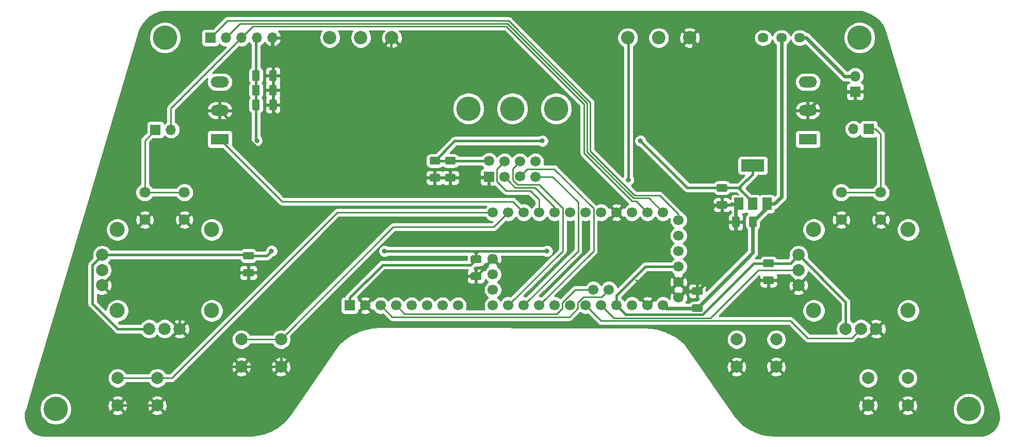
<source format=gbr>
G04 #@! TF.GenerationSoftware,KiCad,Pcbnew,(5.1.4)-1*
G04 #@! TF.CreationDate,2019-10-23T00:39:07+02:00*
G04 #@! TF.ProjectId,RF_transmitter,52465f74-7261-46e7-936d-69747465722e,rev?*
G04 #@! TF.SameCoordinates,Original*
G04 #@! TF.FileFunction,Copper,L1,Top*
G04 #@! TF.FilePolarity,Positive*
%FSLAX46Y46*%
G04 Gerber Fmt 4.6, Leading zero omitted, Abs format (unit mm)*
G04 Created by KiCad (PCBNEW (5.1.4)-1) date 2019-10-23 00:39:07*
%MOMM*%
%LPD*%
G04 APERTURE LIST*
%ADD10O,1.800000X1.500000*%
%ADD11C,1.700000*%
%ADD12C,2.500000*%
%ADD13C,1.800000*%
%ADD14C,2.000000*%
%ADD15R,1.700000X1.700000*%
%ADD16O,3.000000X1.800000*%
%ADD17R,3.000000X1.800000*%
%ADD18C,0.100000*%
%ADD19C,1.250000*%
%ADD20O,1.700000X1.700000*%
%ADD21R,1.500000X2.000000*%
%ADD22R,3.800000X2.000000*%
%ADD23C,2.200000*%
%ADD24C,4.000000*%
%ADD25C,0.400000*%
%ADD26C,0.800000*%
%ADD27C,0.400000*%
%ADD28C,0.600000*%
%ADD29C,0.250000*%
%ADD30C,0.254000*%
G04 APERTURE END LIST*
D10*
X165179000Y-42672000D03*
X162179000Y-42672000D03*
X159179000Y-42672000D03*
D11*
X114790220Y-71356220D03*
X117330220Y-71356220D03*
X119870220Y-71356220D03*
X122410220Y-71356220D03*
X124950220Y-71356220D03*
X127490220Y-71356220D03*
X130030220Y-71356220D03*
X132570220Y-71356220D03*
X135110220Y-71356220D03*
X137650220Y-71356220D03*
X140190220Y-71356220D03*
X142730220Y-71356220D03*
X114790220Y-86596220D03*
X117330220Y-86596220D03*
X119870220Y-86596220D03*
X122410220Y-86596220D03*
X124950220Y-86596220D03*
X127490220Y-86596220D03*
X130030220Y-86596220D03*
X132570220Y-86596220D03*
X135110220Y-86596220D03*
X137650220Y-86596220D03*
X140190220Y-86596220D03*
X142730220Y-86596220D03*
X145270220Y-72626220D03*
X145270220Y-75166220D03*
X145270220Y-77706220D03*
X145270220Y-80246220D03*
X145270220Y-82786220D03*
X145270220Y-85326220D03*
X114790220Y-84056220D03*
X114790220Y-81516220D03*
X114790220Y-78976220D03*
X131300220Y-84056220D03*
X133840220Y-84056220D03*
D12*
X167473000Y-87472000D03*
X182973000Y-87472000D03*
X182973000Y-74172000D03*
X167473000Y-74172000D03*
D13*
X178473000Y-72572000D03*
X178473000Y-68072000D03*
X171973000Y-72572000D03*
X171973000Y-68072000D03*
D14*
X164973000Y-78322000D03*
X164973000Y-83322000D03*
X164973000Y-80822000D03*
X177723000Y-90472000D03*
X175223000Y-90472000D03*
X172723000Y-90472000D03*
D15*
X114173000Y-65532000D03*
D11*
X114173000Y-62902000D03*
X116713000Y-65532000D03*
X116713000Y-62992000D03*
X119253000Y-65442000D03*
X119253000Y-62992000D03*
X121793000Y-65502000D03*
X121793000Y-62992000D03*
D16*
X69977000Y-49910000D03*
X69977000Y-54610000D03*
D17*
X69977000Y-59310000D03*
D16*
X166497000Y-49910000D03*
X166497000Y-54610000D03*
D17*
X166497000Y-59310000D03*
D12*
X53173000Y-87472000D03*
X68673000Y-87472000D03*
X68673000Y-74172000D03*
X53173000Y-74172000D03*
D13*
X64173000Y-72572000D03*
X64173000Y-68072000D03*
X57673000Y-72572000D03*
X57673000Y-68072000D03*
D14*
X50673000Y-78322000D03*
X50673000Y-83322000D03*
X50673000Y-80822000D03*
X63423000Y-90472000D03*
X60923000Y-90472000D03*
X58423000Y-90472000D03*
D18*
G36*
X155079504Y-72024204D02*
G01*
X155103773Y-72027804D01*
X155127571Y-72033765D01*
X155150671Y-72042030D01*
X155172849Y-72052520D01*
X155193893Y-72065133D01*
X155213598Y-72079747D01*
X155231777Y-72096223D01*
X155248253Y-72114402D01*
X155262867Y-72134107D01*
X155275480Y-72155151D01*
X155285970Y-72177329D01*
X155294235Y-72200429D01*
X155300196Y-72224227D01*
X155303796Y-72248496D01*
X155305000Y-72273000D01*
X155305000Y-73523000D01*
X155303796Y-73547504D01*
X155300196Y-73571773D01*
X155294235Y-73595571D01*
X155285970Y-73618671D01*
X155275480Y-73640849D01*
X155262867Y-73661893D01*
X155248253Y-73681598D01*
X155231777Y-73699777D01*
X155213598Y-73716253D01*
X155193893Y-73730867D01*
X155172849Y-73743480D01*
X155150671Y-73753970D01*
X155127571Y-73762235D01*
X155103773Y-73768196D01*
X155079504Y-73771796D01*
X155055000Y-73773000D01*
X154305000Y-73773000D01*
X154280496Y-73771796D01*
X154256227Y-73768196D01*
X154232429Y-73762235D01*
X154209329Y-73753970D01*
X154187151Y-73743480D01*
X154166107Y-73730867D01*
X154146402Y-73716253D01*
X154128223Y-73699777D01*
X154111747Y-73681598D01*
X154097133Y-73661893D01*
X154084520Y-73640849D01*
X154074030Y-73618671D01*
X154065765Y-73595571D01*
X154059804Y-73571773D01*
X154056204Y-73547504D01*
X154055000Y-73523000D01*
X154055000Y-72273000D01*
X154056204Y-72248496D01*
X154059804Y-72224227D01*
X154065765Y-72200429D01*
X154074030Y-72177329D01*
X154084520Y-72155151D01*
X154097133Y-72134107D01*
X154111747Y-72114402D01*
X154128223Y-72096223D01*
X154146402Y-72079747D01*
X154166107Y-72065133D01*
X154187151Y-72052520D01*
X154209329Y-72042030D01*
X154232429Y-72033765D01*
X154256227Y-72027804D01*
X154280496Y-72024204D01*
X154305000Y-72023000D01*
X155055000Y-72023000D01*
X155079504Y-72024204D01*
X155079504Y-72024204D01*
G37*
D19*
X154680000Y-72898000D03*
D18*
G36*
X157879504Y-72024204D02*
G01*
X157903773Y-72027804D01*
X157927571Y-72033765D01*
X157950671Y-72042030D01*
X157972849Y-72052520D01*
X157993893Y-72065133D01*
X158013598Y-72079747D01*
X158031777Y-72096223D01*
X158048253Y-72114402D01*
X158062867Y-72134107D01*
X158075480Y-72155151D01*
X158085970Y-72177329D01*
X158094235Y-72200429D01*
X158100196Y-72224227D01*
X158103796Y-72248496D01*
X158105000Y-72273000D01*
X158105000Y-73523000D01*
X158103796Y-73547504D01*
X158100196Y-73571773D01*
X158094235Y-73595571D01*
X158085970Y-73618671D01*
X158075480Y-73640849D01*
X158062867Y-73661893D01*
X158048253Y-73681598D01*
X158031777Y-73699777D01*
X158013598Y-73716253D01*
X157993893Y-73730867D01*
X157972849Y-73743480D01*
X157950671Y-73753970D01*
X157927571Y-73762235D01*
X157903773Y-73768196D01*
X157879504Y-73771796D01*
X157855000Y-73773000D01*
X157105000Y-73773000D01*
X157080496Y-73771796D01*
X157056227Y-73768196D01*
X157032429Y-73762235D01*
X157009329Y-73753970D01*
X156987151Y-73743480D01*
X156966107Y-73730867D01*
X156946402Y-73716253D01*
X156928223Y-73699777D01*
X156911747Y-73681598D01*
X156897133Y-73661893D01*
X156884520Y-73640849D01*
X156874030Y-73618671D01*
X156865765Y-73595571D01*
X156859804Y-73571773D01*
X156856204Y-73547504D01*
X156855000Y-73523000D01*
X156855000Y-72273000D01*
X156856204Y-72248496D01*
X156859804Y-72224227D01*
X156865765Y-72200429D01*
X156874030Y-72177329D01*
X156884520Y-72155151D01*
X156897133Y-72134107D01*
X156911747Y-72114402D01*
X156928223Y-72096223D01*
X156946402Y-72079747D01*
X156966107Y-72065133D01*
X156987151Y-72052520D01*
X157009329Y-72042030D01*
X157032429Y-72033765D01*
X157056227Y-72027804D01*
X157080496Y-72024204D01*
X157105000Y-72023000D01*
X157855000Y-72023000D01*
X157879504Y-72024204D01*
X157879504Y-72024204D01*
G37*
D19*
X157480000Y-72898000D03*
D18*
G36*
X153049504Y-69486204D02*
G01*
X153073773Y-69489804D01*
X153097571Y-69495765D01*
X153120671Y-69504030D01*
X153142849Y-69514520D01*
X153163893Y-69527133D01*
X153183598Y-69541747D01*
X153201777Y-69558223D01*
X153218253Y-69576402D01*
X153232867Y-69596107D01*
X153245480Y-69617151D01*
X153255970Y-69639329D01*
X153264235Y-69662429D01*
X153270196Y-69686227D01*
X153273796Y-69710496D01*
X153275000Y-69735000D01*
X153275000Y-70485000D01*
X153273796Y-70509504D01*
X153270196Y-70533773D01*
X153264235Y-70557571D01*
X153255970Y-70580671D01*
X153245480Y-70602849D01*
X153232867Y-70623893D01*
X153218253Y-70643598D01*
X153201777Y-70661777D01*
X153183598Y-70678253D01*
X153163893Y-70692867D01*
X153142849Y-70705480D01*
X153120671Y-70715970D01*
X153097571Y-70724235D01*
X153073773Y-70730196D01*
X153049504Y-70733796D01*
X153025000Y-70735000D01*
X151775000Y-70735000D01*
X151750496Y-70733796D01*
X151726227Y-70730196D01*
X151702429Y-70724235D01*
X151679329Y-70715970D01*
X151657151Y-70705480D01*
X151636107Y-70692867D01*
X151616402Y-70678253D01*
X151598223Y-70661777D01*
X151581747Y-70643598D01*
X151567133Y-70623893D01*
X151554520Y-70602849D01*
X151544030Y-70580671D01*
X151535765Y-70557571D01*
X151529804Y-70533773D01*
X151526204Y-70509504D01*
X151525000Y-70485000D01*
X151525000Y-69735000D01*
X151526204Y-69710496D01*
X151529804Y-69686227D01*
X151535765Y-69662429D01*
X151544030Y-69639329D01*
X151554520Y-69617151D01*
X151567133Y-69596107D01*
X151581747Y-69576402D01*
X151598223Y-69558223D01*
X151616402Y-69541747D01*
X151636107Y-69527133D01*
X151657151Y-69514520D01*
X151679329Y-69504030D01*
X151702429Y-69495765D01*
X151726227Y-69489804D01*
X151750496Y-69486204D01*
X151775000Y-69485000D01*
X153025000Y-69485000D01*
X153049504Y-69486204D01*
X153049504Y-69486204D01*
G37*
D19*
X152400000Y-70110000D03*
D18*
G36*
X153049504Y-66686204D02*
G01*
X153073773Y-66689804D01*
X153097571Y-66695765D01*
X153120671Y-66704030D01*
X153142849Y-66714520D01*
X153163893Y-66727133D01*
X153183598Y-66741747D01*
X153201777Y-66758223D01*
X153218253Y-66776402D01*
X153232867Y-66796107D01*
X153245480Y-66817151D01*
X153255970Y-66839329D01*
X153264235Y-66862429D01*
X153270196Y-66886227D01*
X153273796Y-66910496D01*
X153275000Y-66935000D01*
X153275000Y-67685000D01*
X153273796Y-67709504D01*
X153270196Y-67733773D01*
X153264235Y-67757571D01*
X153255970Y-67780671D01*
X153245480Y-67802849D01*
X153232867Y-67823893D01*
X153218253Y-67843598D01*
X153201777Y-67861777D01*
X153183598Y-67878253D01*
X153163893Y-67892867D01*
X153142849Y-67905480D01*
X153120671Y-67915970D01*
X153097571Y-67924235D01*
X153073773Y-67930196D01*
X153049504Y-67933796D01*
X153025000Y-67935000D01*
X151775000Y-67935000D01*
X151750496Y-67933796D01*
X151726227Y-67930196D01*
X151702429Y-67924235D01*
X151679329Y-67915970D01*
X151657151Y-67905480D01*
X151636107Y-67892867D01*
X151616402Y-67878253D01*
X151598223Y-67861777D01*
X151581747Y-67843598D01*
X151567133Y-67823893D01*
X151554520Y-67802849D01*
X151544030Y-67780671D01*
X151535765Y-67757571D01*
X151529804Y-67733773D01*
X151526204Y-67709504D01*
X151525000Y-67685000D01*
X151525000Y-66935000D01*
X151526204Y-66910496D01*
X151529804Y-66886227D01*
X151535765Y-66862429D01*
X151544030Y-66839329D01*
X151554520Y-66817151D01*
X151567133Y-66796107D01*
X151581747Y-66776402D01*
X151598223Y-66758223D01*
X151616402Y-66741747D01*
X151636107Y-66727133D01*
X151657151Y-66714520D01*
X151679329Y-66704030D01*
X151702429Y-66695765D01*
X151726227Y-66689804D01*
X151750496Y-66686204D01*
X151775000Y-66685000D01*
X153025000Y-66685000D01*
X153049504Y-66686204D01*
X153049504Y-66686204D01*
G37*
D19*
X152400000Y-67310000D03*
D18*
G36*
X105932504Y-65038204D02*
G01*
X105956773Y-65041804D01*
X105980571Y-65047765D01*
X106003671Y-65056030D01*
X106025849Y-65066520D01*
X106046893Y-65079133D01*
X106066598Y-65093747D01*
X106084777Y-65110223D01*
X106101253Y-65128402D01*
X106115867Y-65148107D01*
X106128480Y-65169151D01*
X106138970Y-65191329D01*
X106147235Y-65214429D01*
X106153196Y-65238227D01*
X106156796Y-65262496D01*
X106158000Y-65287000D01*
X106158000Y-66037000D01*
X106156796Y-66061504D01*
X106153196Y-66085773D01*
X106147235Y-66109571D01*
X106138970Y-66132671D01*
X106128480Y-66154849D01*
X106115867Y-66175893D01*
X106101253Y-66195598D01*
X106084777Y-66213777D01*
X106066598Y-66230253D01*
X106046893Y-66244867D01*
X106025849Y-66257480D01*
X106003671Y-66267970D01*
X105980571Y-66276235D01*
X105956773Y-66282196D01*
X105932504Y-66285796D01*
X105908000Y-66287000D01*
X104658000Y-66287000D01*
X104633496Y-66285796D01*
X104609227Y-66282196D01*
X104585429Y-66276235D01*
X104562329Y-66267970D01*
X104540151Y-66257480D01*
X104519107Y-66244867D01*
X104499402Y-66230253D01*
X104481223Y-66213777D01*
X104464747Y-66195598D01*
X104450133Y-66175893D01*
X104437520Y-66154849D01*
X104427030Y-66132671D01*
X104418765Y-66109571D01*
X104412804Y-66085773D01*
X104409204Y-66061504D01*
X104408000Y-66037000D01*
X104408000Y-65287000D01*
X104409204Y-65262496D01*
X104412804Y-65238227D01*
X104418765Y-65214429D01*
X104427030Y-65191329D01*
X104437520Y-65169151D01*
X104450133Y-65148107D01*
X104464747Y-65128402D01*
X104481223Y-65110223D01*
X104499402Y-65093747D01*
X104519107Y-65079133D01*
X104540151Y-65066520D01*
X104562329Y-65056030D01*
X104585429Y-65047765D01*
X104609227Y-65041804D01*
X104633496Y-65038204D01*
X104658000Y-65037000D01*
X105908000Y-65037000D01*
X105932504Y-65038204D01*
X105932504Y-65038204D01*
G37*
D19*
X105283000Y-65662000D03*
D18*
G36*
X105932504Y-62238204D02*
G01*
X105956773Y-62241804D01*
X105980571Y-62247765D01*
X106003671Y-62256030D01*
X106025849Y-62266520D01*
X106046893Y-62279133D01*
X106066598Y-62293747D01*
X106084777Y-62310223D01*
X106101253Y-62328402D01*
X106115867Y-62348107D01*
X106128480Y-62369151D01*
X106138970Y-62391329D01*
X106147235Y-62414429D01*
X106153196Y-62438227D01*
X106156796Y-62462496D01*
X106158000Y-62487000D01*
X106158000Y-63237000D01*
X106156796Y-63261504D01*
X106153196Y-63285773D01*
X106147235Y-63309571D01*
X106138970Y-63332671D01*
X106128480Y-63354849D01*
X106115867Y-63375893D01*
X106101253Y-63395598D01*
X106084777Y-63413777D01*
X106066598Y-63430253D01*
X106046893Y-63444867D01*
X106025849Y-63457480D01*
X106003671Y-63467970D01*
X105980571Y-63476235D01*
X105956773Y-63482196D01*
X105932504Y-63485796D01*
X105908000Y-63487000D01*
X104658000Y-63487000D01*
X104633496Y-63485796D01*
X104609227Y-63482196D01*
X104585429Y-63476235D01*
X104562329Y-63467970D01*
X104540151Y-63457480D01*
X104519107Y-63444867D01*
X104499402Y-63430253D01*
X104481223Y-63413777D01*
X104464747Y-63395598D01*
X104450133Y-63375893D01*
X104437520Y-63354849D01*
X104427030Y-63332671D01*
X104418765Y-63309571D01*
X104412804Y-63285773D01*
X104409204Y-63261504D01*
X104408000Y-63237000D01*
X104408000Y-62487000D01*
X104409204Y-62462496D01*
X104412804Y-62438227D01*
X104418765Y-62414429D01*
X104427030Y-62391329D01*
X104437520Y-62369151D01*
X104450133Y-62348107D01*
X104464747Y-62328402D01*
X104481223Y-62310223D01*
X104499402Y-62293747D01*
X104519107Y-62279133D01*
X104540151Y-62266520D01*
X104562329Y-62256030D01*
X104585429Y-62247765D01*
X104609227Y-62241804D01*
X104633496Y-62238204D01*
X104658000Y-62237000D01*
X105908000Y-62237000D01*
X105932504Y-62238204D01*
X105932504Y-62238204D01*
G37*
D19*
X105283000Y-62862000D03*
D18*
G36*
X108472504Y-65038204D02*
G01*
X108496773Y-65041804D01*
X108520571Y-65047765D01*
X108543671Y-65056030D01*
X108565849Y-65066520D01*
X108586893Y-65079133D01*
X108606598Y-65093747D01*
X108624777Y-65110223D01*
X108641253Y-65128402D01*
X108655867Y-65148107D01*
X108668480Y-65169151D01*
X108678970Y-65191329D01*
X108687235Y-65214429D01*
X108693196Y-65238227D01*
X108696796Y-65262496D01*
X108698000Y-65287000D01*
X108698000Y-66037000D01*
X108696796Y-66061504D01*
X108693196Y-66085773D01*
X108687235Y-66109571D01*
X108678970Y-66132671D01*
X108668480Y-66154849D01*
X108655867Y-66175893D01*
X108641253Y-66195598D01*
X108624777Y-66213777D01*
X108606598Y-66230253D01*
X108586893Y-66244867D01*
X108565849Y-66257480D01*
X108543671Y-66267970D01*
X108520571Y-66276235D01*
X108496773Y-66282196D01*
X108472504Y-66285796D01*
X108448000Y-66287000D01*
X107198000Y-66287000D01*
X107173496Y-66285796D01*
X107149227Y-66282196D01*
X107125429Y-66276235D01*
X107102329Y-66267970D01*
X107080151Y-66257480D01*
X107059107Y-66244867D01*
X107039402Y-66230253D01*
X107021223Y-66213777D01*
X107004747Y-66195598D01*
X106990133Y-66175893D01*
X106977520Y-66154849D01*
X106967030Y-66132671D01*
X106958765Y-66109571D01*
X106952804Y-66085773D01*
X106949204Y-66061504D01*
X106948000Y-66037000D01*
X106948000Y-65287000D01*
X106949204Y-65262496D01*
X106952804Y-65238227D01*
X106958765Y-65214429D01*
X106967030Y-65191329D01*
X106977520Y-65169151D01*
X106990133Y-65148107D01*
X107004747Y-65128402D01*
X107021223Y-65110223D01*
X107039402Y-65093747D01*
X107059107Y-65079133D01*
X107080151Y-65066520D01*
X107102329Y-65056030D01*
X107125429Y-65047765D01*
X107149227Y-65041804D01*
X107173496Y-65038204D01*
X107198000Y-65037000D01*
X108448000Y-65037000D01*
X108472504Y-65038204D01*
X108472504Y-65038204D01*
G37*
D19*
X107823000Y-65662000D03*
D18*
G36*
X108472504Y-62238204D02*
G01*
X108496773Y-62241804D01*
X108520571Y-62247765D01*
X108543671Y-62256030D01*
X108565849Y-62266520D01*
X108586893Y-62279133D01*
X108606598Y-62293747D01*
X108624777Y-62310223D01*
X108641253Y-62328402D01*
X108655867Y-62348107D01*
X108668480Y-62369151D01*
X108678970Y-62391329D01*
X108687235Y-62414429D01*
X108693196Y-62438227D01*
X108696796Y-62462496D01*
X108698000Y-62487000D01*
X108698000Y-63237000D01*
X108696796Y-63261504D01*
X108693196Y-63285773D01*
X108687235Y-63309571D01*
X108678970Y-63332671D01*
X108668480Y-63354849D01*
X108655867Y-63375893D01*
X108641253Y-63395598D01*
X108624777Y-63413777D01*
X108606598Y-63430253D01*
X108586893Y-63444867D01*
X108565849Y-63457480D01*
X108543671Y-63467970D01*
X108520571Y-63476235D01*
X108496773Y-63482196D01*
X108472504Y-63485796D01*
X108448000Y-63487000D01*
X107198000Y-63487000D01*
X107173496Y-63485796D01*
X107149227Y-63482196D01*
X107125429Y-63476235D01*
X107102329Y-63467970D01*
X107080151Y-63457480D01*
X107059107Y-63444867D01*
X107039402Y-63430253D01*
X107021223Y-63413777D01*
X107004747Y-63395598D01*
X106990133Y-63375893D01*
X106977520Y-63354849D01*
X106967030Y-63332671D01*
X106958765Y-63309571D01*
X106952804Y-63285773D01*
X106949204Y-63261504D01*
X106948000Y-63237000D01*
X106948000Y-62487000D01*
X106949204Y-62462496D01*
X106952804Y-62438227D01*
X106958765Y-62414429D01*
X106967030Y-62391329D01*
X106977520Y-62369151D01*
X106990133Y-62348107D01*
X107004747Y-62328402D01*
X107021223Y-62310223D01*
X107039402Y-62293747D01*
X107059107Y-62279133D01*
X107080151Y-62266520D01*
X107102329Y-62256030D01*
X107125429Y-62247765D01*
X107149227Y-62241804D01*
X107173496Y-62238204D01*
X107198000Y-62237000D01*
X108448000Y-62237000D01*
X108472504Y-62238204D01*
X108472504Y-62238204D01*
G37*
D19*
X107823000Y-62862000D03*
D20*
X78613000Y-42672000D03*
X76073000Y-42672000D03*
X73533000Y-42672000D03*
X70993000Y-42672000D03*
D15*
X68453000Y-42672000D03*
D14*
X59713000Y-98552000D03*
X59713000Y-103052000D03*
X53213000Y-98552000D03*
X53213000Y-103052000D03*
X80033000Y-92202000D03*
X80033000Y-96702000D03*
X73533000Y-92202000D03*
X73533000Y-96702000D03*
X161313000Y-92202000D03*
X161313000Y-96702000D03*
X154813000Y-92202000D03*
X154813000Y-96702000D03*
X182903000Y-98552000D03*
X182903000Y-103052000D03*
X176403000Y-98552000D03*
X176403000Y-103052000D03*
D21*
X155180000Y-69952000D03*
X159780000Y-69952000D03*
X157480000Y-69952000D03*
D22*
X157480000Y-63652000D03*
D20*
X61976000Y-57785000D03*
D15*
X59436000Y-57785000D03*
D20*
X173990000Y-57658000D03*
D15*
X176530000Y-57658000D03*
D20*
X174269400Y-48971200D03*
D15*
X174269400Y-51511200D03*
D18*
G36*
X79122184Y-52816724D02*
G01*
X79146453Y-52820324D01*
X79170251Y-52826285D01*
X79193351Y-52834550D01*
X79215529Y-52845040D01*
X79236573Y-52857653D01*
X79256278Y-52872267D01*
X79274457Y-52888743D01*
X79290933Y-52906922D01*
X79305547Y-52926627D01*
X79318160Y-52947671D01*
X79328650Y-52969849D01*
X79336915Y-52992949D01*
X79342876Y-53016747D01*
X79346476Y-53041016D01*
X79347680Y-53065520D01*
X79347680Y-54315520D01*
X79346476Y-54340024D01*
X79342876Y-54364293D01*
X79336915Y-54388091D01*
X79328650Y-54411191D01*
X79318160Y-54433369D01*
X79305547Y-54454413D01*
X79290933Y-54474118D01*
X79274457Y-54492297D01*
X79256278Y-54508773D01*
X79236573Y-54523387D01*
X79215529Y-54536000D01*
X79193351Y-54546490D01*
X79170251Y-54554755D01*
X79146453Y-54560716D01*
X79122184Y-54564316D01*
X79097680Y-54565520D01*
X78347680Y-54565520D01*
X78323176Y-54564316D01*
X78298907Y-54560716D01*
X78275109Y-54554755D01*
X78252009Y-54546490D01*
X78229831Y-54536000D01*
X78208787Y-54523387D01*
X78189082Y-54508773D01*
X78170903Y-54492297D01*
X78154427Y-54474118D01*
X78139813Y-54454413D01*
X78127200Y-54433369D01*
X78116710Y-54411191D01*
X78108445Y-54388091D01*
X78102484Y-54364293D01*
X78098884Y-54340024D01*
X78097680Y-54315520D01*
X78097680Y-53065520D01*
X78098884Y-53041016D01*
X78102484Y-53016747D01*
X78108445Y-52992949D01*
X78116710Y-52969849D01*
X78127200Y-52947671D01*
X78139813Y-52926627D01*
X78154427Y-52906922D01*
X78170903Y-52888743D01*
X78189082Y-52872267D01*
X78208787Y-52857653D01*
X78229831Y-52845040D01*
X78252009Y-52834550D01*
X78275109Y-52826285D01*
X78298907Y-52820324D01*
X78323176Y-52816724D01*
X78347680Y-52815520D01*
X79097680Y-52815520D01*
X79122184Y-52816724D01*
X79122184Y-52816724D01*
G37*
D19*
X78722680Y-53690520D03*
D18*
G36*
X76322184Y-52816724D02*
G01*
X76346453Y-52820324D01*
X76370251Y-52826285D01*
X76393351Y-52834550D01*
X76415529Y-52845040D01*
X76436573Y-52857653D01*
X76456278Y-52872267D01*
X76474457Y-52888743D01*
X76490933Y-52906922D01*
X76505547Y-52926627D01*
X76518160Y-52947671D01*
X76528650Y-52969849D01*
X76536915Y-52992949D01*
X76542876Y-53016747D01*
X76546476Y-53041016D01*
X76547680Y-53065520D01*
X76547680Y-54315520D01*
X76546476Y-54340024D01*
X76542876Y-54364293D01*
X76536915Y-54388091D01*
X76528650Y-54411191D01*
X76518160Y-54433369D01*
X76505547Y-54454413D01*
X76490933Y-54474118D01*
X76474457Y-54492297D01*
X76456278Y-54508773D01*
X76436573Y-54523387D01*
X76415529Y-54536000D01*
X76393351Y-54546490D01*
X76370251Y-54554755D01*
X76346453Y-54560716D01*
X76322184Y-54564316D01*
X76297680Y-54565520D01*
X75547680Y-54565520D01*
X75523176Y-54564316D01*
X75498907Y-54560716D01*
X75475109Y-54554755D01*
X75452009Y-54546490D01*
X75429831Y-54536000D01*
X75408787Y-54523387D01*
X75389082Y-54508773D01*
X75370903Y-54492297D01*
X75354427Y-54474118D01*
X75339813Y-54454413D01*
X75327200Y-54433369D01*
X75316710Y-54411191D01*
X75308445Y-54388091D01*
X75302484Y-54364293D01*
X75298884Y-54340024D01*
X75297680Y-54315520D01*
X75297680Y-53065520D01*
X75298884Y-53041016D01*
X75302484Y-53016747D01*
X75308445Y-52992949D01*
X75316710Y-52969849D01*
X75327200Y-52947671D01*
X75339813Y-52926627D01*
X75354427Y-52906922D01*
X75370903Y-52888743D01*
X75389082Y-52872267D01*
X75408787Y-52857653D01*
X75429831Y-52845040D01*
X75452009Y-52834550D01*
X75475109Y-52826285D01*
X75498907Y-52820324D01*
X75523176Y-52816724D01*
X75547680Y-52815520D01*
X76297680Y-52815520D01*
X76322184Y-52816724D01*
X76322184Y-52816724D01*
G37*
D19*
X75922680Y-53690520D03*
D18*
G36*
X79117104Y-50408804D02*
G01*
X79141373Y-50412404D01*
X79165171Y-50418365D01*
X79188271Y-50426630D01*
X79210449Y-50437120D01*
X79231493Y-50449733D01*
X79251198Y-50464347D01*
X79269377Y-50480823D01*
X79285853Y-50499002D01*
X79300467Y-50518707D01*
X79313080Y-50539751D01*
X79323570Y-50561929D01*
X79331835Y-50585029D01*
X79337796Y-50608827D01*
X79341396Y-50633096D01*
X79342600Y-50657600D01*
X79342600Y-51907600D01*
X79341396Y-51932104D01*
X79337796Y-51956373D01*
X79331835Y-51980171D01*
X79323570Y-52003271D01*
X79313080Y-52025449D01*
X79300467Y-52046493D01*
X79285853Y-52066198D01*
X79269377Y-52084377D01*
X79251198Y-52100853D01*
X79231493Y-52115467D01*
X79210449Y-52128080D01*
X79188271Y-52138570D01*
X79165171Y-52146835D01*
X79141373Y-52152796D01*
X79117104Y-52156396D01*
X79092600Y-52157600D01*
X78342600Y-52157600D01*
X78318096Y-52156396D01*
X78293827Y-52152796D01*
X78270029Y-52146835D01*
X78246929Y-52138570D01*
X78224751Y-52128080D01*
X78203707Y-52115467D01*
X78184002Y-52100853D01*
X78165823Y-52084377D01*
X78149347Y-52066198D01*
X78134733Y-52046493D01*
X78122120Y-52025449D01*
X78111630Y-52003271D01*
X78103365Y-51980171D01*
X78097404Y-51956373D01*
X78093804Y-51932104D01*
X78092600Y-51907600D01*
X78092600Y-50657600D01*
X78093804Y-50633096D01*
X78097404Y-50608827D01*
X78103365Y-50585029D01*
X78111630Y-50561929D01*
X78122120Y-50539751D01*
X78134733Y-50518707D01*
X78149347Y-50499002D01*
X78165823Y-50480823D01*
X78184002Y-50464347D01*
X78203707Y-50449733D01*
X78224751Y-50437120D01*
X78246929Y-50426630D01*
X78270029Y-50418365D01*
X78293827Y-50412404D01*
X78318096Y-50408804D01*
X78342600Y-50407600D01*
X79092600Y-50407600D01*
X79117104Y-50408804D01*
X79117104Y-50408804D01*
G37*
D19*
X78717600Y-51282600D03*
D18*
G36*
X76317104Y-50408804D02*
G01*
X76341373Y-50412404D01*
X76365171Y-50418365D01*
X76388271Y-50426630D01*
X76410449Y-50437120D01*
X76431493Y-50449733D01*
X76451198Y-50464347D01*
X76469377Y-50480823D01*
X76485853Y-50499002D01*
X76500467Y-50518707D01*
X76513080Y-50539751D01*
X76523570Y-50561929D01*
X76531835Y-50585029D01*
X76537796Y-50608827D01*
X76541396Y-50633096D01*
X76542600Y-50657600D01*
X76542600Y-51907600D01*
X76541396Y-51932104D01*
X76537796Y-51956373D01*
X76531835Y-51980171D01*
X76523570Y-52003271D01*
X76513080Y-52025449D01*
X76500467Y-52046493D01*
X76485853Y-52066198D01*
X76469377Y-52084377D01*
X76451198Y-52100853D01*
X76431493Y-52115467D01*
X76410449Y-52128080D01*
X76388271Y-52138570D01*
X76365171Y-52146835D01*
X76341373Y-52152796D01*
X76317104Y-52156396D01*
X76292600Y-52157600D01*
X75542600Y-52157600D01*
X75518096Y-52156396D01*
X75493827Y-52152796D01*
X75470029Y-52146835D01*
X75446929Y-52138570D01*
X75424751Y-52128080D01*
X75403707Y-52115467D01*
X75384002Y-52100853D01*
X75365823Y-52084377D01*
X75349347Y-52066198D01*
X75334733Y-52046493D01*
X75322120Y-52025449D01*
X75311630Y-52003271D01*
X75303365Y-51980171D01*
X75297404Y-51956373D01*
X75293804Y-51932104D01*
X75292600Y-51907600D01*
X75292600Y-50657600D01*
X75293804Y-50633096D01*
X75297404Y-50608827D01*
X75303365Y-50585029D01*
X75311630Y-50561929D01*
X75322120Y-50539751D01*
X75334733Y-50518707D01*
X75349347Y-50499002D01*
X75365823Y-50480823D01*
X75384002Y-50464347D01*
X75403707Y-50449733D01*
X75424751Y-50437120D01*
X75446929Y-50426630D01*
X75470029Y-50418365D01*
X75493827Y-50412404D01*
X75518096Y-50408804D01*
X75542600Y-50407600D01*
X76292600Y-50407600D01*
X76317104Y-50408804D01*
X76317104Y-50408804D01*
G37*
D19*
X75917600Y-51282600D03*
D18*
G36*
X149010904Y-83650404D02*
G01*
X149035173Y-83654004D01*
X149058971Y-83659965D01*
X149082071Y-83668230D01*
X149104249Y-83678720D01*
X149125293Y-83691333D01*
X149144998Y-83705947D01*
X149163177Y-83722423D01*
X149179653Y-83740602D01*
X149194267Y-83760307D01*
X149206880Y-83781351D01*
X149217370Y-83803529D01*
X149225635Y-83826629D01*
X149231596Y-83850427D01*
X149235196Y-83874696D01*
X149236400Y-83899200D01*
X149236400Y-84649200D01*
X149235196Y-84673704D01*
X149231596Y-84697973D01*
X149225635Y-84721771D01*
X149217370Y-84744871D01*
X149206880Y-84767049D01*
X149194267Y-84788093D01*
X149179653Y-84807798D01*
X149163177Y-84825977D01*
X149144998Y-84842453D01*
X149125293Y-84857067D01*
X149104249Y-84869680D01*
X149082071Y-84880170D01*
X149058971Y-84888435D01*
X149035173Y-84894396D01*
X149010904Y-84897996D01*
X148986400Y-84899200D01*
X147736400Y-84899200D01*
X147711896Y-84897996D01*
X147687627Y-84894396D01*
X147663829Y-84888435D01*
X147640729Y-84880170D01*
X147618551Y-84869680D01*
X147597507Y-84857067D01*
X147577802Y-84842453D01*
X147559623Y-84825977D01*
X147543147Y-84807798D01*
X147528533Y-84788093D01*
X147515920Y-84767049D01*
X147505430Y-84744871D01*
X147497165Y-84721771D01*
X147491204Y-84697973D01*
X147487604Y-84673704D01*
X147486400Y-84649200D01*
X147486400Y-83899200D01*
X147487604Y-83874696D01*
X147491204Y-83850427D01*
X147497165Y-83826629D01*
X147505430Y-83803529D01*
X147515920Y-83781351D01*
X147528533Y-83760307D01*
X147543147Y-83740602D01*
X147559623Y-83722423D01*
X147577802Y-83705947D01*
X147597507Y-83691333D01*
X147618551Y-83678720D01*
X147640729Y-83668230D01*
X147663829Y-83659965D01*
X147687627Y-83654004D01*
X147711896Y-83650404D01*
X147736400Y-83649200D01*
X148986400Y-83649200D01*
X149010904Y-83650404D01*
X149010904Y-83650404D01*
G37*
D19*
X148361400Y-84274200D03*
D18*
G36*
X149010904Y-86450404D02*
G01*
X149035173Y-86454004D01*
X149058971Y-86459965D01*
X149082071Y-86468230D01*
X149104249Y-86478720D01*
X149125293Y-86491333D01*
X149144998Y-86505947D01*
X149163177Y-86522423D01*
X149179653Y-86540602D01*
X149194267Y-86560307D01*
X149206880Y-86581351D01*
X149217370Y-86603529D01*
X149225635Y-86626629D01*
X149231596Y-86650427D01*
X149235196Y-86674696D01*
X149236400Y-86699200D01*
X149236400Y-87449200D01*
X149235196Y-87473704D01*
X149231596Y-87497973D01*
X149225635Y-87521771D01*
X149217370Y-87544871D01*
X149206880Y-87567049D01*
X149194267Y-87588093D01*
X149179653Y-87607798D01*
X149163177Y-87625977D01*
X149144998Y-87642453D01*
X149125293Y-87657067D01*
X149104249Y-87669680D01*
X149082071Y-87680170D01*
X149058971Y-87688435D01*
X149035173Y-87694396D01*
X149010904Y-87697996D01*
X148986400Y-87699200D01*
X147736400Y-87699200D01*
X147711896Y-87697996D01*
X147687627Y-87694396D01*
X147663829Y-87688435D01*
X147640729Y-87680170D01*
X147618551Y-87669680D01*
X147597507Y-87657067D01*
X147577802Y-87642453D01*
X147559623Y-87625977D01*
X147543147Y-87607798D01*
X147528533Y-87588093D01*
X147515920Y-87567049D01*
X147505430Y-87544871D01*
X147497165Y-87521771D01*
X147491204Y-87497973D01*
X147487604Y-87473704D01*
X147486400Y-87449200D01*
X147486400Y-86699200D01*
X147487604Y-86674696D01*
X147491204Y-86650427D01*
X147497165Y-86626629D01*
X147505430Y-86603529D01*
X147515920Y-86581351D01*
X147528533Y-86560307D01*
X147543147Y-86540602D01*
X147559623Y-86522423D01*
X147577802Y-86505947D01*
X147597507Y-86491333D01*
X147618551Y-86478720D01*
X147640729Y-86468230D01*
X147663829Y-86459965D01*
X147687627Y-86454004D01*
X147711896Y-86450404D01*
X147736400Y-86449200D01*
X148986400Y-86449200D01*
X149010904Y-86450404D01*
X149010904Y-86450404D01*
G37*
D19*
X148361400Y-87074200D03*
D18*
G36*
X112699064Y-81212924D02*
G01*
X112723333Y-81216524D01*
X112747131Y-81222485D01*
X112770231Y-81230750D01*
X112792409Y-81241240D01*
X112813453Y-81253853D01*
X112833158Y-81268467D01*
X112851337Y-81284943D01*
X112867813Y-81303122D01*
X112882427Y-81322827D01*
X112895040Y-81343871D01*
X112905530Y-81366049D01*
X112913795Y-81389149D01*
X112919756Y-81412947D01*
X112923356Y-81437216D01*
X112924560Y-81461720D01*
X112924560Y-82211720D01*
X112923356Y-82236224D01*
X112919756Y-82260493D01*
X112913795Y-82284291D01*
X112905530Y-82307391D01*
X112895040Y-82329569D01*
X112882427Y-82350613D01*
X112867813Y-82370318D01*
X112851337Y-82388497D01*
X112833158Y-82404973D01*
X112813453Y-82419587D01*
X112792409Y-82432200D01*
X112770231Y-82442690D01*
X112747131Y-82450955D01*
X112723333Y-82456916D01*
X112699064Y-82460516D01*
X112674560Y-82461720D01*
X111424560Y-82461720D01*
X111400056Y-82460516D01*
X111375787Y-82456916D01*
X111351989Y-82450955D01*
X111328889Y-82442690D01*
X111306711Y-82432200D01*
X111285667Y-82419587D01*
X111265962Y-82404973D01*
X111247783Y-82388497D01*
X111231307Y-82370318D01*
X111216693Y-82350613D01*
X111204080Y-82329569D01*
X111193590Y-82307391D01*
X111185325Y-82284291D01*
X111179364Y-82260493D01*
X111175764Y-82236224D01*
X111174560Y-82211720D01*
X111174560Y-81461720D01*
X111175764Y-81437216D01*
X111179364Y-81412947D01*
X111185325Y-81389149D01*
X111193590Y-81366049D01*
X111204080Y-81343871D01*
X111216693Y-81322827D01*
X111231307Y-81303122D01*
X111247783Y-81284943D01*
X111265962Y-81268467D01*
X111285667Y-81253853D01*
X111306711Y-81241240D01*
X111328889Y-81230750D01*
X111351989Y-81222485D01*
X111375787Y-81216524D01*
X111400056Y-81212924D01*
X111424560Y-81211720D01*
X112674560Y-81211720D01*
X112699064Y-81212924D01*
X112699064Y-81212924D01*
G37*
D19*
X112049560Y-81836720D03*
D18*
G36*
X112699064Y-78412924D02*
G01*
X112723333Y-78416524D01*
X112747131Y-78422485D01*
X112770231Y-78430750D01*
X112792409Y-78441240D01*
X112813453Y-78453853D01*
X112833158Y-78468467D01*
X112851337Y-78484943D01*
X112867813Y-78503122D01*
X112882427Y-78522827D01*
X112895040Y-78543871D01*
X112905530Y-78566049D01*
X112913795Y-78589149D01*
X112919756Y-78612947D01*
X112923356Y-78637216D01*
X112924560Y-78661720D01*
X112924560Y-79411720D01*
X112923356Y-79436224D01*
X112919756Y-79460493D01*
X112913795Y-79484291D01*
X112905530Y-79507391D01*
X112895040Y-79529569D01*
X112882427Y-79550613D01*
X112867813Y-79570318D01*
X112851337Y-79588497D01*
X112833158Y-79604973D01*
X112813453Y-79619587D01*
X112792409Y-79632200D01*
X112770231Y-79642690D01*
X112747131Y-79650955D01*
X112723333Y-79656916D01*
X112699064Y-79660516D01*
X112674560Y-79661720D01*
X111424560Y-79661720D01*
X111400056Y-79660516D01*
X111375787Y-79656916D01*
X111351989Y-79650955D01*
X111328889Y-79642690D01*
X111306711Y-79632200D01*
X111285667Y-79619587D01*
X111265962Y-79604973D01*
X111247783Y-79588497D01*
X111231307Y-79570318D01*
X111216693Y-79550613D01*
X111204080Y-79529569D01*
X111193590Y-79507391D01*
X111185325Y-79484291D01*
X111179364Y-79460493D01*
X111175764Y-79436224D01*
X111174560Y-79411720D01*
X111174560Y-78661720D01*
X111175764Y-78637216D01*
X111179364Y-78612947D01*
X111185325Y-78589149D01*
X111193590Y-78566049D01*
X111204080Y-78543871D01*
X111216693Y-78522827D01*
X111231307Y-78503122D01*
X111247783Y-78484943D01*
X111265962Y-78468467D01*
X111285667Y-78453853D01*
X111306711Y-78441240D01*
X111328889Y-78430750D01*
X111351989Y-78422485D01*
X111375787Y-78416524D01*
X111400056Y-78412924D01*
X111424560Y-78411720D01*
X112674560Y-78411720D01*
X112699064Y-78412924D01*
X112699064Y-78412924D01*
G37*
D19*
X112049560Y-79036720D03*
D18*
G36*
X75350904Y-80633804D02*
G01*
X75375173Y-80637404D01*
X75398971Y-80643365D01*
X75422071Y-80651630D01*
X75444249Y-80662120D01*
X75465293Y-80674733D01*
X75484998Y-80689347D01*
X75503177Y-80705823D01*
X75519653Y-80724002D01*
X75534267Y-80743707D01*
X75546880Y-80764751D01*
X75557370Y-80786929D01*
X75565635Y-80810029D01*
X75571596Y-80833827D01*
X75575196Y-80858096D01*
X75576400Y-80882600D01*
X75576400Y-81632600D01*
X75575196Y-81657104D01*
X75571596Y-81681373D01*
X75565635Y-81705171D01*
X75557370Y-81728271D01*
X75546880Y-81750449D01*
X75534267Y-81771493D01*
X75519653Y-81791198D01*
X75503177Y-81809377D01*
X75484998Y-81825853D01*
X75465293Y-81840467D01*
X75444249Y-81853080D01*
X75422071Y-81863570D01*
X75398971Y-81871835D01*
X75375173Y-81877796D01*
X75350904Y-81881396D01*
X75326400Y-81882600D01*
X74076400Y-81882600D01*
X74051896Y-81881396D01*
X74027627Y-81877796D01*
X74003829Y-81871835D01*
X73980729Y-81863570D01*
X73958551Y-81853080D01*
X73937507Y-81840467D01*
X73917802Y-81825853D01*
X73899623Y-81809377D01*
X73883147Y-81791198D01*
X73868533Y-81771493D01*
X73855920Y-81750449D01*
X73845430Y-81728271D01*
X73837165Y-81705171D01*
X73831204Y-81681373D01*
X73827604Y-81657104D01*
X73826400Y-81632600D01*
X73826400Y-80882600D01*
X73827604Y-80858096D01*
X73831204Y-80833827D01*
X73837165Y-80810029D01*
X73845430Y-80786929D01*
X73855920Y-80764751D01*
X73868533Y-80743707D01*
X73883147Y-80724002D01*
X73899623Y-80705823D01*
X73917802Y-80689347D01*
X73937507Y-80674733D01*
X73958551Y-80662120D01*
X73980729Y-80651630D01*
X74003829Y-80643365D01*
X74027627Y-80637404D01*
X74051896Y-80633804D01*
X74076400Y-80632600D01*
X75326400Y-80632600D01*
X75350904Y-80633804D01*
X75350904Y-80633804D01*
G37*
D19*
X74701400Y-81257600D03*
D18*
G36*
X75350904Y-77833804D02*
G01*
X75375173Y-77837404D01*
X75398971Y-77843365D01*
X75422071Y-77851630D01*
X75444249Y-77862120D01*
X75465293Y-77874733D01*
X75484998Y-77889347D01*
X75503177Y-77905823D01*
X75519653Y-77924002D01*
X75534267Y-77943707D01*
X75546880Y-77964751D01*
X75557370Y-77986929D01*
X75565635Y-78010029D01*
X75571596Y-78033827D01*
X75575196Y-78058096D01*
X75576400Y-78082600D01*
X75576400Y-78832600D01*
X75575196Y-78857104D01*
X75571596Y-78881373D01*
X75565635Y-78905171D01*
X75557370Y-78928271D01*
X75546880Y-78950449D01*
X75534267Y-78971493D01*
X75519653Y-78991198D01*
X75503177Y-79009377D01*
X75484998Y-79025853D01*
X75465293Y-79040467D01*
X75444249Y-79053080D01*
X75422071Y-79063570D01*
X75398971Y-79071835D01*
X75375173Y-79077796D01*
X75350904Y-79081396D01*
X75326400Y-79082600D01*
X74076400Y-79082600D01*
X74051896Y-79081396D01*
X74027627Y-79077796D01*
X74003829Y-79071835D01*
X73980729Y-79063570D01*
X73958551Y-79053080D01*
X73937507Y-79040467D01*
X73917802Y-79025853D01*
X73899623Y-79009377D01*
X73883147Y-78991198D01*
X73868533Y-78971493D01*
X73855920Y-78950449D01*
X73845430Y-78928271D01*
X73837165Y-78905171D01*
X73831204Y-78881373D01*
X73827604Y-78857104D01*
X73826400Y-78832600D01*
X73826400Y-78082600D01*
X73827604Y-78058096D01*
X73831204Y-78033827D01*
X73837165Y-78010029D01*
X73845430Y-77986929D01*
X73855920Y-77964751D01*
X73868533Y-77943707D01*
X73883147Y-77924002D01*
X73899623Y-77905823D01*
X73917802Y-77889347D01*
X73937507Y-77874733D01*
X73958551Y-77862120D01*
X73980729Y-77851630D01*
X74003829Y-77843365D01*
X74027627Y-77837404D01*
X74051896Y-77833804D01*
X74076400Y-77832600D01*
X75326400Y-77832600D01*
X75350904Y-77833804D01*
X75350904Y-77833804D01*
G37*
D19*
X74701400Y-78457600D03*
D18*
G36*
X160694904Y-81878404D02*
G01*
X160719173Y-81882004D01*
X160742971Y-81887965D01*
X160766071Y-81896230D01*
X160788249Y-81906720D01*
X160809293Y-81919333D01*
X160828998Y-81933947D01*
X160847177Y-81950423D01*
X160863653Y-81968602D01*
X160878267Y-81988307D01*
X160890880Y-82009351D01*
X160901370Y-82031529D01*
X160909635Y-82054629D01*
X160915596Y-82078427D01*
X160919196Y-82102696D01*
X160920400Y-82127200D01*
X160920400Y-82877200D01*
X160919196Y-82901704D01*
X160915596Y-82925973D01*
X160909635Y-82949771D01*
X160901370Y-82972871D01*
X160890880Y-82995049D01*
X160878267Y-83016093D01*
X160863653Y-83035798D01*
X160847177Y-83053977D01*
X160828998Y-83070453D01*
X160809293Y-83085067D01*
X160788249Y-83097680D01*
X160766071Y-83108170D01*
X160742971Y-83116435D01*
X160719173Y-83122396D01*
X160694904Y-83125996D01*
X160670400Y-83127200D01*
X159420400Y-83127200D01*
X159395896Y-83125996D01*
X159371627Y-83122396D01*
X159347829Y-83116435D01*
X159324729Y-83108170D01*
X159302551Y-83097680D01*
X159281507Y-83085067D01*
X159261802Y-83070453D01*
X159243623Y-83053977D01*
X159227147Y-83035798D01*
X159212533Y-83016093D01*
X159199920Y-82995049D01*
X159189430Y-82972871D01*
X159181165Y-82949771D01*
X159175204Y-82925973D01*
X159171604Y-82901704D01*
X159170400Y-82877200D01*
X159170400Y-82127200D01*
X159171604Y-82102696D01*
X159175204Y-82078427D01*
X159181165Y-82054629D01*
X159189430Y-82031529D01*
X159199920Y-82009351D01*
X159212533Y-81988307D01*
X159227147Y-81968602D01*
X159243623Y-81950423D01*
X159261802Y-81933947D01*
X159281507Y-81919333D01*
X159302551Y-81906720D01*
X159324729Y-81896230D01*
X159347829Y-81887965D01*
X159371627Y-81882004D01*
X159395896Y-81878404D01*
X159420400Y-81877200D01*
X160670400Y-81877200D01*
X160694904Y-81878404D01*
X160694904Y-81878404D01*
G37*
D19*
X160045400Y-82502200D03*
D18*
G36*
X160694904Y-79078404D02*
G01*
X160719173Y-79082004D01*
X160742971Y-79087965D01*
X160766071Y-79096230D01*
X160788249Y-79106720D01*
X160809293Y-79119333D01*
X160828998Y-79133947D01*
X160847177Y-79150423D01*
X160863653Y-79168602D01*
X160878267Y-79188307D01*
X160890880Y-79209351D01*
X160901370Y-79231529D01*
X160909635Y-79254629D01*
X160915596Y-79278427D01*
X160919196Y-79302696D01*
X160920400Y-79327200D01*
X160920400Y-80077200D01*
X160919196Y-80101704D01*
X160915596Y-80125973D01*
X160909635Y-80149771D01*
X160901370Y-80172871D01*
X160890880Y-80195049D01*
X160878267Y-80216093D01*
X160863653Y-80235798D01*
X160847177Y-80253977D01*
X160828998Y-80270453D01*
X160809293Y-80285067D01*
X160788249Y-80297680D01*
X160766071Y-80308170D01*
X160742971Y-80316435D01*
X160719173Y-80322396D01*
X160694904Y-80325996D01*
X160670400Y-80327200D01*
X159420400Y-80327200D01*
X159395896Y-80325996D01*
X159371627Y-80322396D01*
X159347829Y-80316435D01*
X159324729Y-80308170D01*
X159302551Y-80297680D01*
X159281507Y-80285067D01*
X159261802Y-80270453D01*
X159243623Y-80253977D01*
X159227147Y-80235798D01*
X159212533Y-80216093D01*
X159199920Y-80195049D01*
X159189430Y-80172871D01*
X159181165Y-80149771D01*
X159175204Y-80125973D01*
X159171604Y-80101704D01*
X159170400Y-80077200D01*
X159170400Y-79327200D01*
X159171604Y-79302696D01*
X159175204Y-79278427D01*
X159181165Y-79254629D01*
X159189430Y-79231529D01*
X159199920Y-79209351D01*
X159212533Y-79188307D01*
X159227147Y-79168602D01*
X159243623Y-79150423D01*
X159261802Y-79133947D01*
X159281507Y-79119333D01*
X159302551Y-79106720D01*
X159324729Y-79096230D01*
X159347829Y-79087965D01*
X159371627Y-79082004D01*
X159395896Y-79078404D01*
X159420400Y-79077200D01*
X160670400Y-79077200D01*
X160694904Y-79078404D01*
X160694904Y-79078404D01*
G37*
D19*
X160045400Y-79702200D03*
D18*
G36*
X79117104Y-48021204D02*
G01*
X79141373Y-48024804D01*
X79165171Y-48030765D01*
X79188271Y-48039030D01*
X79210449Y-48049520D01*
X79231493Y-48062133D01*
X79251198Y-48076747D01*
X79269377Y-48093223D01*
X79285853Y-48111402D01*
X79300467Y-48131107D01*
X79313080Y-48152151D01*
X79323570Y-48174329D01*
X79331835Y-48197429D01*
X79337796Y-48221227D01*
X79341396Y-48245496D01*
X79342600Y-48270000D01*
X79342600Y-49520000D01*
X79341396Y-49544504D01*
X79337796Y-49568773D01*
X79331835Y-49592571D01*
X79323570Y-49615671D01*
X79313080Y-49637849D01*
X79300467Y-49658893D01*
X79285853Y-49678598D01*
X79269377Y-49696777D01*
X79251198Y-49713253D01*
X79231493Y-49727867D01*
X79210449Y-49740480D01*
X79188271Y-49750970D01*
X79165171Y-49759235D01*
X79141373Y-49765196D01*
X79117104Y-49768796D01*
X79092600Y-49770000D01*
X78342600Y-49770000D01*
X78318096Y-49768796D01*
X78293827Y-49765196D01*
X78270029Y-49759235D01*
X78246929Y-49750970D01*
X78224751Y-49740480D01*
X78203707Y-49727867D01*
X78184002Y-49713253D01*
X78165823Y-49696777D01*
X78149347Y-49678598D01*
X78134733Y-49658893D01*
X78122120Y-49637849D01*
X78111630Y-49615671D01*
X78103365Y-49592571D01*
X78097404Y-49568773D01*
X78093804Y-49544504D01*
X78092600Y-49520000D01*
X78092600Y-48270000D01*
X78093804Y-48245496D01*
X78097404Y-48221227D01*
X78103365Y-48197429D01*
X78111630Y-48174329D01*
X78122120Y-48152151D01*
X78134733Y-48131107D01*
X78149347Y-48111402D01*
X78165823Y-48093223D01*
X78184002Y-48076747D01*
X78203707Y-48062133D01*
X78224751Y-48049520D01*
X78246929Y-48039030D01*
X78270029Y-48030765D01*
X78293827Y-48024804D01*
X78318096Y-48021204D01*
X78342600Y-48020000D01*
X79092600Y-48020000D01*
X79117104Y-48021204D01*
X79117104Y-48021204D01*
G37*
D19*
X78717600Y-48895000D03*
D18*
G36*
X76317104Y-48021204D02*
G01*
X76341373Y-48024804D01*
X76365171Y-48030765D01*
X76388271Y-48039030D01*
X76410449Y-48049520D01*
X76431493Y-48062133D01*
X76451198Y-48076747D01*
X76469377Y-48093223D01*
X76485853Y-48111402D01*
X76500467Y-48131107D01*
X76513080Y-48152151D01*
X76523570Y-48174329D01*
X76531835Y-48197429D01*
X76537796Y-48221227D01*
X76541396Y-48245496D01*
X76542600Y-48270000D01*
X76542600Y-49520000D01*
X76541396Y-49544504D01*
X76537796Y-49568773D01*
X76531835Y-49592571D01*
X76523570Y-49615671D01*
X76513080Y-49637849D01*
X76500467Y-49658893D01*
X76485853Y-49678598D01*
X76469377Y-49696777D01*
X76451198Y-49713253D01*
X76431493Y-49727867D01*
X76410449Y-49740480D01*
X76388271Y-49750970D01*
X76365171Y-49759235D01*
X76341373Y-49765196D01*
X76317104Y-49768796D01*
X76292600Y-49770000D01*
X75542600Y-49770000D01*
X75518096Y-49768796D01*
X75493827Y-49765196D01*
X75470029Y-49759235D01*
X75446929Y-49750970D01*
X75424751Y-49740480D01*
X75403707Y-49727867D01*
X75384002Y-49713253D01*
X75365823Y-49696777D01*
X75349347Y-49678598D01*
X75334733Y-49658893D01*
X75322120Y-49637849D01*
X75311630Y-49615671D01*
X75303365Y-49592571D01*
X75297404Y-49568773D01*
X75293804Y-49544504D01*
X75292600Y-49520000D01*
X75292600Y-48270000D01*
X75293804Y-48245496D01*
X75297404Y-48221227D01*
X75303365Y-48197429D01*
X75311630Y-48174329D01*
X75322120Y-48152151D01*
X75334733Y-48131107D01*
X75349347Y-48111402D01*
X75365823Y-48093223D01*
X75384002Y-48076747D01*
X75403707Y-48062133D01*
X75424751Y-48049520D01*
X75446929Y-48039030D01*
X75470029Y-48030765D01*
X75493827Y-48024804D01*
X75518096Y-48021204D01*
X75542600Y-48020000D01*
X76292600Y-48020000D01*
X76317104Y-48021204D01*
X76317104Y-48021204D01*
G37*
D19*
X75917600Y-48895000D03*
D11*
X109093000Y-86614000D03*
X106553000Y-86614000D03*
X104013000Y-86614000D03*
X101473000Y-86614000D03*
X98933000Y-86614000D03*
X96393000Y-86614000D03*
X93853000Y-86614000D03*
D15*
X91313000Y-86614000D03*
D23*
X98219260Y-42654220D03*
X93139260Y-42654220D03*
X88059260Y-42654220D03*
X147111720Y-42672000D03*
X142031720Y-42672000D03*
X136951720Y-42672000D03*
D24*
X43053000Y-103632000D03*
X60985400Y-42672000D03*
X175006000Y-42672000D03*
X192913000Y-103632000D03*
X117994800Y-54305200D03*
X125194800Y-54305200D03*
X110794800Y-54305200D03*
D25*
X127609600Y-80111600D03*
X68580000Y-101600000D03*
D26*
X101526340Y-65653920D03*
X98630280Y-81836720D03*
X92801900Y-81836720D03*
X77109320Y-81815940D03*
D25*
X71120000Y-104140000D03*
X74930000Y-101600000D03*
X64770000Y-104140000D03*
X78740000Y-104140000D03*
X80010000Y-100330000D03*
X85090000Y-95250000D03*
X69850000Y-93980000D03*
X60960000Y-95250000D03*
X48260000Y-97790000D03*
X49530000Y-102870000D03*
X41910000Y-99060000D03*
X46990000Y-86360000D03*
X81280000Y-82550000D03*
X86360000Y-80010000D03*
X87630000Y-74930000D03*
X82550000Y-71120000D03*
X76200000Y-73660000D03*
X73660000Y-67310000D03*
X67310000Y-63500000D03*
X60960000Y-62230000D03*
X53340000Y-64770000D03*
X49530000Y-71120000D03*
X55880000Y-55880000D03*
X58420000Y-48260000D03*
X60960000Y-52070000D03*
X69850000Y-71120000D03*
X68580000Y-80010000D03*
X60960000Y-76200000D03*
X62230000Y-86360000D03*
X54610000Y-83820000D03*
X95250000Y-73660000D03*
X101600000Y-76200000D03*
X86360000Y-66040000D03*
X81280000Y-60960000D03*
X93980000Y-67310000D03*
X91440000Y-59690000D03*
X85090000Y-54610000D03*
X91440000Y-50800000D03*
X83820000Y-46990000D03*
X96520000Y-45720000D03*
X96520000Y-54610000D03*
X100330000Y-59690000D03*
X104140000Y-54610000D03*
X100330000Y-49530000D03*
X104140000Y-45720000D03*
X64770000Y-44450000D03*
X107950000Y-68580000D03*
X113030000Y-43180000D03*
X113030000Y-49530000D03*
X118110000Y-45720000D03*
X121920000Y-50800000D03*
X124460000Y-40640000D03*
X128270000Y-45720000D03*
X133350000Y-50800000D03*
X133350000Y-41910000D03*
X132080000Y-57150000D03*
X139700000Y-54610000D03*
X82550000Y-87630000D03*
X76200000Y-86360000D03*
X93980000Y-80010000D03*
X99060000Y-78740000D03*
X104140000Y-81280000D03*
X109220000Y-74930000D03*
X111760000Y-86360000D03*
X116840000Y-73660000D03*
X120650000Y-81280000D03*
X127515620Y-74736960D03*
X134620000Y-78740000D03*
X138430000Y-82550000D03*
X139700000Y-74930000D03*
X149004020Y-80131920D03*
X151130000Y-76835000D03*
X151130000Y-72390000D03*
X146050000Y-68580000D03*
X140970000Y-64770000D03*
X144780000Y-60960000D03*
X128270000Y-63500000D03*
X114300000Y-58420000D03*
X139700000Y-46990000D03*
X144780000Y-50800000D03*
X149860000Y-55880000D03*
X149860000Y-48260000D03*
X156210000Y-52070000D03*
X153670000Y-41910000D03*
X154940000Y-58420000D03*
X160020000Y-55880000D03*
X160020000Y-46990000D03*
X167640000Y-46990000D03*
X170180000Y-41910000D03*
X177800000Y-46990000D03*
X180340000Y-54610000D03*
X181610000Y-62230000D03*
X184150000Y-68580000D03*
X172720000Y-64770000D03*
X165100000Y-63500000D03*
X161290000Y-76200000D03*
X168910000Y-78740000D03*
X175260000Y-77470000D03*
X181610000Y-81280000D03*
X175260000Y-83820000D03*
X184150000Y-92710000D03*
X189230000Y-87630000D03*
X190500000Y-96520000D03*
X187960000Y-77470000D03*
X173990000Y-95250000D03*
X162560000Y-101600000D03*
X156210000Y-101600000D03*
X166370000Y-105410000D03*
X168910000Y-101600000D03*
X177800000Y-106680000D03*
X186690000Y-105410000D03*
X187960000Y-100330000D03*
X151130000Y-95250000D03*
X160020000Y-105410000D03*
X172720000Y-105410000D03*
X165100000Y-96520000D03*
X144780000Y-90170000D03*
X166370000Y-71120000D03*
X163830000Y-87630000D03*
X116890800Y-68656200D03*
X111760000Y-60960000D03*
X120650000Y-60960000D03*
X80010000Y-66040000D03*
X66040000Y-55880000D03*
X171450000Y-54610000D03*
X129540000Y-82550000D03*
D26*
X155277820Y-85971380D03*
X147721320Y-60959990D03*
X97040246Y-77711300D03*
X137030460Y-66006980D03*
X123698000Y-77688440D03*
X78496160Y-77680820D03*
X76058311Y-59559925D03*
X122936000Y-59613796D03*
X139021820Y-59593480D03*
D27*
X155022000Y-70110000D02*
X155180000Y-69952000D01*
X152400000Y-70110000D02*
X155022000Y-70110000D01*
X105283000Y-65662000D02*
X107823000Y-65662000D01*
X114043000Y-65662000D02*
X114173000Y-65532000D01*
X107823000Y-65662000D02*
X114043000Y-65662000D01*
X105283000Y-65662000D02*
X101534420Y-65662000D01*
X101534420Y-65662000D02*
X101526340Y-65653920D01*
X98016080Y-61887080D02*
X97612180Y-62290980D01*
X98138000Y-61887080D02*
X98016080Y-61887080D01*
X97612180Y-62290980D02*
X98138000Y-62290980D01*
X86210980Y-62290980D02*
X97612180Y-62290980D01*
X98138000Y-42672000D02*
X98138000Y-61887080D01*
X101526340Y-65679320D02*
X101526340Y-65653920D01*
X98138000Y-62290980D02*
X101526340Y-65679320D01*
X98138000Y-61887080D02*
X98138000Y-62290980D01*
X85772400Y-61997220D02*
X85478640Y-62290980D01*
X85772400Y-61852400D02*
X85772400Y-61997220D01*
X85478640Y-62290980D02*
X86210980Y-62290980D01*
X85772400Y-61852400D02*
X86210980Y-62290980D01*
X98630280Y-81836720D02*
X93853000Y-86614000D01*
X112049560Y-81836720D02*
X98630280Y-81836720D01*
X80033000Y-94605620D02*
X92801900Y-81836720D01*
X80033000Y-96702000D02*
X80033000Y-94605620D01*
X54627213Y-103052000D02*
X59713000Y-103052000D01*
X53213000Y-103052000D02*
X54627213Y-103052000D01*
X66063000Y-96702000D02*
X73533000Y-96702000D01*
X59713000Y-103052000D02*
X66063000Y-96702000D01*
X74947213Y-96702000D02*
X80033000Y-96702000D01*
X73533000Y-96702000D02*
X74947213Y-96702000D01*
D28*
X154680000Y-70452000D02*
X155180000Y-69952000D01*
X154680000Y-72898000D02*
X154680000Y-70452000D01*
D27*
X78717600Y-54797600D02*
X85772400Y-61852400D01*
X78722680Y-54792520D02*
X78722680Y-53690520D01*
X78717600Y-54797600D02*
X78722680Y-54792520D01*
X78722680Y-51287680D02*
X78717600Y-51282600D01*
X78722680Y-53690520D02*
X78722680Y-51287680D01*
X78717600Y-51282600D02*
X78717600Y-48895000D01*
X78717600Y-42776600D02*
X78613000Y-42672000D01*
X78717600Y-48895000D02*
X78717600Y-42776600D01*
X164153200Y-82502200D02*
X164973000Y-83322000D01*
X160045400Y-82502200D02*
X164153200Y-82502200D01*
X63423000Y-89057787D02*
X63423000Y-90472000D01*
X74701400Y-81257600D02*
X71223187Y-81257600D01*
X71223187Y-81257600D02*
X63423000Y-89057787D01*
X76550980Y-81257600D02*
X74701400Y-81257600D01*
X77109320Y-81815940D02*
X76550980Y-81257600D01*
X160045400Y-82502200D02*
X158747000Y-82502200D01*
X158747000Y-82502200D02*
X155277820Y-85971380D01*
X77657980Y-62290980D02*
X85478640Y-62290980D01*
X69977000Y-54610000D02*
X77657980Y-62290980D01*
D28*
X169595800Y-51511200D02*
X166497000Y-54610000D01*
X174269400Y-51511200D02*
X169595800Y-51511200D01*
D27*
X147721320Y-43360320D02*
X147721320Y-60394305D01*
X147721320Y-60394305D02*
X147721320Y-60959990D01*
X147033000Y-42672000D02*
X147721320Y-43360320D01*
X152400000Y-70110000D02*
X151425000Y-70110000D01*
X151425000Y-70110000D02*
X147656239Y-73878761D01*
D28*
X154680000Y-77955600D02*
X148361400Y-84274200D01*
X154680000Y-72898000D02*
X154680000Y-77955600D01*
X148361400Y-84274200D02*
X146322240Y-84274200D01*
D27*
X114790220Y-79096060D02*
X112049560Y-81836720D01*
X114790220Y-78976220D02*
X114790220Y-79096060D01*
D28*
X146322240Y-84274200D02*
X145270220Y-85326220D01*
D27*
X147656239Y-80400201D02*
X145270220Y-82786220D01*
X147656239Y-73878761D02*
X147656239Y-80400201D01*
D28*
X148361400Y-87074200D02*
X157480000Y-77955600D01*
X157480000Y-77955600D02*
X157480000Y-72898000D01*
X159780000Y-70598000D02*
X159780000Y-69952000D01*
X157480000Y-72898000D02*
X159780000Y-70598000D01*
X162179000Y-42672000D02*
X162179000Y-67525000D01*
X161030000Y-69952000D02*
X159780000Y-69952000D01*
X162179000Y-68803000D02*
X161030000Y-69952000D01*
X162179000Y-67525000D02*
X162179000Y-68803000D01*
X143208200Y-87074200D02*
X148361400Y-87074200D01*
X142730220Y-86596220D02*
X143208200Y-87074200D01*
D29*
X71272400Y-39852600D02*
X68453000Y-42672000D01*
X107950000Y-39852600D02*
X71272400Y-39852600D01*
X107952540Y-39855140D02*
X107950000Y-39852600D01*
X117370860Y-39855140D02*
X107952540Y-39855140D01*
X117373400Y-39852600D02*
X117370860Y-39855140D01*
X145270220Y-71644139D02*
X142195061Y-68568980D01*
X145270220Y-72626220D02*
X145270220Y-71644139D01*
X142195061Y-68568980D02*
X138088780Y-68568980D01*
X138088780Y-68568980D02*
X130810000Y-61290200D01*
X130810000Y-61290200D02*
X130810000Y-53289200D01*
X130810000Y-53289200D02*
X117373400Y-39852600D01*
X73304400Y-40360600D02*
X71842999Y-41822001D01*
X140392991Y-69018991D02*
X137852991Y-69018991D01*
X137852991Y-69018991D02*
X130302000Y-61468000D01*
X130302000Y-61468000D02*
X130302000Y-53441600D01*
X142730220Y-71356220D02*
X140392991Y-69018991D01*
X130302000Y-53441600D02*
X117221000Y-40360600D01*
X71842999Y-41822001D02*
X70993000Y-42672000D01*
X117221000Y-40360600D02*
X73304400Y-40360600D01*
X61976000Y-54229000D02*
X73533000Y-42672000D01*
X61976000Y-57785000D02*
X61976000Y-54229000D01*
X138303002Y-69469002D02*
X140190220Y-71356220D01*
X75384660Y-40820340D02*
X117020340Y-40820340D01*
X73533000Y-42672000D02*
X75384660Y-40820340D01*
X117020340Y-40820340D02*
X129794000Y-53594000D01*
X129794000Y-53594000D02*
X129794000Y-61620400D01*
X129794000Y-61620400D02*
X137642602Y-69469002D01*
X137642602Y-69469002D02*
X138303002Y-69469002D01*
D27*
X137033000Y-66004440D02*
X137030460Y-66006980D01*
X112049560Y-77724000D02*
X112062260Y-77711300D01*
X111752380Y-77815440D02*
X112049560Y-78112620D01*
X111752380Y-77711300D02*
X111752380Y-77815440D01*
X112049560Y-78112620D02*
X112049560Y-77724000D01*
X112049560Y-79036720D02*
X112049560Y-78112620D01*
X111752380Y-77711300D02*
X112062260Y-77711300D01*
X97040246Y-77711300D02*
X111752380Y-77711300D01*
X112049560Y-78071980D02*
X112410240Y-77711300D01*
X112049560Y-78112620D02*
X112049560Y-78071980D01*
X112062260Y-77711300D02*
X112410240Y-77711300D01*
X112410240Y-77711300D02*
X112433100Y-77688440D01*
X123132315Y-77688440D02*
X123698000Y-77688440D01*
X112433100Y-77688440D02*
X123132315Y-77688440D01*
X137033000Y-42672000D02*
X137033000Y-66004440D01*
X91313000Y-85364000D02*
X91313000Y-86614000D01*
X96717800Y-79959200D02*
X91313000Y-85364000D01*
X112049560Y-79036720D02*
X111127080Y-79959200D01*
X111127080Y-79959200D02*
X96717800Y-79959200D01*
X75917600Y-42827400D02*
X76073000Y-42672000D01*
X75917600Y-48895000D02*
X75917600Y-42827400D01*
X75917600Y-48895000D02*
X75917600Y-51282600D01*
X75917600Y-53685440D02*
X75922680Y-53690520D01*
X75917600Y-51282600D02*
X75917600Y-53685440D01*
X172723000Y-86242000D02*
X172723000Y-90472000D01*
X163592800Y-79702200D02*
X160045400Y-79702200D01*
X164973000Y-78322000D02*
X163592800Y-79702200D01*
X172723000Y-86072000D02*
X172723000Y-86242000D01*
X164973000Y-78322000D02*
X172723000Y-86072000D01*
X53230998Y-90472000D02*
X58423000Y-90472000D01*
X49098200Y-86339202D02*
X53230998Y-90472000D01*
X49098200Y-79986800D02*
X49098200Y-86339202D01*
X50763000Y-78322000D02*
X49098200Y-79986800D01*
X74701400Y-78457600D02*
X74565800Y-78322000D01*
X74565800Y-78322000D02*
X50763000Y-78322000D01*
X77719380Y-78457600D02*
X74701400Y-78457600D01*
X78496160Y-77680820D02*
X77719380Y-78457600D01*
X75922680Y-53690520D02*
X75922680Y-59424294D01*
X75922680Y-59424294D02*
X76058311Y-59559925D01*
X75940369Y-59559925D02*
X76058311Y-59559925D01*
X75917600Y-59537156D02*
X75940369Y-59559925D01*
X136613210Y-88099210D02*
X135111000Y-86597000D01*
X149255646Y-88099210D02*
X136613210Y-88099210D01*
X160045400Y-79702200D02*
X157652656Y-79702200D01*
X157652656Y-79702200D02*
X149255646Y-88099210D01*
X139845778Y-80246220D02*
X145270220Y-80246220D01*
X135110220Y-86596220D02*
X135110220Y-84981778D01*
X135110220Y-84981778D02*
X139845778Y-80246220D01*
D29*
X73533000Y-92202000D02*
X80033000Y-92202000D01*
X81032999Y-91202001D02*
X80033000Y-92202000D01*
X98450400Y-73736200D02*
X80298799Y-91887801D01*
X114955320Y-73736200D02*
X98450400Y-73736200D01*
X117330220Y-71356220D02*
X117330220Y-71361300D01*
X117330220Y-71361300D02*
X114955320Y-73736200D01*
X118059200Y-69545200D02*
X119870220Y-71356220D01*
X69977000Y-59310000D02*
X80212200Y-69545200D01*
X80212200Y-69545200D02*
X118059200Y-69545200D01*
X53213000Y-98552000D02*
X59713000Y-98552000D01*
X61127213Y-98552000D02*
X59713000Y-98552000D01*
X62077600Y-98552000D02*
X61127213Y-98552000D01*
X89272600Y-71357000D02*
X62077600Y-98552000D01*
X114790220Y-71356220D02*
X114789440Y-71357000D01*
X114789440Y-71357000D02*
X89272600Y-71357000D01*
X133840220Y-84061300D02*
X133840220Y-84056220D01*
X132667759Y-85233761D02*
X133840220Y-84061300D01*
X98285300Y-88506300D02*
X127368300Y-88506300D01*
X96393000Y-86614000D02*
X98285300Y-88506300D01*
X127368300Y-88506300D02*
X128732280Y-87142320D01*
X128732280Y-87142320D02*
X128732280Y-86160238D01*
X128732280Y-86160238D02*
X129658757Y-85233761D01*
X129658757Y-85233761D02*
X132667759Y-85233761D01*
X100322380Y-88003380D02*
X125287142Y-88003380D01*
X98933000Y-86614000D02*
X100322380Y-88003380D01*
X125287142Y-88003380D02*
X126189740Y-87100782D01*
X126189740Y-87100782D02*
X126189740Y-86162778D01*
X126189740Y-86162778D02*
X128293758Y-84058760D01*
X131297680Y-84058760D02*
X131300220Y-84056220D01*
X128293758Y-84058760D02*
X131297680Y-84058760D01*
X173670800Y-92024200D02*
X175223000Y-90472000D01*
X166522400Y-92024200D02*
X173670800Y-92024200D01*
X163652200Y-89154000D02*
X166522400Y-92024200D01*
X130030220Y-86596220D02*
X132588000Y-89154000D01*
X132588000Y-89154000D02*
X163652200Y-89154000D01*
X134677989Y-88703989D02*
X132570220Y-86596220D01*
X150538611Y-88703989D02*
X134677989Y-88703989D01*
X164973000Y-80822000D02*
X158420600Y-80822000D01*
X158420600Y-80822000D02*
X150538611Y-88703989D01*
X120471100Y-64223900D02*
X119253000Y-65442000D01*
X124879100Y-64223900D02*
X120471100Y-64223900D01*
X131330700Y-70675500D02*
X124879100Y-64223900D01*
X131330700Y-77677300D02*
X131330700Y-70675500D01*
X122410220Y-86596220D02*
X122411780Y-86596220D01*
X122411780Y-86596220D02*
X131330700Y-77677300D01*
X119871780Y-86596220D02*
X119870220Y-86596220D01*
X128790700Y-77677300D02*
X119871780Y-86596220D01*
X128790700Y-69659500D02*
X128790700Y-77677300D01*
X124612400Y-65481200D02*
X128790700Y-69659500D01*
X121793000Y-65502000D02*
X121813800Y-65481200D01*
X121813800Y-65481200D02*
X124612400Y-65481200D01*
X118403001Y-63841999D02*
X119253000Y-62992000D01*
X118077999Y-64167001D02*
X118403001Y-63841999D01*
X117331780Y-86596220D02*
X126263400Y-77664600D01*
X117330220Y-86596220D02*
X117331780Y-86596220D01*
X126263400Y-77664600D02*
X126263400Y-70688200D01*
X118077999Y-66006001D02*
X118077999Y-64167001D01*
X126263400Y-70688200D02*
X122384389Y-66809189D01*
X122384389Y-66809189D02*
X118881187Y-66809189D01*
X118881187Y-66809189D02*
X118077999Y-66006001D01*
X117562999Y-66381999D02*
X116713000Y-65532000D01*
X118440200Y-67259200D02*
X117562999Y-66381999D01*
X121691400Y-67259200D02*
X118440200Y-67259200D01*
X124950220Y-71356220D02*
X124950220Y-70518020D01*
X124950220Y-70518020D02*
X121691400Y-67259200D01*
X115863001Y-63841999D02*
X116713000Y-62992000D01*
X122410220Y-69248020D02*
X120929400Y-67767200D01*
X122410220Y-71356220D02*
X122410220Y-69248020D01*
X120929400Y-67767200D02*
X116992400Y-67767200D01*
X116992400Y-67767200D02*
X115468400Y-66243200D01*
X115468400Y-66243200D02*
X115468400Y-64236600D01*
X115468400Y-64236600D02*
X115863001Y-63841999D01*
X57673000Y-68072000D02*
X64173000Y-68072000D01*
X57673000Y-59548000D02*
X59436000Y-57785000D01*
X57673000Y-68072000D02*
X57673000Y-59548000D01*
X177630000Y-57658000D02*
X176530000Y-57658000D01*
X178473000Y-58501000D02*
X177630000Y-57658000D01*
X178473000Y-68072000D02*
X178473000Y-58501000D01*
X178473000Y-68072000D02*
X171973000Y-68072000D01*
D28*
X166243000Y-42672000D02*
X165179000Y-42672000D01*
X174269400Y-48971200D02*
X172542200Y-48971200D01*
X172542200Y-48971200D02*
X166243000Y-42672000D01*
D27*
X152400000Y-67310000D02*
X155088000Y-67310000D01*
X105283000Y-62862000D02*
X107823000Y-62862000D01*
X107823000Y-62862000D02*
X114133000Y-62862000D01*
X105283000Y-62862000D02*
X108531204Y-59613796D01*
X108531204Y-59613796D02*
X122370315Y-59613796D01*
X122370315Y-59613796D02*
X122936000Y-59613796D01*
X157480000Y-65052000D02*
X157480000Y-63652000D01*
X155419130Y-67112870D02*
X155458190Y-67073810D01*
X155419130Y-67641130D02*
X155419130Y-67112870D01*
X155458190Y-67073810D02*
X157480000Y-65052000D01*
X155088000Y-67310000D02*
X155419130Y-67641130D01*
X155222000Y-67310000D02*
X155458190Y-67073810D01*
X155088000Y-67310000D02*
X155222000Y-67310000D01*
X152400000Y-67310000D02*
X146738340Y-67310000D01*
X146738340Y-67310000D02*
X139421819Y-59993479D01*
X139421819Y-59993479D02*
X139021820Y-59593480D01*
X155419130Y-67641130D02*
X157480000Y-69702000D01*
X157480000Y-69702000D02*
X157480000Y-69952000D01*
D30*
G36*
X175316303Y-38367216D02*
G01*
X176111407Y-38566933D01*
X176863225Y-38893832D01*
X177551558Y-39339134D01*
X178157917Y-39890879D01*
X178666020Y-40534249D01*
X179063877Y-41254967D01*
X179321197Y-41960032D01*
X197725518Y-103879372D01*
X197869678Y-104513893D01*
X197886552Y-105118007D01*
X197785766Y-105713894D01*
X197571158Y-106278854D01*
X197250900Y-106791373D01*
X196837196Y-107231924D01*
X196345795Y-107583732D01*
X195795429Y-107833389D01*
X195196097Y-107973962D01*
X194773949Y-108002000D01*
X161058849Y-108002000D01*
X159958995Y-107931138D01*
X158902020Y-107720194D01*
X157882223Y-107371309D01*
X156917530Y-106890617D01*
X156024883Y-106286558D01*
X155219975Y-105569753D01*
X154507205Y-104741480D01*
X154278339Y-104420782D01*
X154117565Y-104187413D01*
X175447192Y-104187413D01*
X175542956Y-104451814D01*
X175832571Y-104592704D01*
X176144108Y-104674384D01*
X176465595Y-104693718D01*
X176784675Y-104649961D01*
X177089088Y-104544795D01*
X177263044Y-104451814D01*
X177358808Y-104187413D01*
X181947192Y-104187413D01*
X182042956Y-104451814D01*
X182332571Y-104592704D01*
X182644108Y-104674384D01*
X182965595Y-104693718D01*
X183284675Y-104649961D01*
X183589088Y-104544795D01*
X183763044Y-104451814D01*
X183858808Y-104187413D01*
X182903000Y-103231605D01*
X181947192Y-104187413D01*
X177358808Y-104187413D01*
X176403000Y-103231605D01*
X175447192Y-104187413D01*
X154117565Y-104187413D01*
X153378470Y-103114595D01*
X174761282Y-103114595D01*
X174805039Y-103433675D01*
X174910205Y-103738088D01*
X175003186Y-103912044D01*
X175267587Y-104007808D01*
X176223395Y-103052000D01*
X176582605Y-103052000D01*
X177538413Y-104007808D01*
X177802814Y-103912044D01*
X177943704Y-103622429D01*
X178025384Y-103310892D01*
X178037189Y-103114595D01*
X181261282Y-103114595D01*
X181305039Y-103433675D01*
X181410205Y-103738088D01*
X181503186Y-103912044D01*
X181767587Y-104007808D01*
X182723395Y-103052000D01*
X183082605Y-103052000D01*
X184038413Y-104007808D01*
X184302814Y-103912044D01*
X184443704Y-103622429D01*
X184509237Y-103372475D01*
X190278000Y-103372475D01*
X190278000Y-103891525D01*
X190379261Y-104400601D01*
X190577893Y-104880141D01*
X190866262Y-105311715D01*
X191233285Y-105678738D01*
X191664859Y-105967107D01*
X192144399Y-106165739D01*
X192653475Y-106267000D01*
X193172525Y-106267000D01*
X193681601Y-106165739D01*
X194161141Y-105967107D01*
X194592715Y-105678738D01*
X194959738Y-105311715D01*
X195248107Y-104880141D01*
X195446739Y-104400601D01*
X195548000Y-103891525D01*
X195548000Y-103372475D01*
X195446739Y-102863399D01*
X195248107Y-102383859D01*
X194959738Y-101952285D01*
X194592715Y-101585262D01*
X194161141Y-101296893D01*
X193681601Y-101098261D01*
X193172525Y-100997000D01*
X192653475Y-100997000D01*
X192144399Y-101098261D01*
X191664859Y-101296893D01*
X191233285Y-101585262D01*
X190866262Y-101952285D01*
X190577893Y-102383859D01*
X190379261Y-102863399D01*
X190278000Y-103372475D01*
X184509237Y-103372475D01*
X184525384Y-103310892D01*
X184544718Y-102989405D01*
X184500961Y-102670325D01*
X184395795Y-102365912D01*
X184302814Y-102191956D01*
X184038413Y-102096192D01*
X183082605Y-103052000D01*
X182723395Y-103052000D01*
X181767587Y-102096192D01*
X181503186Y-102191956D01*
X181362296Y-102481571D01*
X181280616Y-102793108D01*
X181261282Y-103114595D01*
X178037189Y-103114595D01*
X178044718Y-102989405D01*
X178000961Y-102670325D01*
X177895795Y-102365912D01*
X177802814Y-102191956D01*
X177538413Y-102096192D01*
X176582605Y-103052000D01*
X176223395Y-103052000D01*
X175267587Y-102096192D01*
X175003186Y-102191956D01*
X174862296Y-102481571D01*
X174780616Y-102793108D01*
X174761282Y-103114595D01*
X153378470Y-103114595D01*
X152553128Y-101916587D01*
X175447192Y-101916587D01*
X176403000Y-102872395D01*
X177358808Y-101916587D01*
X181947192Y-101916587D01*
X182903000Y-102872395D01*
X183858808Y-101916587D01*
X183763044Y-101652186D01*
X183473429Y-101511296D01*
X183161892Y-101429616D01*
X182840405Y-101410282D01*
X182521325Y-101454039D01*
X182216912Y-101559205D01*
X182042956Y-101652186D01*
X181947192Y-101916587D01*
X177358808Y-101916587D01*
X177263044Y-101652186D01*
X176973429Y-101511296D01*
X176661892Y-101429616D01*
X176340405Y-101410282D01*
X176021325Y-101454039D01*
X175716912Y-101559205D01*
X175542956Y-101652186D01*
X175447192Y-101916587D01*
X152553128Y-101916587D01*
X150124227Y-98390967D01*
X174768000Y-98390967D01*
X174768000Y-98713033D01*
X174830832Y-99028912D01*
X174954082Y-99326463D01*
X175133013Y-99594252D01*
X175360748Y-99821987D01*
X175628537Y-100000918D01*
X175926088Y-100124168D01*
X176241967Y-100187000D01*
X176564033Y-100187000D01*
X176879912Y-100124168D01*
X177177463Y-100000918D01*
X177445252Y-99821987D01*
X177672987Y-99594252D01*
X177851918Y-99326463D01*
X177975168Y-99028912D01*
X178038000Y-98713033D01*
X178038000Y-98390967D01*
X181268000Y-98390967D01*
X181268000Y-98713033D01*
X181330832Y-99028912D01*
X181454082Y-99326463D01*
X181633013Y-99594252D01*
X181860748Y-99821987D01*
X182128537Y-100000918D01*
X182426088Y-100124168D01*
X182741967Y-100187000D01*
X183064033Y-100187000D01*
X183379912Y-100124168D01*
X183677463Y-100000918D01*
X183945252Y-99821987D01*
X184172987Y-99594252D01*
X184351918Y-99326463D01*
X184475168Y-99028912D01*
X184538000Y-98713033D01*
X184538000Y-98390967D01*
X184475168Y-98075088D01*
X184351918Y-97777537D01*
X184172987Y-97509748D01*
X183945252Y-97282013D01*
X183677463Y-97103082D01*
X183379912Y-96979832D01*
X183064033Y-96917000D01*
X182741967Y-96917000D01*
X182426088Y-96979832D01*
X182128537Y-97103082D01*
X181860748Y-97282013D01*
X181633013Y-97509748D01*
X181454082Y-97777537D01*
X181330832Y-98075088D01*
X181268000Y-98390967D01*
X178038000Y-98390967D01*
X177975168Y-98075088D01*
X177851918Y-97777537D01*
X177672987Y-97509748D01*
X177445252Y-97282013D01*
X177177463Y-97103082D01*
X176879912Y-96979832D01*
X176564033Y-96917000D01*
X176241967Y-96917000D01*
X175926088Y-96979832D01*
X175628537Y-97103082D01*
X175360748Y-97282013D01*
X175133013Y-97509748D01*
X174954082Y-97777537D01*
X174830832Y-98075088D01*
X174768000Y-98390967D01*
X150124227Y-98390967D01*
X149742867Y-97837413D01*
X153857192Y-97837413D01*
X153952956Y-98101814D01*
X154242571Y-98242704D01*
X154554108Y-98324384D01*
X154875595Y-98343718D01*
X155194675Y-98299961D01*
X155499088Y-98194795D01*
X155673044Y-98101814D01*
X155768808Y-97837413D01*
X160357192Y-97837413D01*
X160452956Y-98101814D01*
X160742571Y-98242704D01*
X161054108Y-98324384D01*
X161375595Y-98343718D01*
X161694675Y-98299961D01*
X161999088Y-98194795D01*
X162173044Y-98101814D01*
X162268808Y-97837413D01*
X161313000Y-96881605D01*
X160357192Y-97837413D01*
X155768808Y-97837413D01*
X154813000Y-96881605D01*
X153857192Y-97837413D01*
X149742867Y-97837413D01*
X149003771Y-96764595D01*
X153171282Y-96764595D01*
X153215039Y-97083675D01*
X153320205Y-97388088D01*
X153413186Y-97562044D01*
X153677587Y-97657808D01*
X154633395Y-96702000D01*
X154992605Y-96702000D01*
X155948413Y-97657808D01*
X156212814Y-97562044D01*
X156353704Y-97272429D01*
X156435384Y-96960892D01*
X156447189Y-96764595D01*
X159671282Y-96764595D01*
X159715039Y-97083675D01*
X159820205Y-97388088D01*
X159913186Y-97562044D01*
X160177587Y-97657808D01*
X161133395Y-96702000D01*
X161492605Y-96702000D01*
X162448413Y-97657808D01*
X162712814Y-97562044D01*
X162853704Y-97272429D01*
X162935384Y-96960892D01*
X162954718Y-96639405D01*
X162910961Y-96320325D01*
X162805795Y-96015912D01*
X162712814Y-95841956D01*
X162448413Y-95746192D01*
X161492605Y-96702000D01*
X161133395Y-96702000D01*
X160177587Y-95746192D01*
X159913186Y-95841956D01*
X159772296Y-96131571D01*
X159690616Y-96443108D01*
X159671282Y-96764595D01*
X156447189Y-96764595D01*
X156454718Y-96639405D01*
X156410961Y-96320325D01*
X156305795Y-96015912D01*
X156212814Y-95841956D01*
X155948413Y-95746192D01*
X154992605Y-96702000D01*
X154633395Y-96702000D01*
X153677587Y-95746192D01*
X153413186Y-95841956D01*
X153272296Y-96131571D01*
X153190616Y-96443108D01*
X153171282Y-96764595D01*
X149003771Y-96764595D01*
X148178429Y-95566587D01*
X153857192Y-95566587D01*
X154813000Y-96522395D01*
X155768808Y-95566587D01*
X160357192Y-95566587D01*
X161313000Y-96522395D01*
X162268808Y-95566587D01*
X162173044Y-95302186D01*
X161883429Y-95161296D01*
X161571892Y-95079616D01*
X161250405Y-95060282D01*
X160931325Y-95104039D01*
X160626912Y-95209205D01*
X160452956Y-95302186D01*
X160357192Y-95566587D01*
X155768808Y-95566587D01*
X155673044Y-95302186D01*
X155383429Y-95161296D01*
X155071892Y-95079616D01*
X154750405Y-95060282D01*
X154431325Y-95104039D01*
X154126912Y-95209205D01*
X153952956Y-95302186D01*
X153857192Y-95566587D01*
X148178429Y-95566587D01*
X146467234Y-93082740D01*
X146399598Y-93002672D01*
X146357694Y-92969267D01*
X145527515Y-92242639D01*
X145516630Y-92234318D01*
X145506565Y-92225003D01*
X145454707Y-92186792D01*
X145236750Y-92040967D01*
X153178000Y-92040967D01*
X153178000Y-92363033D01*
X153240832Y-92678912D01*
X153364082Y-92976463D01*
X153543013Y-93244252D01*
X153770748Y-93471987D01*
X154038537Y-93650918D01*
X154336088Y-93774168D01*
X154651967Y-93837000D01*
X154974033Y-93837000D01*
X155289912Y-93774168D01*
X155587463Y-93650918D01*
X155855252Y-93471987D01*
X156082987Y-93244252D01*
X156261918Y-92976463D01*
X156385168Y-92678912D01*
X156448000Y-92363033D01*
X156448000Y-92040967D01*
X159678000Y-92040967D01*
X159678000Y-92363033D01*
X159740832Y-92678912D01*
X159864082Y-92976463D01*
X160043013Y-93244252D01*
X160270748Y-93471987D01*
X160538537Y-93650918D01*
X160836088Y-93774168D01*
X161151967Y-93837000D01*
X161474033Y-93837000D01*
X161789912Y-93774168D01*
X162087463Y-93650918D01*
X162355252Y-93471987D01*
X162582987Y-93244252D01*
X162761918Y-92976463D01*
X162885168Y-92678912D01*
X162948000Y-92363033D01*
X162948000Y-92040967D01*
X162885168Y-91725088D01*
X162761918Y-91427537D01*
X162582987Y-91159748D01*
X162355252Y-90932013D01*
X162087463Y-90753082D01*
X161789912Y-90629832D01*
X161474033Y-90567000D01*
X161151967Y-90567000D01*
X160836088Y-90629832D01*
X160538537Y-90753082D01*
X160270748Y-90932013D01*
X160043013Y-91159748D01*
X159864082Y-91427537D01*
X159740832Y-91725088D01*
X159678000Y-92040967D01*
X156448000Y-92040967D01*
X156385168Y-91725088D01*
X156261918Y-91427537D01*
X156082987Y-91159748D01*
X155855252Y-90932013D01*
X155587463Y-90753082D01*
X155289912Y-90629832D01*
X154974033Y-90567000D01*
X154651967Y-90567000D01*
X154336088Y-90629832D01*
X154038537Y-90753082D01*
X153770748Y-90932013D01*
X153543013Y-91159748D01*
X153364082Y-91427537D01*
X153240832Y-91725088D01*
X153178000Y-92040967D01*
X145236750Y-92040967D01*
X144475314Y-91531528D01*
X144462424Y-91524090D01*
X144450256Y-91515512D01*
X144393800Y-91484495D01*
X143336347Y-90964518D01*
X143322584Y-90958849D01*
X143309391Y-90951957D01*
X143249346Y-90928686D01*
X143249330Y-90928679D01*
X143249325Y-90928678D01*
X142132397Y-90553125D01*
X142118003Y-90549326D01*
X142104017Y-90544240D01*
X142041404Y-90529110D01*
X140884613Y-90304576D01*
X140869843Y-90302714D01*
X140855306Y-90299522D01*
X140791248Y-90292807D01*
X140791243Y-90292806D01*
X140791242Y-90292806D01*
X139629263Y-90224086D01*
X139608924Y-90222053D01*
X96295350Y-90158129D01*
X96273248Y-90160273D01*
X95202416Y-90225768D01*
X95189497Y-90227423D01*
X95176477Y-90227832D01*
X95112720Y-90237020D01*
X93955242Y-90457821D01*
X93940836Y-90461573D01*
X93926154Y-90464004D01*
X93864172Y-90481543D01*
X92746064Y-90853488D01*
X92732280Y-90859113D01*
X92718049Y-90863464D01*
X92658932Y-90889046D01*
X91599838Y-91405600D01*
X91586921Y-91412998D01*
X91573387Y-91419194D01*
X91518173Y-91452370D01*
X90536700Y-92104459D01*
X90524878Y-92113498D01*
X90512280Y-92121431D01*
X90461938Y-92161619D01*
X89587052Y-92927524D01*
X89544630Y-92961493D01*
X89477169Y-93041708D01*
X81697542Y-104386848D01*
X81015828Y-105262548D01*
X80242647Y-106022350D01*
X79375760Y-106673228D01*
X78430408Y-107203735D01*
X77423197Y-107604553D01*
X76371822Y-107868640D01*
X75279628Y-107993080D01*
X74901132Y-108002000D01*
X41182720Y-108002000D01*
X40546538Y-107939622D01*
X39967979Y-107764944D01*
X39434373Y-107481221D01*
X38966031Y-107099251D01*
X38580807Y-106633595D01*
X38293364Y-106101983D01*
X38114652Y-105524657D01*
X38051481Y-104923617D01*
X38107273Y-104310560D01*
X38216782Y-103890146D01*
X38370841Y-103372475D01*
X40418000Y-103372475D01*
X40418000Y-103891525D01*
X40519261Y-104400601D01*
X40717893Y-104880141D01*
X41006262Y-105311715D01*
X41373285Y-105678738D01*
X41804859Y-105967107D01*
X42284399Y-106165739D01*
X42793475Y-106267000D01*
X43312525Y-106267000D01*
X43821601Y-106165739D01*
X44301141Y-105967107D01*
X44732715Y-105678738D01*
X45099738Y-105311715D01*
X45388107Y-104880141D01*
X45586739Y-104400601D01*
X45629144Y-104187413D01*
X52257192Y-104187413D01*
X52352956Y-104451814D01*
X52642571Y-104592704D01*
X52954108Y-104674384D01*
X53275595Y-104693718D01*
X53594675Y-104649961D01*
X53899088Y-104544795D01*
X54073044Y-104451814D01*
X54168808Y-104187413D01*
X58757192Y-104187413D01*
X58852956Y-104451814D01*
X59142571Y-104592704D01*
X59454108Y-104674384D01*
X59775595Y-104693718D01*
X60094675Y-104649961D01*
X60399088Y-104544795D01*
X60573044Y-104451814D01*
X60668808Y-104187413D01*
X59713000Y-103231605D01*
X58757192Y-104187413D01*
X54168808Y-104187413D01*
X53213000Y-103231605D01*
X52257192Y-104187413D01*
X45629144Y-104187413D01*
X45688000Y-103891525D01*
X45688000Y-103372475D01*
X45636705Y-103114595D01*
X51571282Y-103114595D01*
X51615039Y-103433675D01*
X51720205Y-103738088D01*
X51813186Y-103912044D01*
X52077587Y-104007808D01*
X53033395Y-103052000D01*
X53392605Y-103052000D01*
X54348413Y-104007808D01*
X54612814Y-103912044D01*
X54753704Y-103622429D01*
X54835384Y-103310892D01*
X54847189Y-103114595D01*
X58071282Y-103114595D01*
X58115039Y-103433675D01*
X58220205Y-103738088D01*
X58313186Y-103912044D01*
X58577587Y-104007808D01*
X59533395Y-103052000D01*
X59892605Y-103052000D01*
X60848413Y-104007808D01*
X61112814Y-103912044D01*
X61253704Y-103622429D01*
X61335384Y-103310892D01*
X61354718Y-102989405D01*
X61310961Y-102670325D01*
X61205795Y-102365912D01*
X61112814Y-102191956D01*
X60848413Y-102096192D01*
X59892605Y-103052000D01*
X59533395Y-103052000D01*
X58577587Y-102096192D01*
X58313186Y-102191956D01*
X58172296Y-102481571D01*
X58090616Y-102793108D01*
X58071282Y-103114595D01*
X54847189Y-103114595D01*
X54854718Y-102989405D01*
X54810961Y-102670325D01*
X54705795Y-102365912D01*
X54612814Y-102191956D01*
X54348413Y-102096192D01*
X53392605Y-103052000D01*
X53033395Y-103052000D01*
X52077587Y-102096192D01*
X51813186Y-102191956D01*
X51672296Y-102481571D01*
X51590616Y-102793108D01*
X51571282Y-103114595D01*
X45636705Y-103114595D01*
X45586739Y-102863399D01*
X45388107Y-102383859D01*
X45099738Y-101952285D01*
X45064040Y-101916587D01*
X52257192Y-101916587D01*
X53213000Y-102872395D01*
X54168808Y-101916587D01*
X58757192Y-101916587D01*
X59713000Y-102872395D01*
X60668808Y-101916587D01*
X60573044Y-101652186D01*
X60283429Y-101511296D01*
X59971892Y-101429616D01*
X59650405Y-101410282D01*
X59331325Y-101454039D01*
X59026912Y-101559205D01*
X58852956Y-101652186D01*
X58757192Y-101916587D01*
X54168808Y-101916587D01*
X54073044Y-101652186D01*
X53783429Y-101511296D01*
X53471892Y-101429616D01*
X53150405Y-101410282D01*
X52831325Y-101454039D01*
X52526912Y-101559205D01*
X52352956Y-101652186D01*
X52257192Y-101916587D01*
X45064040Y-101916587D01*
X44732715Y-101585262D01*
X44301141Y-101296893D01*
X43821601Y-101098261D01*
X43312525Y-100997000D01*
X42793475Y-100997000D01*
X42284399Y-101098261D01*
X41804859Y-101296893D01*
X41373285Y-101585262D01*
X41006262Y-101952285D01*
X40717893Y-102383859D01*
X40519261Y-102863399D01*
X40418000Y-103372475D01*
X38370841Y-103372475D01*
X39853345Y-98390967D01*
X51578000Y-98390967D01*
X51578000Y-98713033D01*
X51640832Y-99028912D01*
X51764082Y-99326463D01*
X51943013Y-99594252D01*
X52170748Y-99821987D01*
X52438537Y-100000918D01*
X52736088Y-100124168D01*
X53051967Y-100187000D01*
X53374033Y-100187000D01*
X53689912Y-100124168D01*
X53987463Y-100000918D01*
X54255252Y-99821987D01*
X54482987Y-99594252D01*
X54661918Y-99326463D01*
X54667909Y-99312000D01*
X58258091Y-99312000D01*
X58264082Y-99326463D01*
X58443013Y-99594252D01*
X58670748Y-99821987D01*
X58938537Y-100000918D01*
X59236088Y-100124168D01*
X59551967Y-100187000D01*
X59874033Y-100187000D01*
X60189912Y-100124168D01*
X60487463Y-100000918D01*
X60755252Y-99821987D01*
X60982987Y-99594252D01*
X61161918Y-99326463D01*
X61167909Y-99312000D01*
X62040278Y-99312000D01*
X62077600Y-99315676D01*
X62114922Y-99312000D01*
X62114933Y-99312000D01*
X62226586Y-99301003D01*
X62369847Y-99257546D01*
X62501876Y-99186974D01*
X62617601Y-99092001D01*
X62641404Y-99062997D01*
X63866988Y-97837413D01*
X72577192Y-97837413D01*
X72672956Y-98101814D01*
X72962571Y-98242704D01*
X73274108Y-98324384D01*
X73595595Y-98343718D01*
X73914675Y-98299961D01*
X74219088Y-98194795D01*
X74393044Y-98101814D01*
X74488808Y-97837413D01*
X79077192Y-97837413D01*
X79172956Y-98101814D01*
X79462571Y-98242704D01*
X79774108Y-98324384D01*
X80095595Y-98343718D01*
X80414675Y-98299961D01*
X80719088Y-98194795D01*
X80893044Y-98101814D01*
X80988808Y-97837413D01*
X80033000Y-96881605D01*
X79077192Y-97837413D01*
X74488808Y-97837413D01*
X73533000Y-96881605D01*
X72577192Y-97837413D01*
X63866988Y-97837413D01*
X64939806Y-96764595D01*
X71891282Y-96764595D01*
X71935039Y-97083675D01*
X72040205Y-97388088D01*
X72133186Y-97562044D01*
X72397587Y-97657808D01*
X73353395Y-96702000D01*
X73712605Y-96702000D01*
X74668413Y-97657808D01*
X74932814Y-97562044D01*
X75073704Y-97272429D01*
X75155384Y-96960892D01*
X75167189Y-96764595D01*
X78391282Y-96764595D01*
X78435039Y-97083675D01*
X78540205Y-97388088D01*
X78633186Y-97562044D01*
X78897587Y-97657808D01*
X79853395Y-96702000D01*
X80212605Y-96702000D01*
X81168413Y-97657808D01*
X81432814Y-97562044D01*
X81573704Y-97272429D01*
X81655384Y-96960892D01*
X81674718Y-96639405D01*
X81630961Y-96320325D01*
X81525795Y-96015912D01*
X81432814Y-95841956D01*
X81168413Y-95746192D01*
X80212605Y-96702000D01*
X79853395Y-96702000D01*
X78897587Y-95746192D01*
X78633186Y-95841956D01*
X78492296Y-96131571D01*
X78410616Y-96443108D01*
X78391282Y-96764595D01*
X75167189Y-96764595D01*
X75174718Y-96639405D01*
X75130961Y-96320325D01*
X75025795Y-96015912D01*
X74932814Y-95841956D01*
X74668413Y-95746192D01*
X73712605Y-96702000D01*
X73353395Y-96702000D01*
X72397587Y-95746192D01*
X72133186Y-95841956D01*
X71992296Y-96131571D01*
X71910616Y-96443108D01*
X71891282Y-96764595D01*
X64939806Y-96764595D01*
X66137814Y-95566587D01*
X72577192Y-95566587D01*
X73533000Y-96522395D01*
X74488808Y-95566587D01*
X79077192Y-95566587D01*
X80033000Y-96522395D01*
X80988808Y-95566587D01*
X80893044Y-95302186D01*
X80603429Y-95161296D01*
X80291892Y-95079616D01*
X79970405Y-95060282D01*
X79651325Y-95104039D01*
X79346912Y-95209205D01*
X79172956Y-95302186D01*
X79077192Y-95566587D01*
X74488808Y-95566587D01*
X74393044Y-95302186D01*
X74103429Y-95161296D01*
X73791892Y-95079616D01*
X73470405Y-95060282D01*
X73151325Y-95104039D01*
X72846912Y-95209205D01*
X72672956Y-95302186D01*
X72577192Y-95566587D01*
X66137814Y-95566587D01*
X89587402Y-72117000D01*
X113512563Y-72117000D01*
X113636745Y-72302852D01*
X113843588Y-72509695D01*
X114086809Y-72672210D01*
X114357062Y-72784152D01*
X114643960Y-72841220D01*
X114775499Y-72841220D01*
X114640519Y-72976200D01*
X98487722Y-72976200D01*
X98450399Y-72972524D01*
X98413076Y-72976200D01*
X98413067Y-72976200D01*
X98301414Y-72987197D01*
X98158153Y-73030654D01*
X98026124Y-73101226D01*
X97910399Y-73196199D01*
X97886601Y-73225197D01*
X80486603Y-90625196D01*
X80194033Y-90567000D01*
X79871967Y-90567000D01*
X79556088Y-90629832D01*
X79258537Y-90753082D01*
X78990748Y-90932013D01*
X78763013Y-91159748D01*
X78584082Y-91427537D01*
X78578091Y-91442000D01*
X74987909Y-91442000D01*
X74981918Y-91427537D01*
X74802987Y-91159748D01*
X74575252Y-90932013D01*
X74307463Y-90753082D01*
X74009912Y-90629832D01*
X73694033Y-90567000D01*
X73371967Y-90567000D01*
X73056088Y-90629832D01*
X72758537Y-90753082D01*
X72490748Y-90932013D01*
X72263013Y-91159748D01*
X72084082Y-91427537D01*
X71960832Y-91725088D01*
X71898000Y-92040967D01*
X71898000Y-92363033D01*
X71960832Y-92678912D01*
X72084082Y-92976463D01*
X72263013Y-93244252D01*
X72490748Y-93471987D01*
X72758537Y-93650918D01*
X73056088Y-93774168D01*
X73371967Y-93837000D01*
X73694033Y-93837000D01*
X74009912Y-93774168D01*
X74307463Y-93650918D01*
X74575252Y-93471987D01*
X74802987Y-93244252D01*
X74981918Y-92976463D01*
X74987909Y-92962000D01*
X78578091Y-92962000D01*
X78584082Y-92976463D01*
X78763013Y-93244252D01*
X78990748Y-93471987D01*
X79258537Y-93650918D01*
X79556088Y-93774168D01*
X79871967Y-93837000D01*
X80194033Y-93837000D01*
X80509912Y-93774168D01*
X80807463Y-93650918D01*
X81075252Y-93471987D01*
X81302987Y-93244252D01*
X81481918Y-92976463D01*
X81605168Y-92678912D01*
X81668000Y-92363033D01*
X81668000Y-92040967D01*
X81605168Y-91725088D01*
X81599034Y-91710279D01*
X81667973Y-91626278D01*
X81705694Y-91555707D01*
X87497401Y-85764000D01*
X89824928Y-85764000D01*
X89824928Y-87464000D01*
X89837188Y-87588482D01*
X89873498Y-87708180D01*
X89932463Y-87818494D01*
X90011815Y-87915185D01*
X90108506Y-87994537D01*
X90218820Y-88053502D01*
X90338518Y-88089812D01*
X90463000Y-88102072D01*
X92163000Y-88102072D01*
X92287482Y-88089812D01*
X92407180Y-88053502D01*
X92517494Y-87994537D01*
X92614185Y-87915185D01*
X92693537Y-87818494D01*
X92752502Y-87708180D01*
X92772457Y-87642397D01*
X93004208Y-87642397D01*
X93081843Y-87891472D01*
X93345883Y-88017371D01*
X93629411Y-88089339D01*
X93921531Y-88104611D01*
X94211019Y-88062599D01*
X94486747Y-87964919D01*
X94624157Y-87891472D01*
X94701792Y-87642397D01*
X93853000Y-86793605D01*
X93004208Y-87642397D01*
X92772457Y-87642397D01*
X92788812Y-87588482D01*
X92801072Y-87464000D01*
X92801072Y-87455458D01*
X92824603Y-87462792D01*
X93673395Y-86614000D01*
X92824603Y-85765208D01*
X92801072Y-85772542D01*
X92801072Y-85764000D01*
X92788812Y-85639518D01*
X92772458Y-85585603D01*
X93004208Y-85585603D01*
X93853000Y-86434395D01*
X94701792Y-85585603D01*
X94624157Y-85336528D01*
X94360117Y-85210629D01*
X94076589Y-85138661D01*
X93784469Y-85123389D01*
X93494981Y-85165401D01*
X93219253Y-85263081D01*
X93081843Y-85336528D01*
X93004208Y-85585603D01*
X92772458Y-85585603D01*
X92752502Y-85519820D01*
X92693537Y-85409506D01*
X92614185Y-85312815D01*
X92576214Y-85281653D01*
X95396147Y-82461720D01*
X110536488Y-82461720D01*
X110548748Y-82586202D01*
X110585058Y-82705900D01*
X110644023Y-82816214D01*
X110723375Y-82912905D01*
X110820066Y-82992257D01*
X110930380Y-83051222D01*
X111050078Y-83087532D01*
X111174560Y-83099792D01*
X111763810Y-83096720D01*
X111922560Y-82937970D01*
X111922560Y-81963720D01*
X110698310Y-81963720D01*
X110539560Y-82122470D01*
X110536488Y-82461720D01*
X95396147Y-82461720D01*
X97063668Y-80794200D01*
X110695747Y-80794200D01*
X110644023Y-80857226D01*
X110585058Y-80967540D01*
X110548748Y-81087238D01*
X110536488Y-81211720D01*
X110539560Y-81550970D01*
X110698310Y-81709720D01*
X111922560Y-81709720D01*
X111922560Y-80735470D01*
X111763810Y-80576720D01*
X111691308Y-80576342D01*
X111720371Y-80552491D01*
X111746525Y-80520622D01*
X111967356Y-80299792D01*
X112674560Y-80299792D01*
X112847814Y-80282728D01*
X113014410Y-80232192D01*
X113167946Y-80150125D01*
X113302522Y-80039682D01*
X113412965Y-79905106D01*
X113495032Y-79751570D01*
X113502257Y-79727751D01*
X113512748Y-79747377D01*
X113761823Y-79825012D01*
X114610615Y-78976220D01*
X114596473Y-78962078D01*
X114776078Y-78782473D01*
X114790220Y-78796615D01*
X114804363Y-78782473D01*
X114983968Y-78962078D01*
X114969825Y-78976220D01*
X115818617Y-79825012D01*
X116067692Y-79747377D01*
X116193591Y-79483337D01*
X116265559Y-79199809D01*
X116280831Y-78907689D01*
X116238819Y-78618201D01*
X116205249Y-78523440D01*
X123084715Y-78523440D01*
X123207744Y-78605645D01*
X123396102Y-78683666D01*
X123596061Y-78723440D01*
X123799939Y-78723440D01*
X123999898Y-78683666D01*
X124188256Y-78605645D01*
X124357774Y-78492377D01*
X124501937Y-78348214D01*
X124615205Y-78178696D01*
X124693226Y-77990338D01*
X124733000Y-77790379D01*
X124733000Y-77586501D01*
X124693226Y-77386542D01*
X124615205Y-77198184D01*
X124501937Y-77028666D01*
X124357774Y-76884503D01*
X124188256Y-76771235D01*
X123999898Y-76693214D01*
X123799939Y-76653440D01*
X123596061Y-76653440D01*
X123396102Y-76693214D01*
X123207744Y-76771235D01*
X123084715Y-76853440D01*
X112474118Y-76853440D01*
X112433100Y-76849400D01*
X112392082Y-76853440D01*
X112392081Y-76853440D01*
X112269411Y-76865522D01*
X112233881Y-76876300D01*
X112103278Y-76876300D01*
X112062260Y-76872260D01*
X112021242Y-76876300D01*
X111793398Y-76876300D01*
X111752380Y-76872260D01*
X111711361Y-76876300D01*
X97653531Y-76876300D01*
X97530502Y-76794095D01*
X97342144Y-76716074D01*
X97142185Y-76676300D01*
X96938307Y-76676300D01*
X96738348Y-76716074D01*
X96549990Y-76794095D01*
X96380472Y-76907363D01*
X96236309Y-77051526D01*
X96123041Y-77221044D01*
X96045020Y-77409402D01*
X96005246Y-77609361D01*
X96005246Y-77813239D01*
X96045020Y-78013198D01*
X96123041Y-78201556D01*
X96236309Y-78371074D01*
X96380472Y-78515237D01*
X96549990Y-78628505D01*
X96738348Y-78706526D01*
X96938307Y-78746300D01*
X97142185Y-78746300D01*
X97342144Y-78706526D01*
X97530502Y-78628505D01*
X97653531Y-78546300D01*
X110547856Y-78546300D01*
X110536488Y-78661720D01*
X110536488Y-79124200D01*
X96758807Y-79124200D01*
X96717799Y-79120161D01*
X96676791Y-79124200D01*
X96676781Y-79124200D01*
X96554111Y-79136282D01*
X96396713Y-79184028D01*
X96251654Y-79261564D01*
X96124509Y-79365909D01*
X96098361Y-79397771D01*
X90751579Y-84744554D01*
X90719709Y-84770709D01*
X90615365Y-84897854D01*
X90615364Y-84897855D01*
X90537828Y-85042914D01*
X90512646Y-85125928D01*
X90463000Y-85125928D01*
X90338518Y-85138188D01*
X90218820Y-85174498D01*
X90108506Y-85233463D01*
X90011815Y-85312815D01*
X89932463Y-85409506D01*
X89873498Y-85519820D01*
X89837188Y-85639518D01*
X89824928Y-85764000D01*
X87497401Y-85764000D01*
X98765202Y-74496200D01*
X114917998Y-74496200D01*
X114955320Y-74499876D01*
X114992642Y-74496200D01*
X114992653Y-74496200D01*
X115104306Y-74485203D01*
X115247567Y-74441746D01*
X115379596Y-74371174D01*
X115495321Y-74276201D01*
X115519124Y-74247197D01*
X116968049Y-72798272D01*
X117183960Y-72841220D01*
X117476480Y-72841220D01*
X117763378Y-72784152D01*
X118033631Y-72672210D01*
X118276852Y-72509695D01*
X118483695Y-72302852D01*
X118600220Y-72128460D01*
X118716745Y-72302852D01*
X118923588Y-72509695D01*
X119166809Y-72672210D01*
X119437062Y-72784152D01*
X119723960Y-72841220D01*
X120016480Y-72841220D01*
X120303378Y-72784152D01*
X120573631Y-72672210D01*
X120816852Y-72509695D01*
X121023695Y-72302852D01*
X121140220Y-72128460D01*
X121256745Y-72302852D01*
X121463588Y-72509695D01*
X121706809Y-72672210D01*
X121977062Y-72784152D01*
X122263960Y-72841220D01*
X122556480Y-72841220D01*
X122843378Y-72784152D01*
X123113631Y-72672210D01*
X123356852Y-72509695D01*
X123563695Y-72302852D01*
X123680220Y-72128460D01*
X123796745Y-72302852D01*
X124003588Y-72509695D01*
X124246809Y-72672210D01*
X124517062Y-72784152D01*
X124803960Y-72841220D01*
X125096480Y-72841220D01*
X125383378Y-72784152D01*
X125503401Y-72734437D01*
X125503400Y-77349798D01*
X117697930Y-85155269D01*
X117476480Y-85111220D01*
X117183960Y-85111220D01*
X116897062Y-85168288D01*
X116626809Y-85280230D01*
X116383588Y-85442745D01*
X116176745Y-85649588D01*
X116060220Y-85823980D01*
X115943695Y-85649588D01*
X115736852Y-85442745D01*
X115562460Y-85326220D01*
X115736852Y-85209695D01*
X115943695Y-85002852D01*
X116106210Y-84759631D01*
X116218152Y-84489378D01*
X116275220Y-84202480D01*
X116275220Y-83909960D01*
X116218152Y-83623062D01*
X116106210Y-83352809D01*
X115943695Y-83109588D01*
X115736852Y-82902745D01*
X115562460Y-82786220D01*
X115736852Y-82669695D01*
X115943695Y-82462852D01*
X116106210Y-82219631D01*
X116218152Y-81949378D01*
X116275220Y-81662480D01*
X116275220Y-81369960D01*
X116218152Y-81083062D01*
X116106210Y-80812809D01*
X115943695Y-80569588D01*
X115736852Y-80362745D01*
X115563491Y-80246909D01*
X115639012Y-80004617D01*
X114790220Y-79155825D01*
X113941428Y-80004617D01*
X114016949Y-80246909D01*
X113843588Y-80362745D01*
X113636745Y-80569588D01*
X113474230Y-80812809D01*
X113455511Y-80858001D01*
X113455097Y-80857226D01*
X113375745Y-80760535D01*
X113279054Y-80681183D01*
X113168740Y-80622218D01*
X113049042Y-80585908D01*
X112924560Y-80573648D01*
X112335310Y-80576720D01*
X112176560Y-80735470D01*
X112176560Y-81709720D01*
X112196560Y-81709720D01*
X112196560Y-81963720D01*
X112176560Y-81963720D01*
X112176560Y-82937970D01*
X112335310Y-83096720D01*
X112924560Y-83099792D01*
X113049042Y-83087532D01*
X113168740Y-83051222D01*
X113279054Y-82992257D01*
X113375745Y-82912905D01*
X113455097Y-82816214D01*
X113514062Y-82705900D01*
X113550372Y-82586202D01*
X113562632Y-82461720D01*
X113561624Y-82350426D01*
X113636745Y-82462852D01*
X113843588Y-82669695D01*
X114017980Y-82786220D01*
X113843588Y-82902745D01*
X113636745Y-83109588D01*
X113474230Y-83352809D01*
X113362288Y-83623062D01*
X113305220Y-83909960D01*
X113305220Y-84202480D01*
X113362288Y-84489378D01*
X113474230Y-84759631D01*
X113636745Y-85002852D01*
X113843588Y-85209695D01*
X114017980Y-85326220D01*
X113843588Y-85442745D01*
X113636745Y-85649588D01*
X113474230Y-85892809D01*
X113362288Y-86163062D01*
X113305220Y-86449960D01*
X113305220Y-86742480D01*
X113362288Y-87029378D01*
X113450930Y-87243380D01*
X110439655Y-87243380D01*
X110520932Y-87047158D01*
X110578000Y-86760260D01*
X110578000Y-86467740D01*
X110520932Y-86180842D01*
X110408990Y-85910589D01*
X110246475Y-85667368D01*
X110039632Y-85460525D01*
X109796411Y-85298010D01*
X109526158Y-85186068D01*
X109239260Y-85129000D01*
X108946740Y-85129000D01*
X108659842Y-85186068D01*
X108389589Y-85298010D01*
X108146368Y-85460525D01*
X107939525Y-85667368D01*
X107823000Y-85841760D01*
X107706475Y-85667368D01*
X107499632Y-85460525D01*
X107256411Y-85298010D01*
X106986158Y-85186068D01*
X106699260Y-85129000D01*
X106406740Y-85129000D01*
X106119842Y-85186068D01*
X105849589Y-85298010D01*
X105606368Y-85460525D01*
X105399525Y-85667368D01*
X105283000Y-85841760D01*
X105166475Y-85667368D01*
X104959632Y-85460525D01*
X104716411Y-85298010D01*
X104446158Y-85186068D01*
X104159260Y-85129000D01*
X103866740Y-85129000D01*
X103579842Y-85186068D01*
X103309589Y-85298010D01*
X103066368Y-85460525D01*
X102859525Y-85667368D01*
X102743000Y-85841760D01*
X102626475Y-85667368D01*
X102419632Y-85460525D01*
X102176411Y-85298010D01*
X101906158Y-85186068D01*
X101619260Y-85129000D01*
X101326740Y-85129000D01*
X101039842Y-85186068D01*
X100769589Y-85298010D01*
X100526368Y-85460525D01*
X100319525Y-85667368D01*
X100203000Y-85841760D01*
X100086475Y-85667368D01*
X99879632Y-85460525D01*
X99636411Y-85298010D01*
X99366158Y-85186068D01*
X99079260Y-85129000D01*
X98786740Y-85129000D01*
X98499842Y-85186068D01*
X98229589Y-85298010D01*
X97986368Y-85460525D01*
X97779525Y-85667368D01*
X97663000Y-85841760D01*
X97546475Y-85667368D01*
X97339632Y-85460525D01*
X97096411Y-85298010D01*
X96826158Y-85186068D01*
X96539260Y-85129000D01*
X96246740Y-85129000D01*
X95959842Y-85186068D01*
X95689589Y-85298010D01*
X95446368Y-85460525D01*
X95239525Y-85667368D01*
X95123689Y-85840729D01*
X94881397Y-85765208D01*
X94032605Y-86614000D01*
X94881397Y-87462792D01*
X95123689Y-87387271D01*
X95239525Y-87560632D01*
X95446368Y-87767475D01*
X95689589Y-87929990D01*
X95959842Y-88041932D01*
X96246740Y-88099000D01*
X96539260Y-88099000D01*
X96759408Y-88055209D01*
X97721501Y-89017303D01*
X97745299Y-89046301D01*
X97861024Y-89141274D01*
X97993053Y-89211846D01*
X98136314Y-89255303D01*
X98247967Y-89266300D01*
X98247976Y-89266300D01*
X98285299Y-89269976D01*
X98322622Y-89266300D01*
X127330978Y-89266300D01*
X127368300Y-89269976D01*
X127405622Y-89266300D01*
X127405633Y-89266300D01*
X127517286Y-89255303D01*
X127660547Y-89211846D01*
X127792576Y-89141274D01*
X127908301Y-89046301D01*
X127932104Y-89017297D01*
X129153196Y-87796206D01*
X129326809Y-87912210D01*
X129597062Y-88024152D01*
X129883960Y-88081220D01*
X130176480Y-88081220D01*
X130396628Y-88037429D01*
X132024200Y-89665002D01*
X132047999Y-89694001D01*
X132163724Y-89788974D01*
X132295753Y-89859546D01*
X132439014Y-89903003D01*
X132550667Y-89914000D01*
X132550676Y-89914000D01*
X132587999Y-89917676D01*
X132625322Y-89914000D01*
X163337399Y-89914000D01*
X165958601Y-92535203D01*
X165982399Y-92564201D01*
X166098124Y-92659174D01*
X166230153Y-92729746D01*
X166373414Y-92773203D01*
X166485067Y-92784200D01*
X166485075Y-92784200D01*
X166522400Y-92787876D01*
X166559725Y-92784200D01*
X173633478Y-92784200D01*
X173670800Y-92787876D01*
X173708122Y-92784200D01*
X173708133Y-92784200D01*
X173819786Y-92773203D01*
X173963047Y-92729746D01*
X174095076Y-92659174D01*
X174210801Y-92564201D01*
X174234604Y-92535197D01*
X174731624Y-92038177D01*
X174746088Y-92044168D01*
X175061967Y-92107000D01*
X175384033Y-92107000D01*
X175699912Y-92044168D01*
X175997463Y-91920918D01*
X176265252Y-91741987D01*
X176399826Y-91607413D01*
X176767192Y-91607413D01*
X176862956Y-91871814D01*
X177152571Y-92012704D01*
X177464108Y-92094384D01*
X177785595Y-92113718D01*
X178104675Y-92069961D01*
X178409088Y-91964795D01*
X178583044Y-91871814D01*
X178678808Y-91607413D01*
X177723000Y-90651605D01*
X176767192Y-91607413D01*
X176399826Y-91607413D01*
X176492987Y-91514252D01*
X176557925Y-91417065D01*
X176587587Y-91427808D01*
X177543395Y-90472000D01*
X177902605Y-90472000D01*
X178858413Y-91427808D01*
X179122814Y-91332044D01*
X179263704Y-91042429D01*
X179345384Y-90730892D01*
X179364718Y-90409405D01*
X179320961Y-90090325D01*
X179215795Y-89785912D01*
X179122814Y-89611956D01*
X178858413Y-89516192D01*
X177902605Y-90472000D01*
X177543395Y-90472000D01*
X176587587Y-89516192D01*
X176557925Y-89526935D01*
X176492987Y-89429748D01*
X176399826Y-89336587D01*
X176767192Y-89336587D01*
X177723000Y-90292395D01*
X178678808Y-89336587D01*
X178583044Y-89072186D01*
X178293429Y-88931296D01*
X177981892Y-88849616D01*
X177660405Y-88830282D01*
X177341325Y-88874039D01*
X177036912Y-88979205D01*
X176862956Y-89072186D01*
X176767192Y-89336587D01*
X176399826Y-89336587D01*
X176265252Y-89202013D01*
X175997463Y-89023082D01*
X175699912Y-88899832D01*
X175384033Y-88837000D01*
X175061967Y-88837000D01*
X174746088Y-88899832D01*
X174448537Y-89023082D01*
X174180748Y-89202013D01*
X173973000Y-89409761D01*
X173765252Y-89202013D01*
X173558000Y-89063532D01*
X173558000Y-87286344D01*
X181088000Y-87286344D01*
X181088000Y-87657656D01*
X181160439Y-88021834D01*
X181302534Y-88364882D01*
X181508825Y-88673618D01*
X181771382Y-88936175D01*
X182080118Y-89142466D01*
X182423166Y-89284561D01*
X182787344Y-89357000D01*
X183158656Y-89357000D01*
X183522834Y-89284561D01*
X183865882Y-89142466D01*
X184174618Y-88936175D01*
X184437175Y-88673618D01*
X184643466Y-88364882D01*
X184785561Y-88021834D01*
X184858000Y-87657656D01*
X184858000Y-87286344D01*
X184785561Y-86922166D01*
X184643466Y-86579118D01*
X184437175Y-86270382D01*
X184174618Y-86007825D01*
X183865882Y-85801534D01*
X183522834Y-85659439D01*
X183158656Y-85587000D01*
X182787344Y-85587000D01*
X182423166Y-85659439D01*
X182080118Y-85801534D01*
X181771382Y-86007825D01*
X181508825Y-86270382D01*
X181302534Y-86579118D01*
X181160439Y-86922166D01*
X181088000Y-87286344D01*
X173558000Y-87286344D01*
X173558000Y-86113018D01*
X173562040Y-86071999D01*
X173545918Y-85908311D01*
X173498172Y-85750913D01*
X173420636Y-85605854D01*
X173404016Y-85585603D01*
X173316291Y-85478709D01*
X173284428Y-85452560D01*
X166559372Y-78727505D01*
X166608000Y-78483033D01*
X166608000Y-78160967D01*
X166545168Y-77845088D01*
X166421918Y-77547537D01*
X166242987Y-77279748D01*
X166015252Y-77052013D01*
X165747463Y-76873082D01*
X165449912Y-76749832D01*
X165134033Y-76687000D01*
X164811967Y-76687000D01*
X164496088Y-76749832D01*
X164198537Y-76873082D01*
X163930748Y-77052013D01*
X163703013Y-77279748D01*
X163524082Y-77547537D01*
X163400832Y-77845088D01*
X163338000Y-78160967D01*
X163338000Y-78483033D01*
X163386628Y-78727504D01*
X163246933Y-78867200D01*
X161426650Y-78867200D01*
X161408805Y-78833814D01*
X161298362Y-78699238D01*
X161163786Y-78588795D01*
X161010250Y-78506728D01*
X160843654Y-78456192D01*
X160670400Y-78439128D01*
X159420400Y-78439128D01*
X159247146Y-78456192D01*
X159080550Y-78506728D01*
X158927014Y-78588795D01*
X158792438Y-78699238D01*
X158681995Y-78833814D01*
X158664150Y-78867200D01*
X157890689Y-78867200D01*
X158108660Y-78649229D01*
X158144344Y-78619944D01*
X158261186Y-78477572D01*
X158348007Y-78315140D01*
X158370118Y-78242250D01*
X158401472Y-78138892D01*
X158419524Y-77955600D01*
X158415000Y-77909665D01*
X158415000Y-74206737D01*
X158482962Y-74150962D01*
X158593405Y-74016386D01*
X158609462Y-73986344D01*
X165588000Y-73986344D01*
X165588000Y-74357656D01*
X165660439Y-74721834D01*
X165802534Y-75064882D01*
X166008825Y-75373618D01*
X166271382Y-75636175D01*
X166580118Y-75842466D01*
X166923166Y-75984561D01*
X167287344Y-76057000D01*
X167658656Y-76057000D01*
X168022834Y-75984561D01*
X168365882Y-75842466D01*
X168674618Y-75636175D01*
X168937175Y-75373618D01*
X169143466Y-75064882D01*
X169285561Y-74721834D01*
X169358000Y-74357656D01*
X169358000Y-73986344D01*
X169288329Y-73636080D01*
X171088525Y-73636080D01*
X171172208Y-73890261D01*
X171444775Y-74021158D01*
X171737642Y-74096365D01*
X172039553Y-74112991D01*
X172338907Y-74070397D01*
X172624199Y-73970222D01*
X172773792Y-73890261D01*
X172857475Y-73636080D01*
X177588525Y-73636080D01*
X177672208Y-73890261D01*
X177944775Y-74021158D01*
X178237642Y-74096365D01*
X178539553Y-74112991D01*
X178838907Y-74070397D01*
X179078284Y-73986344D01*
X181088000Y-73986344D01*
X181088000Y-74357656D01*
X181160439Y-74721834D01*
X181302534Y-75064882D01*
X181508825Y-75373618D01*
X181771382Y-75636175D01*
X182080118Y-75842466D01*
X182423166Y-75984561D01*
X182787344Y-76057000D01*
X183158656Y-76057000D01*
X183522834Y-75984561D01*
X183865882Y-75842466D01*
X184174618Y-75636175D01*
X184437175Y-75373618D01*
X184643466Y-75064882D01*
X184785561Y-74721834D01*
X184858000Y-74357656D01*
X184858000Y-73986344D01*
X184785561Y-73622166D01*
X184643466Y-73279118D01*
X184437175Y-72970382D01*
X184174618Y-72707825D01*
X183865882Y-72501534D01*
X183522834Y-72359439D01*
X183158656Y-72287000D01*
X182787344Y-72287000D01*
X182423166Y-72359439D01*
X182080118Y-72501534D01*
X181771382Y-72707825D01*
X181508825Y-72970382D01*
X181302534Y-73279118D01*
X181160439Y-73622166D01*
X181088000Y-73986344D01*
X179078284Y-73986344D01*
X179124199Y-73970222D01*
X179273792Y-73890261D01*
X179357475Y-73636080D01*
X178473000Y-72751605D01*
X177588525Y-73636080D01*
X172857475Y-73636080D01*
X171973000Y-72751605D01*
X171088525Y-73636080D01*
X169288329Y-73636080D01*
X169285561Y-73622166D01*
X169143466Y-73279118D01*
X168937175Y-72970382D01*
X168674618Y-72707825D01*
X168570946Y-72638553D01*
X170432009Y-72638553D01*
X170474603Y-72937907D01*
X170574778Y-73223199D01*
X170654739Y-73372792D01*
X170908920Y-73456475D01*
X171793395Y-72572000D01*
X172152605Y-72572000D01*
X173037080Y-73456475D01*
X173291261Y-73372792D01*
X173422158Y-73100225D01*
X173497365Y-72807358D01*
X173506660Y-72638553D01*
X176932009Y-72638553D01*
X176974603Y-72937907D01*
X177074778Y-73223199D01*
X177154739Y-73372792D01*
X177408920Y-73456475D01*
X178293395Y-72572000D01*
X178652605Y-72572000D01*
X179537080Y-73456475D01*
X179791261Y-73372792D01*
X179922158Y-73100225D01*
X179997365Y-72807358D01*
X180013991Y-72505447D01*
X179971397Y-72206093D01*
X179871222Y-71920801D01*
X179791261Y-71771208D01*
X179537080Y-71687525D01*
X178652605Y-72572000D01*
X178293395Y-72572000D01*
X177408920Y-71687525D01*
X177154739Y-71771208D01*
X177023842Y-72043775D01*
X176948635Y-72336642D01*
X176932009Y-72638553D01*
X173506660Y-72638553D01*
X173513991Y-72505447D01*
X173471397Y-72206093D01*
X173371222Y-71920801D01*
X173291261Y-71771208D01*
X173037080Y-71687525D01*
X172152605Y-72572000D01*
X171793395Y-72572000D01*
X170908920Y-71687525D01*
X170654739Y-71771208D01*
X170523842Y-72043775D01*
X170448635Y-72336642D01*
X170432009Y-72638553D01*
X168570946Y-72638553D01*
X168365882Y-72501534D01*
X168022834Y-72359439D01*
X167658656Y-72287000D01*
X167287344Y-72287000D01*
X166923166Y-72359439D01*
X166580118Y-72501534D01*
X166271382Y-72707825D01*
X166008825Y-72970382D01*
X165802534Y-73279118D01*
X165660439Y-73622166D01*
X165588000Y-73986344D01*
X158609462Y-73986344D01*
X158675472Y-73862850D01*
X158726008Y-73696254D01*
X158743072Y-73523000D01*
X158743072Y-72957217D01*
X160110218Y-71590072D01*
X160530000Y-71590072D01*
X160654482Y-71577812D01*
X160774180Y-71541502D01*
X160837006Y-71507920D01*
X171088525Y-71507920D01*
X171973000Y-72392395D01*
X172857475Y-71507920D01*
X177588525Y-71507920D01*
X178473000Y-72392395D01*
X179357475Y-71507920D01*
X179273792Y-71253739D01*
X179001225Y-71122842D01*
X178708358Y-71047635D01*
X178406447Y-71031009D01*
X178107093Y-71073603D01*
X177821801Y-71173778D01*
X177672208Y-71253739D01*
X177588525Y-71507920D01*
X172857475Y-71507920D01*
X172773792Y-71253739D01*
X172501225Y-71122842D01*
X172208358Y-71047635D01*
X171906447Y-71031009D01*
X171607093Y-71073603D01*
X171321801Y-71173778D01*
X171172208Y-71253739D01*
X171088525Y-71507920D01*
X160837006Y-71507920D01*
X160884494Y-71482537D01*
X160981185Y-71403185D01*
X161060537Y-71306494D01*
X161119502Y-71196180D01*
X161155812Y-71076482D01*
X161168072Y-70952000D01*
X161168072Y-70877925D01*
X161213292Y-70873471D01*
X161389540Y-70820007D01*
X161551972Y-70733186D01*
X161694344Y-70616344D01*
X161723630Y-70580659D01*
X162807664Y-69496626D01*
X162843344Y-69467344D01*
X162960186Y-69324972D01*
X163047007Y-69162540D01*
X163092528Y-69012476D01*
X163100471Y-68986293D01*
X163118524Y-68803001D01*
X163114000Y-68757069D01*
X163114000Y-67920816D01*
X170438000Y-67920816D01*
X170438000Y-68223184D01*
X170496989Y-68519743D01*
X170612701Y-68799095D01*
X170780688Y-69050505D01*
X170994495Y-69264312D01*
X171245905Y-69432299D01*
X171525257Y-69548011D01*
X171821816Y-69607000D01*
X172124184Y-69607000D01*
X172420743Y-69548011D01*
X172700095Y-69432299D01*
X172951505Y-69264312D01*
X173165312Y-69050505D01*
X173311313Y-68832000D01*
X177134687Y-68832000D01*
X177280688Y-69050505D01*
X177494495Y-69264312D01*
X177745905Y-69432299D01*
X178025257Y-69548011D01*
X178321816Y-69607000D01*
X178624184Y-69607000D01*
X178920743Y-69548011D01*
X179200095Y-69432299D01*
X179451505Y-69264312D01*
X179665312Y-69050505D01*
X179833299Y-68799095D01*
X179949011Y-68519743D01*
X180008000Y-68223184D01*
X180008000Y-67920816D01*
X179949011Y-67624257D01*
X179833299Y-67344905D01*
X179665312Y-67093495D01*
X179451505Y-66879688D01*
X179233000Y-66733687D01*
X179233000Y-58538322D01*
X179236676Y-58500999D01*
X179233000Y-58463676D01*
X179233000Y-58463667D01*
X179222003Y-58352014D01*
X179178546Y-58208753D01*
X179157298Y-58169002D01*
X179107974Y-58076723D01*
X179036799Y-57989997D01*
X179013001Y-57960999D01*
X178984003Y-57937201D01*
X178193803Y-57147002D01*
X178170001Y-57117999D01*
X178054276Y-57023026D01*
X178018072Y-57003674D01*
X178018072Y-56808000D01*
X178005812Y-56683518D01*
X177969502Y-56563820D01*
X177910537Y-56453506D01*
X177831185Y-56356815D01*
X177734494Y-56277463D01*
X177624180Y-56218498D01*
X177504482Y-56182188D01*
X177380000Y-56169928D01*
X175680000Y-56169928D01*
X175555518Y-56182188D01*
X175435820Y-56218498D01*
X175325506Y-56277463D01*
X175228815Y-56356815D01*
X175149463Y-56453506D01*
X175090498Y-56563820D01*
X175069607Y-56632687D01*
X175045134Y-56602866D01*
X174819014Y-56417294D01*
X174561034Y-56279401D01*
X174281111Y-56194487D01*
X174062950Y-56173000D01*
X173917050Y-56173000D01*
X173698889Y-56194487D01*
X173418966Y-56279401D01*
X173160986Y-56417294D01*
X172934866Y-56602866D01*
X172749294Y-56828986D01*
X172611401Y-57086966D01*
X172526487Y-57366889D01*
X172497815Y-57658000D01*
X172526487Y-57949111D01*
X172611401Y-58229034D01*
X172749294Y-58487014D01*
X172934866Y-58713134D01*
X173160986Y-58898706D01*
X173418966Y-59036599D01*
X173698889Y-59121513D01*
X173917050Y-59143000D01*
X174062950Y-59143000D01*
X174281111Y-59121513D01*
X174561034Y-59036599D01*
X174819014Y-58898706D01*
X175045134Y-58713134D01*
X175069607Y-58683313D01*
X175090498Y-58752180D01*
X175149463Y-58862494D01*
X175228815Y-58959185D01*
X175325506Y-59038537D01*
X175435820Y-59097502D01*
X175555518Y-59133812D01*
X175680000Y-59146072D01*
X177380000Y-59146072D01*
X177504482Y-59133812D01*
X177624180Y-59097502D01*
X177713001Y-59050025D01*
X177713000Y-66733687D01*
X177494495Y-66879688D01*
X177280688Y-67093495D01*
X177134687Y-67312000D01*
X173311313Y-67312000D01*
X173165312Y-67093495D01*
X172951505Y-66879688D01*
X172700095Y-66711701D01*
X172420743Y-66595989D01*
X172124184Y-66537000D01*
X171821816Y-66537000D01*
X171525257Y-66595989D01*
X171245905Y-66711701D01*
X170994495Y-66879688D01*
X170780688Y-67093495D01*
X170612701Y-67344905D01*
X170496989Y-67624257D01*
X170438000Y-67920816D01*
X163114000Y-67920816D01*
X163114000Y-58410000D01*
X164358928Y-58410000D01*
X164358928Y-60210000D01*
X164371188Y-60334482D01*
X164407498Y-60454180D01*
X164466463Y-60564494D01*
X164545815Y-60661185D01*
X164642506Y-60740537D01*
X164752820Y-60799502D01*
X164872518Y-60835812D01*
X164997000Y-60848072D01*
X167997000Y-60848072D01*
X168121482Y-60835812D01*
X168241180Y-60799502D01*
X168351494Y-60740537D01*
X168448185Y-60661185D01*
X168527537Y-60564494D01*
X168586502Y-60454180D01*
X168622812Y-60334482D01*
X168635072Y-60210000D01*
X168635072Y-58410000D01*
X168622812Y-58285518D01*
X168586502Y-58165820D01*
X168527537Y-58055506D01*
X168448185Y-57958815D01*
X168351494Y-57879463D01*
X168241180Y-57820498D01*
X168121482Y-57784188D01*
X167997000Y-57771928D01*
X164997000Y-57771928D01*
X164872518Y-57784188D01*
X164752820Y-57820498D01*
X164642506Y-57879463D01*
X164545815Y-57958815D01*
X164466463Y-58055506D01*
X164407498Y-58165820D01*
X164371188Y-58285518D01*
X164358928Y-58410000D01*
X163114000Y-58410000D01*
X163114000Y-54974740D01*
X164405964Y-54974740D01*
X164430245Y-55080087D01*
X164550138Y-55357204D01*
X164721790Y-55605606D01*
X164938604Y-55815748D01*
X165192249Y-55979554D01*
X165472977Y-56090729D01*
X165770000Y-56145000D01*
X166370000Y-56145000D01*
X166370000Y-54737000D01*
X166624000Y-54737000D01*
X166624000Y-56145000D01*
X167224000Y-56145000D01*
X167521023Y-56090729D01*
X167801751Y-55979554D01*
X168055396Y-55815748D01*
X168272210Y-55605606D01*
X168443862Y-55357204D01*
X168563755Y-55080087D01*
X168588036Y-54974740D01*
X168467378Y-54737000D01*
X166624000Y-54737000D01*
X166370000Y-54737000D01*
X164526622Y-54737000D01*
X164405964Y-54974740D01*
X163114000Y-54974740D01*
X163114000Y-54245260D01*
X164405964Y-54245260D01*
X164526622Y-54483000D01*
X166370000Y-54483000D01*
X166370000Y-53075000D01*
X166624000Y-53075000D01*
X166624000Y-54483000D01*
X168467378Y-54483000D01*
X168588036Y-54245260D01*
X168563755Y-54139913D01*
X168443862Y-53862796D01*
X168272210Y-53614394D01*
X168055396Y-53404252D01*
X167801751Y-53240446D01*
X167521023Y-53129271D01*
X167224000Y-53075000D01*
X166624000Y-53075000D01*
X166370000Y-53075000D01*
X165770000Y-53075000D01*
X165472977Y-53129271D01*
X165192249Y-53240446D01*
X164938604Y-53404252D01*
X164721790Y-53614394D01*
X164550138Y-53862796D01*
X164430245Y-54139913D01*
X164405964Y-54245260D01*
X163114000Y-54245260D01*
X163114000Y-52361200D01*
X172781328Y-52361200D01*
X172793588Y-52485682D01*
X172829898Y-52605380D01*
X172888863Y-52715694D01*
X172968215Y-52812385D01*
X173064906Y-52891737D01*
X173175220Y-52950702D01*
X173294918Y-52987012D01*
X173419400Y-52999272D01*
X173983650Y-52996200D01*
X174142400Y-52837450D01*
X174142400Y-51638200D01*
X174396400Y-51638200D01*
X174396400Y-52837450D01*
X174555150Y-52996200D01*
X175119400Y-52999272D01*
X175243882Y-52987012D01*
X175363580Y-52950702D01*
X175473894Y-52891737D01*
X175570585Y-52812385D01*
X175649937Y-52715694D01*
X175708902Y-52605380D01*
X175745212Y-52485682D01*
X175757472Y-52361200D01*
X175754400Y-51796950D01*
X175595650Y-51638200D01*
X174396400Y-51638200D01*
X174142400Y-51638200D01*
X172943150Y-51638200D01*
X172784400Y-51796950D01*
X172781328Y-52361200D01*
X163114000Y-52361200D01*
X163114000Y-49910000D01*
X164354573Y-49910000D01*
X164384210Y-50210913D01*
X164471983Y-50500261D01*
X164614519Y-50766927D01*
X164806339Y-51000661D01*
X165040073Y-51192481D01*
X165306739Y-51335017D01*
X165596087Y-51422790D01*
X165821592Y-51445000D01*
X167172408Y-51445000D01*
X167397913Y-51422790D01*
X167687261Y-51335017D01*
X167953927Y-51192481D01*
X168187661Y-51000661D01*
X168379481Y-50766927D01*
X168522017Y-50500261D01*
X168609790Y-50210913D01*
X168639427Y-49910000D01*
X168609790Y-49609087D01*
X168522017Y-49319739D01*
X168379481Y-49053073D01*
X168187661Y-48819339D01*
X167953927Y-48627519D01*
X167687261Y-48484983D01*
X167397913Y-48397210D01*
X167172408Y-48375000D01*
X165821592Y-48375000D01*
X165596087Y-48397210D01*
X165306739Y-48484983D01*
X165040073Y-48627519D01*
X164806339Y-48819339D01*
X164614519Y-49053073D01*
X164471983Y-49319739D01*
X164384210Y-49609087D01*
X164354573Y-49910000D01*
X163114000Y-49910000D01*
X163114000Y-43819463D01*
X163313081Y-43656081D01*
X163486157Y-43445188D01*
X163614764Y-43204581D01*
X163679000Y-42992823D01*
X163743236Y-43204581D01*
X163871843Y-43445188D01*
X164044919Y-43656081D01*
X164255812Y-43829157D01*
X164496419Y-43957764D01*
X164757493Y-44036960D01*
X164960963Y-44057000D01*
X165397037Y-44057000D01*
X165600507Y-44036960D01*
X165861581Y-43957764D01*
X166086339Y-43837628D01*
X171848575Y-49599865D01*
X171877856Y-49635544D01*
X172020228Y-49752386D01*
X172182660Y-49839207D01*
X172305443Y-49876453D01*
X172358907Y-49892671D01*
X172542199Y-49910724D01*
X172588131Y-49906200D01*
X173115675Y-49906200D01*
X173214266Y-50026334D01*
X173244087Y-50050807D01*
X173175220Y-50071698D01*
X173064906Y-50130663D01*
X172968215Y-50210015D01*
X172888863Y-50306706D01*
X172829898Y-50417020D01*
X172793588Y-50536718D01*
X172781328Y-50661200D01*
X172784400Y-51225450D01*
X172943150Y-51384200D01*
X174142400Y-51384200D01*
X174142400Y-51364200D01*
X174396400Y-51364200D01*
X174396400Y-51384200D01*
X175595650Y-51384200D01*
X175754400Y-51225450D01*
X175757472Y-50661200D01*
X175745212Y-50536718D01*
X175708902Y-50417020D01*
X175649937Y-50306706D01*
X175570585Y-50210015D01*
X175473894Y-50130663D01*
X175363580Y-50071698D01*
X175294713Y-50050807D01*
X175324534Y-50026334D01*
X175510106Y-49800214D01*
X175647999Y-49542234D01*
X175732913Y-49262311D01*
X175761585Y-48971200D01*
X175732913Y-48680089D01*
X175647999Y-48400166D01*
X175510106Y-48142186D01*
X175324534Y-47916066D01*
X175098414Y-47730494D01*
X174840434Y-47592601D01*
X174560511Y-47507687D01*
X174342350Y-47486200D01*
X174196450Y-47486200D01*
X173978289Y-47507687D01*
X173698366Y-47592601D01*
X173440386Y-47730494D01*
X173214266Y-47916066D01*
X173115675Y-48036200D01*
X172929490Y-48036200D01*
X167305765Y-42412475D01*
X172371000Y-42412475D01*
X172371000Y-42931525D01*
X172472261Y-43440601D01*
X172670893Y-43920141D01*
X172959262Y-44351715D01*
X173326285Y-44718738D01*
X173757859Y-45007107D01*
X174237399Y-45205739D01*
X174746475Y-45307000D01*
X175265525Y-45307000D01*
X175774601Y-45205739D01*
X176254141Y-45007107D01*
X176685715Y-44718738D01*
X177052738Y-44351715D01*
X177341107Y-43920141D01*
X177539739Y-43440601D01*
X177641000Y-42931525D01*
X177641000Y-42412475D01*
X177539739Y-41903399D01*
X177341107Y-41423859D01*
X177052738Y-40992285D01*
X176685715Y-40625262D01*
X176254141Y-40336893D01*
X175774601Y-40138261D01*
X175265525Y-40037000D01*
X174746475Y-40037000D01*
X174237399Y-40138261D01*
X173757859Y-40336893D01*
X173326285Y-40625262D01*
X172959262Y-40992285D01*
X172670893Y-41423859D01*
X172472261Y-41903399D01*
X172371000Y-42412475D01*
X167305765Y-42412475D01*
X166936630Y-42043341D01*
X166907344Y-42007656D01*
X166764972Y-41890814D01*
X166602540Y-41803993D01*
X166426292Y-41750529D01*
X166359027Y-41743904D01*
X166313081Y-41687919D01*
X166102188Y-41514843D01*
X165861581Y-41386236D01*
X165600507Y-41307040D01*
X165397037Y-41287000D01*
X164960963Y-41287000D01*
X164757493Y-41307040D01*
X164496419Y-41386236D01*
X164255812Y-41514843D01*
X164044919Y-41687919D01*
X163871843Y-41898812D01*
X163743236Y-42139419D01*
X163679000Y-42351177D01*
X163614764Y-42139419D01*
X163486157Y-41898812D01*
X163313081Y-41687919D01*
X163102188Y-41514843D01*
X162861581Y-41386236D01*
X162600507Y-41307040D01*
X162397037Y-41287000D01*
X161960963Y-41287000D01*
X161757493Y-41307040D01*
X161496419Y-41386236D01*
X161255812Y-41514843D01*
X161044919Y-41687919D01*
X160871843Y-41898812D01*
X160743236Y-42139419D01*
X160679000Y-42351177D01*
X160614764Y-42139419D01*
X160486157Y-41898812D01*
X160313081Y-41687919D01*
X160102188Y-41514843D01*
X159861581Y-41386236D01*
X159600507Y-41307040D01*
X159397037Y-41287000D01*
X158960963Y-41287000D01*
X158757493Y-41307040D01*
X158496419Y-41386236D01*
X158255812Y-41514843D01*
X158044919Y-41687919D01*
X157871843Y-41898812D01*
X157743236Y-42139419D01*
X157664040Y-42400493D01*
X157637299Y-42672000D01*
X157664040Y-42943507D01*
X157743236Y-43204581D01*
X157871843Y-43445188D01*
X158044919Y-43656081D01*
X158255812Y-43829157D01*
X158496419Y-43957764D01*
X158757493Y-44036960D01*
X158960963Y-44057000D01*
X159397037Y-44057000D01*
X159600507Y-44036960D01*
X159861581Y-43957764D01*
X160102188Y-43829157D01*
X160313081Y-43656081D01*
X160486157Y-43445188D01*
X160614764Y-43204581D01*
X160679000Y-42992823D01*
X160743236Y-43204581D01*
X160871843Y-43445188D01*
X161044919Y-43656081D01*
X161244000Y-43819463D01*
X161244001Y-67479059D01*
X161244000Y-67479069D01*
X161244001Y-68415710D01*
X161061118Y-68598593D01*
X161060537Y-68597506D01*
X160981185Y-68500815D01*
X160884494Y-68421463D01*
X160774180Y-68362498D01*
X160654482Y-68326188D01*
X160530000Y-68313928D01*
X159030000Y-68313928D01*
X158905518Y-68326188D01*
X158785820Y-68362498D01*
X158675506Y-68421463D01*
X158630000Y-68458809D01*
X158584494Y-68421463D01*
X158474180Y-68362498D01*
X158354482Y-68326188D01*
X158230000Y-68313928D01*
X157272796Y-68313928D01*
X156335867Y-67377000D01*
X158041428Y-65671440D01*
X158073291Y-65645291D01*
X158177636Y-65518146D01*
X158255172Y-65373087D01*
X158280354Y-65290072D01*
X159380000Y-65290072D01*
X159504482Y-65277812D01*
X159624180Y-65241502D01*
X159734494Y-65182537D01*
X159831185Y-65103185D01*
X159910537Y-65006494D01*
X159969502Y-64896180D01*
X160005812Y-64776482D01*
X160018072Y-64652000D01*
X160018072Y-62652000D01*
X160005812Y-62527518D01*
X159969502Y-62407820D01*
X159910537Y-62297506D01*
X159831185Y-62200815D01*
X159734494Y-62121463D01*
X159624180Y-62062498D01*
X159504482Y-62026188D01*
X159380000Y-62013928D01*
X155580000Y-62013928D01*
X155455518Y-62026188D01*
X155335820Y-62062498D01*
X155225506Y-62121463D01*
X155128815Y-62200815D01*
X155049463Y-62297506D01*
X154990498Y-62407820D01*
X154954188Y-62527518D01*
X154941928Y-62652000D01*
X154941928Y-64652000D01*
X154954188Y-64776482D01*
X154990498Y-64896180D01*
X155049463Y-65006494D01*
X155128815Y-65103185D01*
X155225506Y-65182537D01*
X155335820Y-65241502D01*
X155455518Y-65277812D01*
X155580000Y-65290072D01*
X156061060Y-65290072D01*
X154896761Y-66454372D01*
X154876133Y-66475000D01*
X153781250Y-66475000D01*
X153763405Y-66441614D01*
X153652962Y-66307038D01*
X153518386Y-66196595D01*
X153364850Y-66114528D01*
X153198254Y-66063992D01*
X153025000Y-66046928D01*
X151775000Y-66046928D01*
X151601746Y-66063992D01*
X151435150Y-66114528D01*
X151281614Y-66196595D01*
X151147038Y-66307038D01*
X151036595Y-66441614D01*
X151018750Y-66475000D01*
X147084208Y-66475000D01*
X140045913Y-59436706D01*
X140017046Y-59291582D01*
X139939025Y-59103224D01*
X139825757Y-58933706D01*
X139681594Y-58789543D01*
X139512076Y-58676275D01*
X139323718Y-58598254D01*
X139123759Y-58558480D01*
X138919881Y-58558480D01*
X138719922Y-58598254D01*
X138531564Y-58676275D01*
X138362046Y-58789543D01*
X138217883Y-58933706D01*
X138104615Y-59103224D01*
X138026594Y-59291582D01*
X137986820Y-59491541D01*
X137986820Y-59695419D01*
X138026594Y-59895378D01*
X138104615Y-60083736D01*
X138217883Y-60253254D01*
X138362046Y-60397417D01*
X138531564Y-60510685D01*
X138719922Y-60588706D01*
X138865046Y-60617573D01*
X146118899Y-67871427D01*
X146145049Y-67903291D01*
X146272194Y-68007636D01*
X146417253Y-68085172D01*
X146574651Y-68132918D01*
X146697321Y-68145000D01*
X146697323Y-68145000D01*
X146738339Y-68149040D01*
X146779355Y-68145000D01*
X151018750Y-68145000D01*
X151036595Y-68178386D01*
X151147038Y-68312962D01*
X151281614Y-68423405D01*
X151435150Y-68505472D01*
X151601746Y-68556008D01*
X151775000Y-68573072D01*
X153025000Y-68573072D01*
X153198254Y-68556008D01*
X153364850Y-68505472D01*
X153518386Y-68423405D01*
X153652962Y-68312962D01*
X153763405Y-68178386D01*
X153781250Y-68145000D01*
X154742132Y-68145000D01*
X154799689Y-68202557D01*
X154825839Y-68234421D01*
X154857709Y-68260576D01*
X155052998Y-68455865D01*
X155052998Y-68475748D01*
X154894250Y-68317000D01*
X154430000Y-68313928D01*
X154305518Y-68326188D01*
X154185820Y-68362498D01*
X154075506Y-68421463D01*
X153978815Y-68500815D01*
X153899463Y-68597506D01*
X153840498Y-68707820D01*
X153804188Y-68827518D01*
X153791928Y-68952000D01*
X153792628Y-69114776D01*
X153726185Y-69033815D01*
X153629494Y-68954463D01*
X153519180Y-68895498D01*
X153399482Y-68859188D01*
X153275000Y-68846928D01*
X152685750Y-68850000D01*
X152527000Y-69008750D01*
X152527000Y-69983000D01*
X153751250Y-69983000D01*
X153910000Y-69824250D01*
X153910386Y-69781636D01*
X153953750Y-69825000D01*
X155053000Y-69825000D01*
X155053000Y-69805000D01*
X155307000Y-69805000D01*
X155307000Y-69825000D01*
X155327000Y-69825000D01*
X155327000Y-70079000D01*
X155307000Y-70079000D01*
X155307000Y-70099000D01*
X155053000Y-70099000D01*
X155053000Y-70079000D01*
X153953750Y-70079000D01*
X153795000Y-70237750D01*
X153794816Y-70280566D01*
X153751250Y-70237000D01*
X152527000Y-70237000D01*
X152527000Y-71211250D01*
X152685750Y-71370000D01*
X153275000Y-71373072D01*
X153399482Y-71360812D01*
X153519180Y-71324502D01*
X153629494Y-71265537D01*
X153726185Y-71186185D01*
X153805537Y-71089494D01*
X153807194Y-71086393D01*
X153840498Y-71196180D01*
X153899463Y-71306494D01*
X153970650Y-71393236D01*
X153930518Y-71397188D01*
X153810820Y-71433498D01*
X153700506Y-71492463D01*
X153603815Y-71571815D01*
X153524463Y-71668506D01*
X153465498Y-71778820D01*
X153429188Y-71898518D01*
X153416928Y-72023000D01*
X153420000Y-72612250D01*
X153578750Y-72771000D01*
X154553000Y-72771000D01*
X154553000Y-72751000D01*
X154807000Y-72751000D01*
X154807000Y-72771000D01*
X155781250Y-72771000D01*
X155940000Y-72612250D01*
X155943072Y-72023000D01*
X155930812Y-71898518D01*
X155894502Y-71778820D01*
X155835537Y-71668506D01*
X155770301Y-71589015D01*
X155930000Y-71590072D01*
X156054482Y-71577812D01*
X156174180Y-71541502D01*
X156284494Y-71482537D01*
X156330000Y-71445191D01*
X156375506Y-71482537D01*
X156485820Y-71541502D01*
X156571520Y-71567499D01*
X156477038Y-71645038D01*
X156366595Y-71779614D01*
X156284528Y-71933150D01*
X156233992Y-72099746D01*
X156216928Y-72273000D01*
X156216928Y-73523000D01*
X156233992Y-73696254D01*
X156284528Y-73862850D01*
X156366595Y-74016386D01*
X156477038Y-74150962D01*
X156545001Y-74206737D01*
X156545000Y-77568311D01*
X149871400Y-84241911D01*
X149871400Y-84147198D01*
X149712652Y-84147198D01*
X149871400Y-83988450D01*
X149874472Y-83649200D01*
X149862212Y-83524718D01*
X149825902Y-83405020D01*
X149766937Y-83294706D01*
X149687585Y-83198015D01*
X149590894Y-83118663D01*
X149480580Y-83059698D01*
X149360882Y-83023388D01*
X149236400Y-83011128D01*
X148647150Y-83014200D01*
X148488400Y-83172950D01*
X148488400Y-84147200D01*
X148508400Y-84147200D01*
X148508400Y-84401200D01*
X148488400Y-84401200D01*
X148488400Y-85375450D01*
X148613131Y-85500181D01*
X148302183Y-85811128D01*
X147736400Y-85811128D01*
X147563146Y-85828192D01*
X147396550Y-85878728D01*
X147243014Y-85960795D01*
X147108438Y-86071238D01*
X147052663Y-86139200D01*
X146413512Y-86139200D01*
X146547692Y-86097377D01*
X146673591Y-85833337D01*
X146745559Y-85549809D01*
X146760831Y-85257689D01*
X146718819Y-84968201D01*
X146694375Y-84899200D01*
X146848328Y-84899200D01*
X146860588Y-85023682D01*
X146896898Y-85143380D01*
X146955863Y-85253694D01*
X147035215Y-85350385D01*
X147131906Y-85429737D01*
X147242220Y-85488702D01*
X147361918Y-85525012D01*
X147486400Y-85537272D01*
X148075650Y-85534200D01*
X148234400Y-85375450D01*
X148234400Y-84401200D01*
X147010150Y-84401200D01*
X146851400Y-84559950D01*
X146848328Y-84899200D01*
X146694375Y-84899200D01*
X146621139Y-84692473D01*
X146547692Y-84555063D01*
X146298617Y-84477428D01*
X145449825Y-85326220D01*
X145463968Y-85340363D01*
X145284363Y-85519968D01*
X145270220Y-85505825D01*
X145256078Y-85519968D01*
X145076473Y-85340363D01*
X145090615Y-85326220D01*
X144241823Y-84477428D01*
X143992748Y-84555063D01*
X143866849Y-84819103D01*
X143794881Y-85102631D01*
X143779609Y-85394751D01*
X143805201Y-85571094D01*
X143676852Y-85442745D01*
X143433631Y-85280230D01*
X143163378Y-85168288D01*
X142876480Y-85111220D01*
X142583960Y-85111220D01*
X142297062Y-85168288D01*
X142026809Y-85280230D01*
X141783588Y-85442745D01*
X141576745Y-85649588D01*
X141460909Y-85822949D01*
X141218617Y-85747428D01*
X140369825Y-86596220D01*
X140383968Y-86610363D01*
X140204363Y-86789968D01*
X140190220Y-86775825D01*
X140176078Y-86789968D01*
X139996473Y-86610363D01*
X140010615Y-86596220D01*
X139161823Y-85747428D01*
X138919531Y-85822949D01*
X138803695Y-85649588D01*
X138721930Y-85567823D01*
X139341428Y-85567823D01*
X140190220Y-86416615D01*
X141039012Y-85567823D01*
X140961377Y-85318748D01*
X140697337Y-85192849D01*
X140413809Y-85120881D01*
X140121689Y-85105609D01*
X139832201Y-85147621D01*
X139556473Y-85245301D01*
X139419063Y-85318748D01*
X139341428Y-85567823D01*
X138721930Y-85567823D01*
X138596852Y-85442745D01*
X138353631Y-85280230D01*
X138083378Y-85168288D01*
X137796480Y-85111220D01*
X137503960Y-85111220D01*
X137217062Y-85168288D01*
X136946809Y-85280230D01*
X136703588Y-85442745D01*
X136496745Y-85649588D01*
X136380220Y-85823980D01*
X136263695Y-85649588D01*
X136056852Y-85442745D01*
X135945220Y-85368155D01*
X135945220Y-85327645D01*
X137458248Y-83814617D01*
X144421428Y-83814617D01*
X144496734Y-84056220D01*
X144421428Y-84297823D01*
X145270220Y-85146615D01*
X146119012Y-84297823D01*
X146043706Y-84056220D01*
X146119012Y-83814617D01*
X145953595Y-83649200D01*
X146848328Y-83649200D01*
X146851400Y-83988450D01*
X147010150Y-84147200D01*
X148234400Y-84147200D01*
X148234400Y-83172950D01*
X148075650Y-83014200D01*
X147486400Y-83011128D01*
X147361918Y-83023388D01*
X147242220Y-83059698D01*
X147131906Y-83118663D01*
X147035215Y-83198015D01*
X146955863Y-83294706D01*
X146896898Y-83405020D01*
X146860588Y-83524718D01*
X146848328Y-83649200D01*
X145953595Y-83649200D01*
X145270220Y-82965825D01*
X144421428Y-83814617D01*
X137458248Y-83814617D01*
X138418114Y-82854751D01*
X143779609Y-82854751D01*
X143821621Y-83144239D01*
X143919301Y-83419967D01*
X143992748Y-83557377D01*
X144241823Y-83635012D01*
X145090615Y-82786220D01*
X145449825Y-82786220D01*
X146298617Y-83635012D01*
X146547692Y-83557377D01*
X146673591Y-83293337D01*
X146745559Y-83009809D01*
X146760831Y-82717689D01*
X146718819Y-82428201D01*
X146621139Y-82152473D01*
X146547692Y-82015063D01*
X146298617Y-81937428D01*
X145449825Y-82786220D01*
X145090615Y-82786220D01*
X144241823Y-81937428D01*
X143992748Y-82015063D01*
X143866849Y-82279103D01*
X143794881Y-82562631D01*
X143779609Y-82854751D01*
X138418114Y-82854751D01*
X140191646Y-81081220D01*
X144042155Y-81081220D01*
X144116745Y-81192852D01*
X144323588Y-81399695D01*
X144496949Y-81515531D01*
X144421428Y-81757823D01*
X145270220Y-82606615D01*
X146119012Y-81757823D01*
X146043491Y-81515531D01*
X146216852Y-81399695D01*
X146423695Y-81192852D01*
X146586210Y-80949631D01*
X146698152Y-80679378D01*
X146755220Y-80392480D01*
X146755220Y-80099960D01*
X146698152Y-79813062D01*
X146586210Y-79542809D01*
X146423695Y-79299588D01*
X146216852Y-79092745D01*
X146042460Y-78976220D01*
X146216852Y-78859695D01*
X146423695Y-78652852D01*
X146586210Y-78409631D01*
X146698152Y-78139378D01*
X146755220Y-77852480D01*
X146755220Y-77559960D01*
X146698152Y-77273062D01*
X146586210Y-77002809D01*
X146423695Y-76759588D01*
X146216852Y-76552745D01*
X146042460Y-76436220D01*
X146216852Y-76319695D01*
X146423695Y-76112852D01*
X146586210Y-75869631D01*
X146698152Y-75599378D01*
X146755220Y-75312480D01*
X146755220Y-75019960D01*
X146698152Y-74733062D01*
X146586210Y-74462809D01*
X146423695Y-74219588D01*
X146216852Y-74012745D01*
X146042460Y-73896220D01*
X146216852Y-73779695D01*
X146223547Y-73773000D01*
X153416928Y-73773000D01*
X153429188Y-73897482D01*
X153465498Y-74017180D01*
X153524463Y-74127494D01*
X153603815Y-74224185D01*
X153700506Y-74303537D01*
X153810820Y-74362502D01*
X153930518Y-74398812D01*
X154055000Y-74411072D01*
X154394250Y-74408000D01*
X154553000Y-74249250D01*
X154553000Y-73025000D01*
X154807000Y-73025000D01*
X154807000Y-74249250D01*
X154965750Y-74408000D01*
X155305000Y-74411072D01*
X155429482Y-74398812D01*
X155549180Y-74362502D01*
X155659494Y-74303537D01*
X155756185Y-74224185D01*
X155835537Y-74127494D01*
X155894502Y-74017180D01*
X155930812Y-73897482D01*
X155943072Y-73773000D01*
X155940000Y-73183750D01*
X155781250Y-73025000D01*
X154807000Y-73025000D01*
X154553000Y-73025000D01*
X153578750Y-73025000D01*
X153420000Y-73183750D01*
X153416928Y-73773000D01*
X146223547Y-73773000D01*
X146423695Y-73572852D01*
X146586210Y-73329631D01*
X146698152Y-73059378D01*
X146755220Y-72772480D01*
X146755220Y-72479960D01*
X146698152Y-72193062D01*
X146586210Y-71922809D01*
X146423695Y-71679588D01*
X146216852Y-71472745D01*
X145973631Y-71310230D01*
X145947771Y-71299519D01*
X145905194Y-71219863D01*
X145834019Y-71133136D01*
X145810221Y-71104138D01*
X145781223Y-71080340D01*
X145435883Y-70735000D01*
X150886928Y-70735000D01*
X150899188Y-70859482D01*
X150935498Y-70979180D01*
X150994463Y-71089494D01*
X151073815Y-71186185D01*
X151170506Y-71265537D01*
X151280820Y-71324502D01*
X151400518Y-71360812D01*
X151525000Y-71373072D01*
X152114250Y-71370000D01*
X152273000Y-71211250D01*
X152273000Y-70237000D01*
X151048750Y-70237000D01*
X150890000Y-70395750D01*
X150886928Y-70735000D01*
X145435883Y-70735000D01*
X144185883Y-69485000D01*
X150886928Y-69485000D01*
X150890000Y-69824250D01*
X151048750Y-69983000D01*
X152273000Y-69983000D01*
X152273000Y-69008750D01*
X152114250Y-68850000D01*
X151525000Y-68846928D01*
X151400518Y-68859188D01*
X151280820Y-68895498D01*
X151170506Y-68954463D01*
X151073815Y-69033815D01*
X150994463Y-69130506D01*
X150935498Y-69240820D01*
X150899188Y-69360518D01*
X150886928Y-69485000D01*
X144185883Y-69485000D01*
X142758865Y-68057983D01*
X142735062Y-68028979D01*
X142619337Y-67934006D01*
X142487308Y-67863434D01*
X142344047Y-67819977D01*
X142232394Y-67808980D01*
X142232383Y-67808980D01*
X142195061Y-67805304D01*
X142157739Y-67808980D01*
X138403583Y-67808980D01*
X137519352Y-66924750D01*
X137520716Y-66924185D01*
X137690234Y-66810917D01*
X137834397Y-66666754D01*
X137947665Y-66497236D01*
X138025686Y-66308878D01*
X138065460Y-66108919D01*
X138065460Y-65905041D01*
X138025686Y-65705082D01*
X137947665Y-65516724D01*
X137868000Y-65397497D01*
X137868000Y-44146428D01*
X138057718Y-44019663D01*
X138299383Y-43777998D01*
X138489257Y-43493831D01*
X138620045Y-43178081D01*
X138686720Y-42842883D01*
X138686720Y-42501117D01*
X140296720Y-42501117D01*
X140296720Y-42842883D01*
X140363395Y-43178081D01*
X140494183Y-43493831D01*
X140684057Y-43777998D01*
X140925722Y-44019663D01*
X141209889Y-44209537D01*
X141525639Y-44340325D01*
X141860837Y-44407000D01*
X142202603Y-44407000D01*
X142537801Y-44340325D01*
X142853551Y-44209537D01*
X143137718Y-44019663D01*
X143278669Y-43878712D01*
X146084613Y-43878712D01*
X146192446Y-44153338D01*
X146499104Y-44304216D01*
X146829305Y-44392369D01*
X147170359Y-44414409D01*
X147509159Y-44369489D01*
X147832686Y-44259336D01*
X148030994Y-44153338D01*
X148138827Y-43878712D01*
X147111720Y-42851605D01*
X146084613Y-43878712D01*
X143278669Y-43878712D01*
X143379383Y-43777998D01*
X143569257Y-43493831D01*
X143700045Y-43178081D01*
X143766720Y-42842883D01*
X143766720Y-42730639D01*
X145369311Y-42730639D01*
X145414231Y-43069439D01*
X145524384Y-43392966D01*
X145630382Y-43591274D01*
X145905008Y-43699107D01*
X146932115Y-42672000D01*
X147291325Y-42672000D01*
X148318432Y-43699107D01*
X148593058Y-43591274D01*
X148743936Y-43284616D01*
X148832089Y-42954415D01*
X148854129Y-42613361D01*
X148809209Y-42274561D01*
X148699056Y-41951034D01*
X148593058Y-41752726D01*
X148318432Y-41644893D01*
X147291325Y-42672000D01*
X146932115Y-42672000D01*
X145905008Y-41644893D01*
X145630382Y-41752726D01*
X145479504Y-42059384D01*
X145391351Y-42389585D01*
X145369311Y-42730639D01*
X143766720Y-42730639D01*
X143766720Y-42501117D01*
X143700045Y-42165919D01*
X143569257Y-41850169D01*
X143379383Y-41566002D01*
X143278669Y-41465288D01*
X146084613Y-41465288D01*
X147111720Y-42492395D01*
X148138827Y-41465288D01*
X148030994Y-41190662D01*
X147724336Y-41039784D01*
X147394135Y-40951631D01*
X147053081Y-40929591D01*
X146714281Y-40974511D01*
X146390754Y-41084664D01*
X146192446Y-41190662D01*
X146084613Y-41465288D01*
X143278669Y-41465288D01*
X143137718Y-41324337D01*
X142853551Y-41134463D01*
X142537801Y-41003675D01*
X142202603Y-40937000D01*
X141860837Y-40937000D01*
X141525639Y-41003675D01*
X141209889Y-41134463D01*
X140925722Y-41324337D01*
X140684057Y-41566002D01*
X140494183Y-41850169D01*
X140363395Y-42165919D01*
X140296720Y-42501117D01*
X138686720Y-42501117D01*
X138620045Y-42165919D01*
X138489257Y-41850169D01*
X138299383Y-41566002D01*
X138057718Y-41324337D01*
X137773551Y-41134463D01*
X137457801Y-41003675D01*
X137122603Y-40937000D01*
X136780837Y-40937000D01*
X136445639Y-41003675D01*
X136129889Y-41134463D01*
X135845722Y-41324337D01*
X135604057Y-41566002D01*
X135414183Y-41850169D01*
X135283395Y-42165919D01*
X135216720Y-42501117D01*
X135216720Y-42842883D01*
X135283395Y-43178081D01*
X135414183Y-43493831D01*
X135604057Y-43777998D01*
X135845722Y-44019663D01*
X136129889Y-44209537D01*
X136198000Y-44237750D01*
X136198001Y-65389892D01*
X136113255Y-65516724D01*
X136112690Y-65518088D01*
X131570000Y-60975399D01*
X131570000Y-53326523D01*
X131573676Y-53289200D01*
X131570000Y-53251877D01*
X131570000Y-53251867D01*
X131559003Y-53140214D01*
X131515546Y-52996953D01*
X131490824Y-52950702D01*
X131444974Y-52864923D01*
X131373799Y-52778197D01*
X131350001Y-52749199D01*
X131321003Y-52725401D01*
X117937204Y-39341603D01*
X117913401Y-39312599D01*
X117797676Y-39217626D01*
X117665646Y-39147054D01*
X117522385Y-39103598D01*
X117511765Y-39102552D01*
X117373400Y-39088924D01*
X117373399Y-39088924D01*
X117310288Y-39095140D01*
X108013122Y-39095140D01*
X107987333Y-39092600D01*
X107987322Y-39092600D01*
X107950000Y-39088924D01*
X107912678Y-39092600D01*
X71309725Y-39092600D01*
X71272400Y-39088924D01*
X71235075Y-39092600D01*
X71235067Y-39092600D01*
X71123414Y-39103597D01*
X70980153Y-39147054D01*
X70848124Y-39217626D01*
X70732399Y-39312599D01*
X70708601Y-39341597D01*
X68866271Y-41183928D01*
X67603000Y-41183928D01*
X67478518Y-41196188D01*
X67358820Y-41232498D01*
X67248506Y-41291463D01*
X67151815Y-41370815D01*
X67072463Y-41467506D01*
X67013498Y-41577820D01*
X66977188Y-41697518D01*
X66964928Y-41822000D01*
X66964928Y-43522000D01*
X66977188Y-43646482D01*
X67013498Y-43766180D01*
X67072463Y-43876494D01*
X67151815Y-43973185D01*
X67248506Y-44052537D01*
X67358820Y-44111502D01*
X67478518Y-44147812D01*
X67603000Y-44160072D01*
X69303000Y-44160072D01*
X69427482Y-44147812D01*
X69547180Y-44111502D01*
X69657494Y-44052537D01*
X69754185Y-43973185D01*
X69833537Y-43876494D01*
X69892502Y-43766180D01*
X69913393Y-43697313D01*
X69937866Y-43727134D01*
X70163986Y-43912706D01*
X70421966Y-44050599D01*
X70701889Y-44135513D01*
X70920050Y-44157000D01*
X70973198Y-44157000D01*
X61464998Y-53665201D01*
X61436000Y-53688999D01*
X61412202Y-53717997D01*
X61412201Y-53717998D01*
X61341026Y-53804724D01*
X61270454Y-53936754D01*
X61247749Y-54011606D01*
X61226998Y-54080014D01*
X61219337Y-54157799D01*
X61212324Y-54229000D01*
X61216001Y-54266332D01*
X61216000Y-56507405D01*
X61146986Y-56544294D01*
X60920866Y-56729866D01*
X60896393Y-56759687D01*
X60875502Y-56690820D01*
X60816537Y-56580506D01*
X60737185Y-56483815D01*
X60640494Y-56404463D01*
X60530180Y-56345498D01*
X60410482Y-56309188D01*
X60286000Y-56296928D01*
X58586000Y-56296928D01*
X58461518Y-56309188D01*
X58341820Y-56345498D01*
X58231506Y-56404463D01*
X58134815Y-56483815D01*
X58055463Y-56580506D01*
X57996498Y-56690820D01*
X57960188Y-56810518D01*
X57947928Y-56935000D01*
X57947928Y-58198271D01*
X57161998Y-58984201D01*
X57133000Y-59007999D01*
X57109202Y-59036997D01*
X57109201Y-59036998D01*
X57038026Y-59123724D01*
X56967454Y-59255754D01*
X56950424Y-59311898D01*
X56924841Y-59396237D01*
X56923998Y-59399015D01*
X56909324Y-59548000D01*
X56913001Y-59585332D01*
X56913000Y-66733687D01*
X56694495Y-66879688D01*
X56480688Y-67093495D01*
X56312701Y-67344905D01*
X56196989Y-67624257D01*
X56138000Y-67920816D01*
X56138000Y-68223184D01*
X56196989Y-68519743D01*
X56312701Y-68799095D01*
X56480688Y-69050505D01*
X56694495Y-69264312D01*
X56945905Y-69432299D01*
X57225257Y-69548011D01*
X57521816Y-69607000D01*
X57824184Y-69607000D01*
X58120743Y-69548011D01*
X58400095Y-69432299D01*
X58651505Y-69264312D01*
X58865312Y-69050505D01*
X59011313Y-68832000D01*
X62834687Y-68832000D01*
X62980688Y-69050505D01*
X63194495Y-69264312D01*
X63445905Y-69432299D01*
X63725257Y-69548011D01*
X64021816Y-69607000D01*
X64324184Y-69607000D01*
X64620743Y-69548011D01*
X64900095Y-69432299D01*
X65151505Y-69264312D01*
X65365312Y-69050505D01*
X65533299Y-68799095D01*
X65649011Y-68519743D01*
X65708000Y-68223184D01*
X65708000Y-67920816D01*
X65649011Y-67624257D01*
X65533299Y-67344905D01*
X65365312Y-67093495D01*
X65151505Y-66879688D01*
X64900095Y-66711701D01*
X64620743Y-66595989D01*
X64324184Y-66537000D01*
X64021816Y-66537000D01*
X63725257Y-66595989D01*
X63445905Y-66711701D01*
X63194495Y-66879688D01*
X62980688Y-67093495D01*
X62834687Y-67312000D01*
X59011313Y-67312000D01*
X58865312Y-67093495D01*
X58651505Y-66879688D01*
X58433000Y-66733687D01*
X58433000Y-59862801D01*
X59022729Y-59273072D01*
X60286000Y-59273072D01*
X60410482Y-59260812D01*
X60530180Y-59224502D01*
X60640494Y-59165537D01*
X60737185Y-59086185D01*
X60816537Y-58989494D01*
X60875502Y-58879180D01*
X60896393Y-58810313D01*
X60920866Y-58840134D01*
X61146986Y-59025706D01*
X61404966Y-59163599D01*
X61684889Y-59248513D01*
X61903050Y-59270000D01*
X62048950Y-59270000D01*
X62267111Y-59248513D01*
X62547034Y-59163599D01*
X62805014Y-59025706D01*
X63031134Y-58840134D01*
X63216706Y-58614014D01*
X63354599Y-58356034D01*
X63439513Y-58076111D01*
X63468185Y-57785000D01*
X63439513Y-57493889D01*
X63354599Y-57213966D01*
X63216706Y-56955986D01*
X63031134Y-56729866D01*
X62805014Y-56544294D01*
X62736000Y-56507405D01*
X62736000Y-54974740D01*
X67885964Y-54974740D01*
X67910245Y-55080087D01*
X68030138Y-55357204D01*
X68201790Y-55605606D01*
X68418604Y-55815748D01*
X68672249Y-55979554D01*
X68952977Y-56090729D01*
X69250000Y-56145000D01*
X69850000Y-56145000D01*
X69850000Y-54737000D01*
X70104000Y-54737000D01*
X70104000Y-56145000D01*
X70704000Y-56145000D01*
X71001023Y-56090729D01*
X71281751Y-55979554D01*
X71535396Y-55815748D01*
X71752210Y-55605606D01*
X71923862Y-55357204D01*
X72043755Y-55080087D01*
X72068036Y-54974740D01*
X71947378Y-54737000D01*
X70104000Y-54737000D01*
X69850000Y-54737000D01*
X68006622Y-54737000D01*
X67885964Y-54974740D01*
X62736000Y-54974740D01*
X62736000Y-54543801D01*
X63034541Y-54245260D01*
X67885964Y-54245260D01*
X68006622Y-54483000D01*
X69850000Y-54483000D01*
X69850000Y-53075000D01*
X70104000Y-53075000D01*
X70104000Y-54483000D01*
X71947378Y-54483000D01*
X72068036Y-54245260D01*
X72043755Y-54139913D01*
X71923862Y-53862796D01*
X71752210Y-53614394D01*
X71535396Y-53404252D01*
X71281751Y-53240446D01*
X71001023Y-53129271D01*
X70704000Y-53075000D01*
X70104000Y-53075000D01*
X69850000Y-53075000D01*
X69250000Y-53075000D01*
X68952977Y-53129271D01*
X68672249Y-53240446D01*
X68418604Y-53404252D01*
X68201790Y-53614394D01*
X68030138Y-53862796D01*
X67910245Y-54139913D01*
X67885964Y-54245260D01*
X63034541Y-54245260D01*
X67948465Y-49331337D01*
X67864210Y-49609087D01*
X67834573Y-49910000D01*
X67864210Y-50210913D01*
X67951983Y-50500261D01*
X68094519Y-50766927D01*
X68286339Y-51000661D01*
X68520073Y-51192481D01*
X68786739Y-51335017D01*
X69076087Y-51422790D01*
X69301592Y-51445000D01*
X70652408Y-51445000D01*
X70877913Y-51422790D01*
X71167261Y-51335017D01*
X71433927Y-51192481D01*
X71667661Y-51000661D01*
X71859481Y-50766927D01*
X72002017Y-50500261D01*
X72089790Y-50210913D01*
X72119427Y-49910000D01*
X72089790Y-49609087D01*
X72002017Y-49319739D01*
X71859481Y-49053073D01*
X71667661Y-48819339D01*
X71433927Y-48627519D01*
X71167261Y-48484983D01*
X70877913Y-48397210D01*
X70652408Y-48375000D01*
X69301592Y-48375000D01*
X69076087Y-48397210D01*
X68798337Y-48481465D01*
X73167005Y-44112797D01*
X73241889Y-44135513D01*
X73460050Y-44157000D01*
X73605950Y-44157000D01*
X73824111Y-44135513D01*
X74104034Y-44050599D01*
X74362014Y-43912706D01*
X74588134Y-43727134D01*
X74773706Y-43501014D01*
X74803000Y-43446209D01*
X74832294Y-43501014D01*
X75017866Y-43727134D01*
X75082601Y-43780261D01*
X75082600Y-47513750D01*
X75049214Y-47531595D01*
X74914638Y-47642038D01*
X74804195Y-47776614D01*
X74722128Y-47930150D01*
X74671592Y-48096746D01*
X74654528Y-48270000D01*
X74654528Y-49520000D01*
X74671592Y-49693254D01*
X74722128Y-49859850D01*
X74804195Y-50013386D01*
X74866085Y-50088800D01*
X74804195Y-50164214D01*
X74722128Y-50317750D01*
X74671592Y-50484346D01*
X74654528Y-50657600D01*
X74654528Y-51907600D01*
X74671592Y-52080854D01*
X74722128Y-52247450D01*
X74804195Y-52400986D01*
X74876963Y-52489655D01*
X74809275Y-52572134D01*
X74727208Y-52725670D01*
X74676672Y-52892266D01*
X74659608Y-53065520D01*
X74659608Y-54315520D01*
X74676672Y-54488774D01*
X74727208Y-54655370D01*
X74809275Y-54808906D01*
X74919718Y-54943482D01*
X75054294Y-55053925D01*
X75087680Y-55071770D01*
X75087681Y-59198648D01*
X75063085Y-59258027D01*
X75023311Y-59457986D01*
X75023311Y-59661864D01*
X75063085Y-59861823D01*
X75141106Y-60050181D01*
X75254374Y-60219699D01*
X75398537Y-60363862D01*
X75568055Y-60477130D01*
X75756413Y-60555151D01*
X75956372Y-60594925D01*
X76160250Y-60594925D01*
X76360209Y-60555151D01*
X76548567Y-60477130D01*
X76718085Y-60363862D01*
X76862248Y-60219699D01*
X76975516Y-60050181D01*
X77053537Y-59861823D01*
X77093311Y-59661864D01*
X77093311Y-59457986D01*
X77053537Y-59258027D01*
X76975516Y-59069669D01*
X76862248Y-58900151D01*
X76757680Y-58795583D01*
X76757680Y-55071770D01*
X76791066Y-55053925D01*
X76925642Y-54943482D01*
X77036085Y-54808906D01*
X77118152Y-54655370D01*
X77145407Y-54565520D01*
X77459608Y-54565520D01*
X77471868Y-54690002D01*
X77508178Y-54809700D01*
X77567143Y-54920014D01*
X77646495Y-55016705D01*
X77743186Y-55096057D01*
X77853500Y-55155022D01*
X77973198Y-55191332D01*
X78097680Y-55203592D01*
X78436930Y-55200520D01*
X78595680Y-55041770D01*
X78595680Y-53817520D01*
X78849680Y-53817520D01*
X78849680Y-55041770D01*
X79008430Y-55200520D01*
X79347680Y-55203592D01*
X79472162Y-55191332D01*
X79591860Y-55155022D01*
X79702174Y-55096057D01*
X79798865Y-55016705D01*
X79878217Y-54920014D01*
X79937182Y-54809700D01*
X79973492Y-54690002D01*
X79985752Y-54565520D01*
X79983042Y-54045675D01*
X108159800Y-54045675D01*
X108159800Y-54564725D01*
X108261061Y-55073801D01*
X108459693Y-55553341D01*
X108748062Y-55984915D01*
X109115085Y-56351938D01*
X109546659Y-56640307D01*
X110026199Y-56838939D01*
X110535275Y-56940200D01*
X111054325Y-56940200D01*
X111563401Y-56838939D01*
X112042941Y-56640307D01*
X112474515Y-56351938D01*
X112841538Y-55984915D01*
X113129907Y-55553341D01*
X113328539Y-55073801D01*
X113429800Y-54564725D01*
X113429800Y-54045675D01*
X115359800Y-54045675D01*
X115359800Y-54564725D01*
X115461061Y-55073801D01*
X115659693Y-55553341D01*
X115948062Y-55984915D01*
X116315085Y-56351938D01*
X116746659Y-56640307D01*
X117226199Y-56838939D01*
X117735275Y-56940200D01*
X118254325Y-56940200D01*
X118763401Y-56838939D01*
X119242941Y-56640307D01*
X119674515Y-56351938D01*
X120041538Y-55984915D01*
X120329907Y-55553341D01*
X120528539Y-55073801D01*
X120629800Y-54564725D01*
X120629800Y-54045675D01*
X122559800Y-54045675D01*
X122559800Y-54564725D01*
X122661061Y-55073801D01*
X122859693Y-55553341D01*
X123148062Y-55984915D01*
X123515085Y-56351938D01*
X123946659Y-56640307D01*
X124426199Y-56838939D01*
X124935275Y-56940200D01*
X125454325Y-56940200D01*
X125963401Y-56838939D01*
X126442941Y-56640307D01*
X126874515Y-56351938D01*
X127241538Y-55984915D01*
X127529907Y-55553341D01*
X127728539Y-55073801D01*
X127829800Y-54564725D01*
X127829800Y-54045675D01*
X127728539Y-53536599D01*
X127529907Y-53057059D01*
X127241538Y-52625485D01*
X126874515Y-52258462D01*
X126442941Y-51970093D01*
X125963401Y-51771461D01*
X125454325Y-51670200D01*
X124935275Y-51670200D01*
X124426199Y-51771461D01*
X123946659Y-51970093D01*
X123515085Y-52258462D01*
X123148062Y-52625485D01*
X122859693Y-53057059D01*
X122661061Y-53536599D01*
X122559800Y-54045675D01*
X120629800Y-54045675D01*
X120528539Y-53536599D01*
X120329907Y-53057059D01*
X120041538Y-52625485D01*
X119674515Y-52258462D01*
X119242941Y-51970093D01*
X118763401Y-51771461D01*
X118254325Y-51670200D01*
X117735275Y-51670200D01*
X117226199Y-51771461D01*
X116746659Y-51970093D01*
X116315085Y-52258462D01*
X115948062Y-52625485D01*
X115659693Y-53057059D01*
X115461061Y-53536599D01*
X115359800Y-54045675D01*
X113429800Y-54045675D01*
X113328539Y-53536599D01*
X113129907Y-53057059D01*
X112841538Y-52625485D01*
X112474515Y-52258462D01*
X112042941Y-51970093D01*
X111563401Y-51771461D01*
X111054325Y-51670200D01*
X110535275Y-51670200D01*
X110026199Y-51771461D01*
X109546659Y-51970093D01*
X109115085Y-52258462D01*
X108748062Y-52625485D01*
X108459693Y-53057059D01*
X108261061Y-53536599D01*
X108159800Y-54045675D01*
X79983042Y-54045675D01*
X79982680Y-53976270D01*
X79823930Y-53817520D01*
X78849680Y-53817520D01*
X78595680Y-53817520D01*
X77621430Y-53817520D01*
X77462680Y-53976270D01*
X77459608Y-54565520D01*
X77145407Y-54565520D01*
X77168688Y-54488774D01*
X77185752Y-54315520D01*
X77185752Y-53065520D01*
X77168688Y-52892266D01*
X77118152Y-52725670D01*
X77036085Y-52572134D01*
X76963317Y-52483465D01*
X77031005Y-52400986D01*
X77113072Y-52247450D01*
X77140327Y-52157600D01*
X77454528Y-52157600D01*
X77466788Y-52282082D01*
X77503098Y-52401780D01*
X77550955Y-52491312D01*
X77508178Y-52571340D01*
X77471868Y-52691038D01*
X77459608Y-52815520D01*
X77462680Y-53404770D01*
X77621430Y-53563520D01*
X78595680Y-53563520D01*
X78595680Y-52339270D01*
X78590600Y-52334190D01*
X78590600Y-51409600D01*
X78844600Y-51409600D01*
X78844600Y-52633850D01*
X78849680Y-52638930D01*
X78849680Y-53563520D01*
X79823930Y-53563520D01*
X79982680Y-53404770D01*
X79985752Y-52815520D01*
X79973492Y-52691038D01*
X79937182Y-52571340D01*
X79889325Y-52481808D01*
X79932102Y-52401780D01*
X79968412Y-52282082D01*
X79980672Y-52157600D01*
X79977600Y-51568350D01*
X79818850Y-51409600D01*
X78844600Y-51409600D01*
X78590600Y-51409600D01*
X77616350Y-51409600D01*
X77457600Y-51568350D01*
X77454528Y-52157600D01*
X77140327Y-52157600D01*
X77163608Y-52080854D01*
X77180672Y-51907600D01*
X77180672Y-50657600D01*
X77163608Y-50484346D01*
X77113072Y-50317750D01*
X77031005Y-50164214D01*
X76969115Y-50088800D01*
X77031005Y-50013386D01*
X77113072Y-49859850D01*
X77140327Y-49770000D01*
X77454528Y-49770000D01*
X77466788Y-49894482D01*
X77503098Y-50014180D01*
X77542984Y-50088800D01*
X77503098Y-50163420D01*
X77466788Y-50283118D01*
X77454528Y-50407600D01*
X77457600Y-50996850D01*
X77616350Y-51155600D01*
X78590600Y-51155600D01*
X78590600Y-49022000D01*
X78844600Y-49022000D01*
X78844600Y-51155600D01*
X79818850Y-51155600D01*
X79977600Y-50996850D01*
X79980672Y-50407600D01*
X79968412Y-50283118D01*
X79932102Y-50163420D01*
X79892216Y-50088800D01*
X79932102Y-50014180D01*
X79968412Y-49894482D01*
X79980672Y-49770000D01*
X79977600Y-49180750D01*
X79818850Y-49022000D01*
X78844600Y-49022000D01*
X78590600Y-49022000D01*
X77616350Y-49022000D01*
X77457600Y-49180750D01*
X77454528Y-49770000D01*
X77140327Y-49770000D01*
X77163608Y-49693254D01*
X77180672Y-49520000D01*
X77180672Y-48270000D01*
X77163608Y-48096746D01*
X77140328Y-48020000D01*
X77454528Y-48020000D01*
X77457600Y-48609250D01*
X77616350Y-48768000D01*
X78590600Y-48768000D01*
X78590600Y-47543750D01*
X78844600Y-47543750D01*
X78844600Y-48768000D01*
X79818850Y-48768000D01*
X79977600Y-48609250D01*
X79980672Y-48020000D01*
X79968412Y-47895518D01*
X79932102Y-47775820D01*
X79873137Y-47665506D01*
X79793785Y-47568815D01*
X79697094Y-47489463D01*
X79586780Y-47430498D01*
X79467082Y-47394188D01*
X79342600Y-47381928D01*
X79003350Y-47385000D01*
X78844600Y-47543750D01*
X78590600Y-47543750D01*
X78431850Y-47385000D01*
X78092600Y-47381928D01*
X77968118Y-47394188D01*
X77848420Y-47430498D01*
X77738106Y-47489463D01*
X77641415Y-47568815D01*
X77562063Y-47665506D01*
X77503098Y-47775820D01*
X77466788Y-47895518D01*
X77454528Y-48020000D01*
X77140328Y-48020000D01*
X77113072Y-47930150D01*
X77031005Y-47776614D01*
X76920562Y-47642038D01*
X76785986Y-47531595D01*
X76752600Y-47513750D01*
X76752600Y-43992569D01*
X76902014Y-43912706D01*
X77128134Y-43727134D01*
X77313706Y-43501014D01*
X77348201Y-43436477D01*
X77417822Y-43553355D01*
X77612731Y-43769588D01*
X77846080Y-43943641D01*
X78108901Y-44068825D01*
X78256110Y-44113476D01*
X78486000Y-43992155D01*
X78486000Y-42799000D01*
X78740000Y-42799000D01*
X78740000Y-43992155D01*
X78969890Y-44113476D01*
X79117099Y-44068825D01*
X79379920Y-43943641D01*
X79613269Y-43769588D01*
X79808178Y-43553355D01*
X79957157Y-43303252D01*
X80054481Y-43028891D01*
X79933814Y-42799000D01*
X78740000Y-42799000D01*
X78486000Y-42799000D01*
X78466000Y-42799000D01*
X78466000Y-42545000D01*
X78486000Y-42545000D01*
X78486000Y-42525000D01*
X78740000Y-42525000D01*
X78740000Y-42545000D01*
X79933814Y-42545000D01*
X80054481Y-42315109D01*
X79957157Y-42040748D01*
X79808178Y-41790645D01*
X79618612Y-41580340D01*
X86690136Y-41580340D01*
X86521723Y-41832389D01*
X86390935Y-42148139D01*
X86324260Y-42483337D01*
X86324260Y-42825103D01*
X86390935Y-43160301D01*
X86521723Y-43476051D01*
X86711597Y-43760218D01*
X86953262Y-44001883D01*
X87237429Y-44191757D01*
X87553179Y-44322545D01*
X87888377Y-44389220D01*
X88230143Y-44389220D01*
X88565341Y-44322545D01*
X88881091Y-44191757D01*
X89165258Y-44001883D01*
X89406923Y-43760218D01*
X89596797Y-43476051D01*
X89727585Y-43160301D01*
X89794260Y-42825103D01*
X89794260Y-42483337D01*
X89727585Y-42148139D01*
X89596797Y-41832389D01*
X89428384Y-41580340D01*
X91770136Y-41580340D01*
X91601723Y-41832389D01*
X91470935Y-42148139D01*
X91404260Y-42483337D01*
X91404260Y-42825103D01*
X91470935Y-43160301D01*
X91601723Y-43476051D01*
X91791597Y-43760218D01*
X92033262Y-44001883D01*
X92317429Y-44191757D01*
X92633179Y-44322545D01*
X92968377Y-44389220D01*
X93310143Y-44389220D01*
X93645341Y-44322545D01*
X93961091Y-44191757D01*
X94245258Y-44001883D01*
X94386209Y-43860932D01*
X97192153Y-43860932D01*
X97299986Y-44135558D01*
X97606644Y-44286436D01*
X97936845Y-44374589D01*
X98277899Y-44396629D01*
X98616699Y-44351709D01*
X98940226Y-44241556D01*
X99138534Y-44135558D01*
X99246367Y-43860932D01*
X98219260Y-42833825D01*
X97192153Y-43860932D01*
X94386209Y-43860932D01*
X94486923Y-43760218D01*
X94676797Y-43476051D01*
X94807585Y-43160301D01*
X94874260Y-42825103D01*
X94874260Y-42483337D01*
X94807585Y-42148139D01*
X94676797Y-41832389D01*
X94508384Y-41580340D01*
X96965772Y-41580340D01*
X97012546Y-41627114D01*
X96737922Y-41734946D01*
X96587044Y-42041604D01*
X96498891Y-42371805D01*
X96476851Y-42712859D01*
X96521771Y-43051659D01*
X96631924Y-43375186D01*
X96737922Y-43573494D01*
X97012548Y-43681327D01*
X98039655Y-42654220D01*
X98025513Y-42640078D01*
X98205118Y-42460473D01*
X98219260Y-42474615D01*
X98233403Y-42460473D01*
X98413008Y-42640078D01*
X98398865Y-42654220D01*
X99425972Y-43681327D01*
X99700598Y-43573494D01*
X99851476Y-43266836D01*
X99939629Y-42936635D01*
X99961669Y-42595581D01*
X99916749Y-42256781D01*
X99806596Y-41933254D01*
X99700598Y-41734946D01*
X99425974Y-41627114D01*
X99472748Y-41580340D01*
X116705539Y-41580340D01*
X129034000Y-53908802D01*
X129034001Y-61583068D01*
X129030324Y-61620400D01*
X129044998Y-61769385D01*
X129088454Y-61912646D01*
X129159026Y-62044676D01*
X129222044Y-62121463D01*
X129254000Y-62160401D01*
X129282998Y-62184199D01*
X137078807Y-69980010D01*
X137082203Y-69984148D01*
X136946809Y-70040230D01*
X136703588Y-70202745D01*
X136496745Y-70409588D01*
X136380909Y-70582949D01*
X136138617Y-70507428D01*
X135289825Y-71356220D01*
X136138617Y-72205012D01*
X136380909Y-72129491D01*
X136496745Y-72302852D01*
X136703588Y-72509695D01*
X136946809Y-72672210D01*
X137217062Y-72784152D01*
X137503960Y-72841220D01*
X137796480Y-72841220D01*
X138083378Y-72784152D01*
X138353631Y-72672210D01*
X138596852Y-72509695D01*
X138803695Y-72302852D01*
X138920220Y-72128460D01*
X139036745Y-72302852D01*
X139243588Y-72509695D01*
X139486809Y-72672210D01*
X139757062Y-72784152D01*
X140043960Y-72841220D01*
X140336480Y-72841220D01*
X140623378Y-72784152D01*
X140893631Y-72672210D01*
X141136852Y-72509695D01*
X141343695Y-72302852D01*
X141460220Y-72128460D01*
X141576745Y-72302852D01*
X141783588Y-72509695D01*
X142026809Y-72672210D01*
X142297062Y-72784152D01*
X142583960Y-72841220D01*
X142876480Y-72841220D01*
X143163378Y-72784152D01*
X143433631Y-72672210D01*
X143676852Y-72509695D01*
X143804745Y-72381802D01*
X143785220Y-72479960D01*
X143785220Y-72772480D01*
X143842288Y-73059378D01*
X143954230Y-73329631D01*
X144116745Y-73572852D01*
X144323588Y-73779695D01*
X144497980Y-73896220D01*
X144323588Y-74012745D01*
X144116745Y-74219588D01*
X143954230Y-74462809D01*
X143842288Y-74733062D01*
X143785220Y-75019960D01*
X143785220Y-75312480D01*
X143842288Y-75599378D01*
X143954230Y-75869631D01*
X144116745Y-76112852D01*
X144323588Y-76319695D01*
X144497980Y-76436220D01*
X144323588Y-76552745D01*
X144116745Y-76759588D01*
X143954230Y-77002809D01*
X143842288Y-77273062D01*
X143785220Y-77559960D01*
X143785220Y-77852480D01*
X143842288Y-78139378D01*
X143954230Y-78409631D01*
X144116745Y-78652852D01*
X144323588Y-78859695D01*
X144497980Y-78976220D01*
X144323588Y-79092745D01*
X144116745Y-79299588D01*
X144042155Y-79411220D01*
X139886785Y-79411220D01*
X139845777Y-79407181D01*
X139804769Y-79411220D01*
X139804759Y-79411220D01*
X139682089Y-79423302D01*
X139524691Y-79471048D01*
X139379632Y-79548584D01*
X139252487Y-79652929D01*
X139226337Y-79684793D01*
X135271456Y-83639674D01*
X135268152Y-83623062D01*
X135156210Y-83352809D01*
X134993695Y-83109588D01*
X134786852Y-82902745D01*
X134543631Y-82740230D01*
X134273378Y-82628288D01*
X133986480Y-82571220D01*
X133693960Y-82571220D01*
X133407062Y-82628288D01*
X133136809Y-82740230D01*
X132893588Y-82902745D01*
X132686745Y-83109588D01*
X132570220Y-83283980D01*
X132453695Y-83109588D01*
X132246852Y-82902745D01*
X132003631Y-82740230D01*
X131733378Y-82628288D01*
X131446480Y-82571220D01*
X131153960Y-82571220D01*
X130867062Y-82628288D01*
X130596809Y-82740230D01*
X130353588Y-82902745D01*
X130146745Y-83109588D01*
X130020344Y-83298760D01*
X128331083Y-83298760D01*
X128293758Y-83295084D01*
X128256433Y-83298760D01*
X128256425Y-83298760D01*
X128144772Y-83309757D01*
X128001511Y-83353214D01*
X127869482Y-83423786D01*
X127753757Y-83518759D01*
X127729959Y-83547757D01*
X125859758Y-85417959D01*
X125653631Y-85280230D01*
X125383378Y-85168288D01*
X125096480Y-85111220D01*
X124971581Y-85111220D01*
X131841704Y-78241098D01*
X131870701Y-78217301D01*
X131965674Y-78101576D01*
X132036246Y-77969547D01*
X132079703Y-77826286D01*
X132090700Y-77714633D01*
X132090700Y-77714632D01*
X132094377Y-77677300D01*
X132090700Y-77639967D01*
X132090700Y-72764948D01*
X132137062Y-72784152D01*
X132423960Y-72841220D01*
X132716480Y-72841220D01*
X133003378Y-72784152D01*
X133273631Y-72672210D01*
X133516852Y-72509695D01*
X133641930Y-72384617D01*
X134261428Y-72384617D01*
X134339063Y-72633692D01*
X134603103Y-72759591D01*
X134886631Y-72831559D01*
X135178751Y-72846831D01*
X135468239Y-72804819D01*
X135743967Y-72707139D01*
X135881377Y-72633692D01*
X135959012Y-72384617D01*
X135110220Y-71535825D01*
X134261428Y-72384617D01*
X133641930Y-72384617D01*
X133723695Y-72302852D01*
X133839531Y-72129491D01*
X134081823Y-72205012D01*
X134930615Y-71356220D01*
X134081823Y-70507428D01*
X133839531Y-70582949D01*
X133723695Y-70409588D01*
X133641930Y-70327823D01*
X134261428Y-70327823D01*
X135110220Y-71176615D01*
X135959012Y-70327823D01*
X135881377Y-70078748D01*
X135617337Y-69952849D01*
X135333809Y-69880881D01*
X135041689Y-69865609D01*
X134752201Y-69907621D01*
X134476473Y-70005301D01*
X134339063Y-70078748D01*
X134261428Y-70327823D01*
X133641930Y-70327823D01*
X133516852Y-70202745D01*
X133273631Y-70040230D01*
X133003378Y-69928288D01*
X132716480Y-69871220D01*
X132423960Y-69871220D01*
X132137062Y-69928288D01*
X131866809Y-70040230D01*
X131808915Y-70078913D01*
X125442904Y-63712903D01*
X125419101Y-63683899D01*
X125303376Y-63588926D01*
X125171347Y-63518354D01*
X125028086Y-63474897D01*
X124916433Y-63463900D01*
X124916422Y-63463900D01*
X124879100Y-63460224D01*
X124841778Y-63463900D01*
X123204885Y-63463900D01*
X123220932Y-63425158D01*
X123278000Y-63138260D01*
X123278000Y-62845740D01*
X123220932Y-62558842D01*
X123108990Y-62288589D01*
X122946475Y-62045368D01*
X122739632Y-61838525D01*
X122496411Y-61676010D01*
X122226158Y-61564068D01*
X121939260Y-61507000D01*
X121646740Y-61507000D01*
X121359842Y-61564068D01*
X121089589Y-61676010D01*
X120846368Y-61838525D01*
X120639525Y-62045368D01*
X120523000Y-62219760D01*
X120406475Y-62045368D01*
X120199632Y-61838525D01*
X119956411Y-61676010D01*
X119686158Y-61564068D01*
X119399260Y-61507000D01*
X119106740Y-61507000D01*
X118819842Y-61564068D01*
X118549589Y-61676010D01*
X118306368Y-61838525D01*
X118099525Y-62045368D01*
X117983000Y-62219760D01*
X117866475Y-62045368D01*
X117659632Y-61838525D01*
X117416411Y-61676010D01*
X117146158Y-61564068D01*
X116859260Y-61507000D01*
X116566740Y-61507000D01*
X116279842Y-61564068D01*
X116009589Y-61676010D01*
X115766368Y-61838525D01*
X115559525Y-62045368D01*
X115473068Y-62174760D01*
X115326475Y-61955368D01*
X115119632Y-61748525D01*
X114876411Y-61586010D01*
X114606158Y-61474068D01*
X114319260Y-61417000D01*
X114026740Y-61417000D01*
X113739842Y-61474068D01*
X113469589Y-61586010D01*
X113226368Y-61748525D01*
X113019525Y-61955368D01*
X112971662Y-62027000D01*
X109204250Y-62027000D01*
X109186405Y-61993614D01*
X109075962Y-61859038D01*
X108941386Y-61748595D01*
X108787850Y-61666528D01*
X108621254Y-61615992D01*
X108448000Y-61598928D01*
X107726940Y-61598928D01*
X108877072Y-60448796D01*
X122322715Y-60448796D01*
X122445744Y-60531001D01*
X122634102Y-60609022D01*
X122834061Y-60648796D01*
X123037939Y-60648796D01*
X123237898Y-60609022D01*
X123426256Y-60531001D01*
X123595774Y-60417733D01*
X123739937Y-60273570D01*
X123853205Y-60104052D01*
X123931226Y-59915694D01*
X123971000Y-59715735D01*
X123971000Y-59511857D01*
X123931226Y-59311898D01*
X123853205Y-59123540D01*
X123739937Y-58954022D01*
X123595774Y-58809859D01*
X123426256Y-58696591D01*
X123237898Y-58618570D01*
X123037939Y-58578796D01*
X122834061Y-58578796D01*
X122634102Y-58618570D01*
X122445744Y-58696591D01*
X122322715Y-58778796D01*
X108572222Y-58778796D01*
X108531203Y-58774756D01*
X108429703Y-58784753D01*
X108367515Y-58790878D01*
X108210117Y-58838624D01*
X108065058Y-58916160D01*
X107937913Y-59020505D01*
X107911763Y-59052369D01*
X105365205Y-61598928D01*
X104658000Y-61598928D01*
X104484746Y-61615992D01*
X104318150Y-61666528D01*
X104164614Y-61748595D01*
X104030038Y-61859038D01*
X103919595Y-61993614D01*
X103837528Y-62147150D01*
X103786992Y-62313746D01*
X103769928Y-62487000D01*
X103769928Y-63237000D01*
X103786992Y-63410254D01*
X103837528Y-63576850D01*
X103919595Y-63730386D01*
X104030038Y-63864962D01*
X104164614Y-63975405D01*
X104318150Y-64057472D01*
X104484746Y-64108008D01*
X104658000Y-64125072D01*
X105908000Y-64125072D01*
X106081254Y-64108008D01*
X106247850Y-64057472D01*
X106401386Y-63975405D01*
X106535962Y-63864962D01*
X106553000Y-63844201D01*
X106570038Y-63864962D01*
X106704614Y-63975405D01*
X106858150Y-64057472D01*
X107024746Y-64108008D01*
X107198000Y-64125072D01*
X108448000Y-64125072D01*
X108621254Y-64108008D01*
X108787850Y-64057472D01*
X108941386Y-63975405D01*
X109075962Y-63864962D01*
X109186405Y-63730386D01*
X109204250Y-63697000D01*
X112918208Y-63697000D01*
X113019525Y-63848632D01*
X113224520Y-64053627D01*
X113198518Y-64056188D01*
X113078820Y-64092498D01*
X112968506Y-64151463D01*
X112871815Y-64230815D01*
X112792463Y-64327506D01*
X112733498Y-64437820D01*
X112697188Y-64557518D01*
X112684928Y-64682000D01*
X112688000Y-65246250D01*
X112846750Y-65405000D01*
X114046000Y-65405000D01*
X114046000Y-65385000D01*
X114300000Y-65385000D01*
X114300000Y-65405000D01*
X114320000Y-65405000D01*
X114320000Y-65659000D01*
X114300000Y-65659000D01*
X114300000Y-66858250D01*
X114458750Y-67017000D01*
X115023000Y-67020072D01*
X115147482Y-67007812D01*
X115155714Y-67005315D01*
X116428605Y-68278208D01*
X116452399Y-68307201D01*
X116481392Y-68330995D01*
X116481396Y-68330999D01*
X116546000Y-68384017D01*
X116568124Y-68402174D01*
X116700153Y-68472746D01*
X116843414Y-68516203D01*
X116955067Y-68527200D01*
X116955076Y-68527200D01*
X116992399Y-68530876D01*
X117029722Y-68527200D01*
X120614599Y-68527200D01*
X121650221Y-69562823D01*
X121650221Y-70078041D01*
X121463588Y-70202745D01*
X121256745Y-70409588D01*
X121140220Y-70583980D01*
X121023695Y-70409588D01*
X120816852Y-70202745D01*
X120573631Y-70040230D01*
X120303378Y-69928288D01*
X120016480Y-69871220D01*
X119723960Y-69871220D01*
X119503812Y-69915010D01*
X118623004Y-69034203D01*
X118599201Y-69005199D01*
X118483476Y-68910226D01*
X118351447Y-68839654D01*
X118208186Y-68796197D01*
X118096533Y-68785200D01*
X118096522Y-68785200D01*
X118059200Y-68781524D01*
X118021878Y-68785200D01*
X80527002Y-68785200D01*
X78028802Y-66287000D01*
X103769928Y-66287000D01*
X103782188Y-66411482D01*
X103818498Y-66531180D01*
X103877463Y-66641494D01*
X103956815Y-66738185D01*
X104053506Y-66817537D01*
X104163820Y-66876502D01*
X104283518Y-66912812D01*
X104408000Y-66925072D01*
X104997250Y-66922000D01*
X105156000Y-66763250D01*
X105156000Y-65789000D01*
X105410000Y-65789000D01*
X105410000Y-66763250D01*
X105568750Y-66922000D01*
X106158000Y-66925072D01*
X106282482Y-66912812D01*
X106402180Y-66876502D01*
X106512494Y-66817537D01*
X106553000Y-66784295D01*
X106593506Y-66817537D01*
X106703820Y-66876502D01*
X106823518Y-66912812D01*
X106948000Y-66925072D01*
X107537250Y-66922000D01*
X107696000Y-66763250D01*
X107696000Y-65789000D01*
X107950000Y-65789000D01*
X107950000Y-66763250D01*
X108108750Y-66922000D01*
X108698000Y-66925072D01*
X108822482Y-66912812D01*
X108942180Y-66876502D01*
X109052494Y-66817537D01*
X109149185Y-66738185D01*
X109228537Y-66641494D01*
X109287502Y-66531180D01*
X109323812Y-66411482D01*
X109326715Y-66382000D01*
X112684928Y-66382000D01*
X112697188Y-66506482D01*
X112733498Y-66626180D01*
X112792463Y-66736494D01*
X112871815Y-66833185D01*
X112968506Y-66912537D01*
X113078820Y-66971502D01*
X113198518Y-67007812D01*
X113323000Y-67020072D01*
X113887250Y-67017000D01*
X114046000Y-66858250D01*
X114046000Y-65659000D01*
X112846750Y-65659000D01*
X112688000Y-65817750D01*
X112684928Y-66382000D01*
X109326715Y-66382000D01*
X109336072Y-66287000D01*
X109333000Y-65947750D01*
X109174250Y-65789000D01*
X107950000Y-65789000D01*
X107696000Y-65789000D01*
X105410000Y-65789000D01*
X105156000Y-65789000D01*
X103931750Y-65789000D01*
X103773000Y-65947750D01*
X103769928Y-66287000D01*
X78028802Y-66287000D01*
X76778802Y-65037000D01*
X103769928Y-65037000D01*
X103773000Y-65376250D01*
X103931750Y-65535000D01*
X105156000Y-65535000D01*
X105156000Y-64560750D01*
X105410000Y-64560750D01*
X105410000Y-65535000D01*
X107696000Y-65535000D01*
X107696000Y-64560750D01*
X107950000Y-64560750D01*
X107950000Y-65535000D01*
X109174250Y-65535000D01*
X109333000Y-65376250D01*
X109336072Y-65037000D01*
X109323812Y-64912518D01*
X109287502Y-64792820D01*
X109228537Y-64682506D01*
X109149185Y-64585815D01*
X109052494Y-64506463D01*
X108942180Y-64447498D01*
X108822482Y-64411188D01*
X108698000Y-64398928D01*
X108108750Y-64402000D01*
X107950000Y-64560750D01*
X107696000Y-64560750D01*
X107537250Y-64402000D01*
X106948000Y-64398928D01*
X106823518Y-64411188D01*
X106703820Y-64447498D01*
X106593506Y-64506463D01*
X106553000Y-64539705D01*
X106512494Y-64506463D01*
X106402180Y-64447498D01*
X106282482Y-64411188D01*
X106158000Y-64398928D01*
X105568750Y-64402000D01*
X105410000Y-64560750D01*
X105156000Y-64560750D01*
X104997250Y-64402000D01*
X104408000Y-64398928D01*
X104283518Y-64411188D01*
X104163820Y-64447498D01*
X104053506Y-64506463D01*
X103956815Y-64585815D01*
X103877463Y-64682506D01*
X103818498Y-64792820D01*
X103782188Y-64912518D01*
X103769928Y-65037000D01*
X76778802Y-65037000D01*
X72096638Y-60354836D01*
X72102812Y-60334482D01*
X72115072Y-60210000D01*
X72115072Y-58410000D01*
X72102812Y-58285518D01*
X72066502Y-58165820D01*
X72007537Y-58055506D01*
X71928185Y-57958815D01*
X71831494Y-57879463D01*
X71721180Y-57820498D01*
X71601482Y-57784188D01*
X71477000Y-57771928D01*
X68477000Y-57771928D01*
X68352518Y-57784188D01*
X68232820Y-57820498D01*
X68122506Y-57879463D01*
X68025815Y-57958815D01*
X67946463Y-58055506D01*
X67887498Y-58165820D01*
X67851188Y-58285518D01*
X67838928Y-58410000D01*
X67838928Y-60210000D01*
X67851188Y-60334482D01*
X67887498Y-60454180D01*
X67946463Y-60564494D01*
X68025815Y-60661185D01*
X68122506Y-60740537D01*
X68232820Y-60799502D01*
X68352518Y-60835812D01*
X68477000Y-60848072D01*
X70440271Y-60848072D01*
X79648400Y-70056202D01*
X79672199Y-70085201D01*
X79787924Y-70180174D01*
X79919953Y-70250746D01*
X80063214Y-70294203D01*
X80174867Y-70305200D01*
X80174875Y-70305200D01*
X80212200Y-70308876D01*
X80249525Y-70305200D01*
X113741133Y-70305200D01*
X113636745Y-70409588D01*
X113511520Y-70597000D01*
X89309923Y-70597000D01*
X89272600Y-70593324D01*
X89235277Y-70597000D01*
X89235267Y-70597000D01*
X89123614Y-70607997D01*
X88980353Y-70651454D01*
X88848324Y-70722026D01*
X88732599Y-70816999D01*
X88708801Y-70845997D01*
X61762799Y-97792000D01*
X61167909Y-97792000D01*
X61161918Y-97777537D01*
X60982987Y-97509748D01*
X60755252Y-97282013D01*
X60487463Y-97103082D01*
X60189912Y-96979832D01*
X59874033Y-96917000D01*
X59551967Y-96917000D01*
X59236088Y-96979832D01*
X58938537Y-97103082D01*
X58670748Y-97282013D01*
X58443013Y-97509748D01*
X58264082Y-97777537D01*
X58258091Y-97792000D01*
X54667909Y-97792000D01*
X54661918Y-97777537D01*
X54482987Y-97509748D01*
X54255252Y-97282013D01*
X53987463Y-97103082D01*
X53689912Y-96979832D01*
X53374033Y-96917000D01*
X53051967Y-96917000D01*
X52736088Y-96979832D01*
X52438537Y-97103082D01*
X52170748Y-97282013D01*
X51943013Y-97509748D01*
X51764082Y-97777537D01*
X51640832Y-98075088D01*
X51578000Y-98390967D01*
X39853345Y-98390967D01*
X45330454Y-79986800D01*
X48259160Y-79986800D01*
X48263200Y-80027819D01*
X48263201Y-86298174D01*
X48259160Y-86339202D01*
X48275282Y-86502890D01*
X48323028Y-86660288D01*
X48400564Y-86805347D01*
X48400565Y-86805348D01*
X48504910Y-86932493D01*
X48536774Y-86958643D01*
X52611557Y-91033427D01*
X52637707Y-91065291D01*
X52764852Y-91169636D01*
X52909911Y-91247172D01*
X53067309Y-91294918D01*
X53147966Y-91302862D01*
X53230998Y-91311040D01*
X53272016Y-91307000D01*
X57014532Y-91307000D01*
X57153013Y-91514252D01*
X57380748Y-91741987D01*
X57648537Y-91920918D01*
X57946088Y-92044168D01*
X58261967Y-92107000D01*
X58584033Y-92107000D01*
X58899912Y-92044168D01*
X59197463Y-91920918D01*
X59465252Y-91741987D01*
X59673000Y-91534239D01*
X59880748Y-91741987D01*
X60148537Y-91920918D01*
X60446088Y-92044168D01*
X60761967Y-92107000D01*
X61084033Y-92107000D01*
X61399912Y-92044168D01*
X61697463Y-91920918D01*
X61965252Y-91741987D01*
X62099826Y-91607413D01*
X62467192Y-91607413D01*
X62562956Y-91871814D01*
X62852571Y-92012704D01*
X63164108Y-92094384D01*
X63485595Y-92113718D01*
X63804675Y-92069961D01*
X64109088Y-91964795D01*
X64283044Y-91871814D01*
X64378808Y-91607413D01*
X63423000Y-90651605D01*
X62467192Y-91607413D01*
X62099826Y-91607413D01*
X62192987Y-91514252D01*
X62257925Y-91417065D01*
X62287587Y-91427808D01*
X63243395Y-90472000D01*
X63602605Y-90472000D01*
X64558413Y-91427808D01*
X64822814Y-91332044D01*
X64963704Y-91042429D01*
X65045384Y-90730892D01*
X65064718Y-90409405D01*
X65020961Y-90090325D01*
X64915795Y-89785912D01*
X64822814Y-89611956D01*
X64558413Y-89516192D01*
X63602605Y-90472000D01*
X63243395Y-90472000D01*
X62287587Y-89516192D01*
X62257925Y-89526935D01*
X62192987Y-89429748D01*
X62099826Y-89336587D01*
X62467192Y-89336587D01*
X63423000Y-90292395D01*
X64378808Y-89336587D01*
X64283044Y-89072186D01*
X63993429Y-88931296D01*
X63681892Y-88849616D01*
X63360405Y-88830282D01*
X63041325Y-88874039D01*
X62736912Y-88979205D01*
X62562956Y-89072186D01*
X62467192Y-89336587D01*
X62099826Y-89336587D01*
X61965252Y-89202013D01*
X61697463Y-89023082D01*
X61399912Y-88899832D01*
X61084033Y-88837000D01*
X60761967Y-88837000D01*
X60446088Y-88899832D01*
X60148537Y-89023082D01*
X59880748Y-89202013D01*
X59673000Y-89409761D01*
X59465252Y-89202013D01*
X59197463Y-89023082D01*
X58899912Y-88899832D01*
X58584033Y-88837000D01*
X58261967Y-88837000D01*
X57946088Y-88899832D01*
X57648537Y-89023082D01*
X57380748Y-89202013D01*
X57153013Y-89429748D01*
X57014532Y-89637000D01*
X53576866Y-89637000D01*
X53296866Y-89357000D01*
X53358656Y-89357000D01*
X53722834Y-89284561D01*
X54065882Y-89142466D01*
X54374618Y-88936175D01*
X54637175Y-88673618D01*
X54843466Y-88364882D01*
X54985561Y-88021834D01*
X55058000Y-87657656D01*
X55058000Y-87286344D01*
X66788000Y-87286344D01*
X66788000Y-87657656D01*
X66860439Y-88021834D01*
X67002534Y-88364882D01*
X67208825Y-88673618D01*
X67471382Y-88936175D01*
X67780118Y-89142466D01*
X68123166Y-89284561D01*
X68487344Y-89357000D01*
X68858656Y-89357000D01*
X69222834Y-89284561D01*
X69565882Y-89142466D01*
X69874618Y-88936175D01*
X70137175Y-88673618D01*
X70343466Y-88364882D01*
X70485561Y-88021834D01*
X70558000Y-87657656D01*
X70558000Y-87286344D01*
X70485561Y-86922166D01*
X70343466Y-86579118D01*
X70137175Y-86270382D01*
X69874618Y-86007825D01*
X69565882Y-85801534D01*
X69222834Y-85659439D01*
X68858656Y-85587000D01*
X68487344Y-85587000D01*
X68123166Y-85659439D01*
X67780118Y-85801534D01*
X67471382Y-86007825D01*
X67208825Y-86270382D01*
X67002534Y-86579118D01*
X66860439Y-86922166D01*
X66788000Y-87286344D01*
X55058000Y-87286344D01*
X54985561Y-86922166D01*
X54843466Y-86579118D01*
X54637175Y-86270382D01*
X54374618Y-86007825D01*
X54065882Y-85801534D01*
X53722834Y-85659439D01*
X53358656Y-85587000D01*
X52987344Y-85587000D01*
X52623166Y-85659439D01*
X52280118Y-85801534D01*
X51971382Y-86007825D01*
X51708825Y-86270382D01*
X51502534Y-86579118D01*
X51360439Y-86922166D01*
X51288000Y-87286344D01*
X51288000Y-87348135D01*
X49933200Y-85993335D01*
X49933200Y-84780310D01*
X50102571Y-84862704D01*
X50414108Y-84944384D01*
X50735595Y-84963718D01*
X51054675Y-84919961D01*
X51359088Y-84814795D01*
X51533044Y-84721814D01*
X51628808Y-84457413D01*
X50673000Y-83501605D01*
X50658858Y-83515748D01*
X50479253Y-83336143D01*
X50493395Y-83322000D01*
X50852605Y-83322000D01*
X51808413Y-84277808D01*
X52072814Y-84182044D01*
X52213704Y-83892429D01*
X52295384Y-83580892D01*
X52314718Y-83259405D01*
X52270961Y-82940325D01*
X52165795Y-82635912D01*
X52072814Y-82461956D01*
X51808413Y-82366192D01*
X50852605Y-83322000D01*
X50493395Y-83322000D01*
X50479253Y-83307858D01*
X50658858Y-83128253D01*
X50673000Y-83142395D01*
X51628808Y-82186587D01*
X51618065Y-82156925D01*
X51715252Y-82091987D01*
X51924639Y-81882600D01*
X73188328Y-81882600D01*
X73200588Y-82007082D01*
X73236898Y-82126780D01*
X73295863Y-82237094D01*
X73375215Y-82333785D01*
X73471906Y-82413137D01*
X73582220Y-82472102D01*
X73701918Y-82508412D01*
X73826400Y-82520672D01*
X74415650Y-82517600D01*
X74574400Y-82358850D01*
X74574400Y-81384600D01*
X74828400Y-81384600D01*
X74828400Y-82358850D01*
X74987150Y-82517600D01*
X75576400Y-82520672D01*
X75700882Y-82508412D01*
X75820580Y-82472102D01*
X75930894Y-82413137D01*
X76027585Y-82333785D01*
X76106937Y-82237094D01*
X76165902Y-82126780D01*
X76202212Y-82007082D01*
X76214472Y-81882600D01*
X76211400Y-81543350D01*
X76052650Y-81384600D01*
X74828400Y-81384600D01*
X74574400Y-81384600D01*
X73350150Y-81384600D01*
X73191400Y-81543350D01*
X73188328Y-81882600D01*
X51924639Y-81882600D01*
X51942987Y-81864252D01*
X52121918Y-81596463D01*
X52245168Y-81298912D01*
X52308000Y-80983033D01*
X52308000Y-80660967D01*
X52302358Y-80632600D01*
X73188328Y-80632600D01*
X73191400Y-80971850D01*
X73350150Y-81130600D01*
X74574400Y-81130600D01*
X74574400Y-80156350D01*
X74828400Y-80156350D01*
X74828400Y-81130600D01*
X76052650Y-81130600D01*
X76211400Y-80971850D01*
X76214472Y-80632600D01*
X76202212Y-80508118D01*
X76165902Y-80388420D01*
X76106937Y-80278106D01*
X76027585Y-80181415D01*
X75930894Y-80102063D01*
X75820580Y-80043098D01*
X75700882Y-80006788D01*
X75576400Y-79994528D01*
X74987150Y-79997600D01*
X74828400Y-80156350D01*
X74574400Y-80156350D01*
X74415650Y-79997600D01*
X73826400Y-79994528D01*
X73701918Y-80006788D01*
X73582220Y-80043098D01*
X73471906Y-80102063D01*
X73375215Y-80181415D01*
X73295863Y-80278106D01*
X73236898Y-80388420D01*
X73200588Y-80508118D01*
X73188328Y-80632600D01*
X52302358Y-80632600D01*
X52245168Y-80345088D01*
X52121918Y-80047537D01*
X51942987Y-79779748D01*
X51735239Y-79572000D01*
X51942987Y-79364252D01*
X52081468Y-79157000D01*
X73251241Y-79157000D01*
X73255928Y-79172450D01*
X73337995Y-79325986D01*
X73448438Y-79460562D01*
X73583014Y-79571005D01*
X73736550Y-79653072D01*
X73903146Y-79703608D01*
X74076400Y-79720672D01*
X75326400Y-79720672D01*
X75499654Y-79703608D01*
X75666250Y-79653072D01*
X75819786Y-79571005D01*
X75954362Y-79460562D01*
X76064805Y-79325986D01*
X76082650Y-79292600D01*
X77678362Y-79292600D01*
X77719380Y-79296640D01*
X77760398Y-79292600D01*
X77760399Y-79292600D01*
X77883069Y-79280518D01*
X78040467Y-79232772D01*
X78185526Y-79155236D01*
X78312671Y-79050891D01*
X78338825Y-79019022D01*
X78652935Y-78704912D01*
X78798058Y-78676046D01*
X78986416Y-78598025D01*
X79155934Y-78484757D01*
X79300097Y-78340594D01*
X79413365Y-78171076D01*
X79491386Y-77982718D01*
X79531160Y-77782759D01*
X79531160Y-77578881D01*
X79491386Y-77378922D01*
X79413365Y-77190564D01*
X79300097Y-77021046D01*
X79155934Y-76876883D01*
X78986416Y-76763615D01*
X78798058Y-76685594D01*
X78598099Y-76645820D01*
X78394221Y-76645820D01*
X78194262Y-76685594D01*
X78005904Y-76763615D01*
X77836386Y-76876883D01*
X77692223Y-77021046D01*
X77578955Y-77190564D01*
X77500934Y-77378922D01*
X77472068Y-77524045D01*
X77373512Y-77622600D01*
X76082650Y-77622600D01*
X76064805Y-77589214D01*
X75954362Y-77454638D01*
X75819786Y-77344195D01*
X75666250Y-77262128D01*
X75499654Y-77211592D01*
X75326400Y-77194528D01*
X74076400Y-77194528D01*
X73903146Y-77211592D01*
X73736550Y-77262128D01*
X73583014Y-77344195D01*
X73448438Y-77454638D01*
X73421879Y-77487000D01*
X52081468Y-77487000D01*
X51942987Y-77279748D01*
X51715252Y-77052013D01*
X51447463Y-76873082D01*
X51149912Y-76749832D01*
X50834033Y-76687000D01*
X50511967Y-76687000D01*
X50196088Y-76749832D01*
X49898537Y-76873082D01*
X49630748Y-77052013D01*
X49403013Y-77279748D01*
X49224082Y-77547537D01*
X49100832Y-77845088D01*
X49038000Y-78160967D01*
X49038000Y-78483033D01*
X49100832Y-78798912D01*
X49102117Y-78802015D01*
X48536779Y-79367354D01*
X48504909Y-79393509D01*
X48423215Y-79493055D01*
X48400564Y-79520655D01*
X48323028Y-79665714D01*
X48275282Y-79823112D01*
X48259160Y-79986800D01*
X45330454Y-79986800D01*
X47116199Y-73986344D01*
X51288000Y-73986344D01*
X51288000Y-74357656D01*
X51360439Y-74721834D01*
X51502534Y-75064882D01*
X51708825Y-75373618D01*
X51971382Y-75636175D01*
X52280118Y-75842466D01*
X52623166Y-75984561D01*
X52987344Y-76057000D01*
X53358656Y-76057000D01*
X53722834Y-75984561D01*
X54065882Y-75842466D01*
X54374618Y-75636175D01*
X54637175Y-75373618D01*
X54843466Y-75064882D01*
X54985561Y-74721834D01*
X55058000Y-74357656D01*
X55058000Y-73986344D01*
X54988329Y-73636080D01*
X56788525Y-73636080D01*
X56872208Y-73890261D01*
X57144775Y-74021158D01*
X57437642Y-74096365D01*
X57739553Y-74112991D01*
X58038907Y-74070397D01*
X58324199Y-73970222D01*
X58473792Y-73890261D01*
X58557475Y-73636080D01*
X63288525Y-73636080D01*
X63372208Y-73890261D01*
X63644775Y-74021158D01*
X63937642Y-74096365D01*
X64239553Y-74112991D01*
X64538907Y-74070397D01*
X64778284Y-73986344D01*
X66788000Y-73986344D01*
X66788000Y-74357656D01*
X66860439Y-74721834D01*
X67002534Y-75064882D01*
X67208825Y-75373618D01*
X67471382Y-75636175D01*
X67780118Y-75842466D01*
X68123166Y-75984561D01*
X68487344Y-76057000D01*
X68858656Y-76057000D01*
X69222834Y-75984561D01*
X69565882Y-75842466D01*
X69874618Y-75636175D01*
X70137175Y-75373618D01*
X70343466Y-75064882D01*
X70485561Y-74721834D01*
X70558000Y-74357656D01*
X70558000Y-73986344D01*
X70485561Y-73622166D01*
X70343466Y-73279118D01*
X70137175Y-72970382D01*
X69874618Y-72707825D01*
X69565882Y-72501534D01*
X69222834Y-72359439D01*
X68858656Y-72287000D01*
X68487344Y-72287000D01*
X68123166Y-72359439D01*
X67780118Y-72501534D01*
X67471382Y-72707825D01*
X67208825Y-72970382D01*
X67002534Y-73279118D01*
X66860439Y-73622166D01*
X66788000Y-73986344D01*
X64778284Y-73986344D01*
X64824199Y-73970222D01*
X64973792Y-73890261D01*
X65057475Y-73636080D01*
X64173000Y-72751605D01*
X63288525Y-73636080D01*
X58557475Y-73636080D01*
X57673000Y-72751605D01*
X56788525Y-73636080D01*
X54988329Y-73636080D01*
X54985561Y-73622166D01*
X54843466Y-73279118D01*
X54637175Y-72970382D01*
X54374618Y-72707825D01*
X54270946Y-72638553D01*
X56132009Y-72638553D01*
X56174603Y-72937907D01*
X56274778Y-73223199D01*
X56354739Y-73372792D01*
X56608920Y-73456475D01*
X57493395Y-72572000D01*
X57852605Y-72572000D01*
X58737080Y-73456475D01*
X58991261Y-73372792D01*
X59122158Y-73100225D01*
X59197365Y-72807358D01*
X59206660Y-72638553D01*
X62632009Y-72638553D01*
X62674603Y-72937907D01*
X62774778Y-73223199D01*
X62854739Y-73372792D01*
X63108920Y-73456475D01*
X63993395Y-72572000D01*
X64352605Y-72572000D01*
X65237080Y-73456475D01*
X65491261Y-73372792D01*
X65622158Y-73100225D01*
X65697365Y-72807358D01*
X65713991Y-72505447D01*
X65671397Y-72206093D01*
X65571222Y-71920801D01*
X65491261Y-71771208D01*
X65237080Y-71687525D01*
X64352605Y-72572000D01*
X63993395Y-72572000D01*
X63108920Y-71687525D01*
X62854739Y-71771208D01*
X62723842Y-72043775D01*
X62648635Y-72336642D01*
X62632009Y-72638553D01*
X59206660Y-72638553D01*
X59213991Y-72505447D01*
X59171397Y-72206093D01*
X59071222Y-71920801D01*
X58991261Y-71771208D01*
X58737080Y-71687525D01*
X57852605Y-72572000D01*
X57493395Y-72572000D01*
X56608920Y-71687525D01*
X56354739Y-71771208D01*
X56223842Y-72043775D01*
X56148635Y-72336642D01*
X56132009Y-72638553D01*
X54270946Y-72638553D01*
X54065882Y-72501534D01*
X53722834Y-72359439D01*
X53358656Y-72287000D01*
X52987344Y-72287000D01*
X52623166Y-72359439D01*
X52280118Y-72501534D01*
X51971382Y-72707825D01*
X51708825Y-72970382D01*
X51502534Y-73279118D01*
X51360439Y-73622166D01*
X51288000Y-73986344D01*
X47116199Y-73986344D01*
X47853781Y-71507920D01*
X56788525Y-71507920D01*
X57673000Y-72392395D01*
X58557475Y-71507920D01*
X63288525Y-71507920D01*
X64173000Y-72392395D01*
X65057475Y-71507920D01*
X64973792Y-71253739D01*
X64701225Y-71122842D01*
X64408358Y-71047635D01*
X64106447Y-71031009D01*
X63807093Y-71073603D01*
X63521801Y-71173778D01*
X63372208Y-71253739D01*
X63288525Y-71507920D01*
X58557475Y-71507920D01*
X58473792Y-71253739D01*
X58201225Y-71122842D01*
X57908358Y-71047635D01*
X57606447Y-71031009D01*
X57307093Y-71073603D01*
X57021801Y-71173778D01*
X56872208Y-71253739D01*
X56788525Y-71507920D01*
X47853781Y-71507920D01*
X56512633Y-42412475D01*
X58350400Y-42412475D01*
X58350400Y-42931525D01*
X58451661Y-43440601D01*
X58650293Y-43920141D01*
X58938662Y-44351715D01*
X59305685Y-44718738D01*
X59737259Y-45007107D01*
X60216799Y-45205739D01*
X60725875Y-45307000D01*
X61244925Y-45307000D01*
X61754001Y-45205739D01*
X62233541Y-45007107D01*
X62665115Y-44718738D01*
X63032138Y-44351715D01*
X63320507Y-43920141D01*
X63519139Y-43440601D01*
X63620400Y-42931525D01*
X63620400Y-42412475D01*
X63519139Y-41903399D01*
X63320507Y-41423859D01*
X63032138Y-40992285D01*
X62665115Y-40625262D01*
X62233541Y-40336893D01*
X61754001Y-40138261D01*
X61244925Y-40037000D01*
X60725875Y-40037000D01*
X60216799Y-40138261D01*
X59737259Y-40336893D01*
X59305685Y-40625262D01*
X58938662Y-40992285D01*
X58650293Y-41423859D01*
X58451661Y-41903399D01*
X58350400Y-42412475D01*
X56512633Y-42412475D01*
X56646275Y-41963413D01*
X56946476Y-41164741D01*
X57356380Y-40454767D01*
X57876737Y-39821274D01*
X58493577Y-39281270D01*
X59190330Y-38849264D01*
X59948286Y-38536857D01*
X60750431Y-38351668D01*
X61494962Y-38297646D01*
X174470101Y-38297646D01*
X175316303Y-38367216D01*
X175316303Y-38367216D01*
G37*
X175316303Y-38367216D02*
X176111407Y-38566933D01*
X176863225Y-38893832D01*
X177551558Y-39339134D01*
X178157917Y-39890879D01*
X178666020Y-40534249D01*
X179063877Y-41254967D01*
X179321197Y-41960032D01*
X197725518Y-103879372D01*
X197869678Y-104513893D01*
X197886552Y-105118007D01*
X197785766Y-105713894D01*
X197571158Y-106278854D01*
X197250900Y-106791373D01*
X196837196Y-107231924D01*
X196345795Y-107583732D01*
X195795429Y-107833389D01*
X195196097Y-107973962D01*
X194773949Y-108002000D01*
X161058849Y-108002000D01*
X159958995Y-107931138D01*
X158902020Y-107720194D01*
X157882223Y-107371309D01*
X156917530Y-106890617D01*
X156024883Y-106286558D01*
X155219975Y-105569753D01*
X154507205Y-104741480D01*
X154278339Y-104420782D01*
X154117565Y-104187413D01*
X175447192Y-104187413D01*
X175542956Y-104451814D01*
X175832571Y-104592704D01*
X176144108Y-104674384D01*
X176465595Y-104693718D01*
X176784675Y-104649961D01*
X177089088Y-104544795D01*
X177263044Y-104451814D01*
X177358808Y-104187413D01*
X181947192Y-104187413D01*
X182042956Y-104451814D01*
X182332571Y-104592704D01*
X182644108Y-104674384D01*
X182965595Y-104693718D01*
X183284675Y-104649961D01*
X183589088Y-104544795D01*
X183763044Y-104451814D01*
X183858808Y-104187413D01*
X182903000Y-103231605D01*
X181947192Y-104187413D01*
X177358808Y-104187413D01*
X176403000Y-103231605D01*
X175447192Y-104187413D01*
X154117565Y-104187413D01*
X153378470Y-103114595D01*
X174761282Y-103114595D01*
X174805039Y-103433675D01*
X174910205Y-103738088D01*
X175003186Y-103912044D01*
X175267587Y-104007808D01*
X176223395Y-103052000D01*
X176582605Y-103052000D01*
X177538413Y-104007808D01*
X177802814Y-103912044D01*
X177943704Y-103622429D01*
X178025384Y-103310892D01*
X178037189Y-103114595D01*
X181261282Y-103114595D01*
X181305039Y-103433675D01*
X181410205Y-103738088D01*
X181503186Y-103912044D01*
X181767587Y-104007808D01*
X182723395Y-103052000D01*
X183082605Y-103052000D01*
X184038413Y-104007808D01*
X184302814Y-103912044D01*
X184443704Y-103622429D01*
X184509237Y-103372475D01*
X190278000Y-103372475D01*
X190278000Y-103891525D01*
X190379261Y-104400601D01*
X190577893Y-104880141D01*
X190866262Y-105311715D01*
X191233285Y-105678738D01*
X191664859Y-105967107D01*
X192144399Y-106165739D01*
X192653475Y-106267000D01*
X193172525Y-106267000D01*
X193681601Y-106165739D01*
X194161141Y-105967107D01*
X194592715Y-105678738D01*
X194959738Y-105311715D01*
X195248107Y-104880141D01*
X195446739Y-104400601D01*
X195548000Y-103891525D01*
X195548000Y-103372475D01*
X195446739Y-102863399D01*
X195248107Y-102383859D01*
X194959738Y-101952285D01*
X194592715Y-101585262D01*
X194161141Y-101296893D01*
X193681601Y-101098261D01*
X193172525Y-100997000D01*
X192653475Y-100997000D01*
X192144399Y-101098261D01*
X191664859Y-101296893D01*
X191233285Y-101585262D01*
X190866262Y-101952285D01*
X190577893Y-102383859D01*
X190379261Y-102863399D01*
X190278000Y-103372475D01*
X184509237Y-103372475D01*
X184525384Y-103310892D01*
X184544718Y-102989405D01*
X184500961Y-102670325D01*
X184395795Y-102365912D01*
X184302814Y-102191956D01*
X184038413Y-102096192D01*
X183082605Y-103052000D01*
X182723395Y-103052000D01*
X181767587Y-102096192D01*
X181503186Y-102191956D01*
X181362296Y-102481571D01*
X181280616Y-102793108D01*
X181261282Y-103114595D01*
X178037189Y-103114595D01*
X178044718Y-102989405D01*
X178000961Y-102670325D01*
X177895795Y-102365912D01*
X177802814Y-102191956D01*
X177538413Y-102096192D01*
X176582605Y-103052000D01*
X176223395Y-103052000D01*
X175267587Y-102096192D01*
X175003186Y-102191956D01*
X174862296Y-102481571D01*
X174780616Y-102793108D01*
X174761282Y-103114595D01*
X153378470Y-103114595D01*
X152553128Y-101916587D01*
X175447192Y-101916587D01*
X176403000Y-102872395D01*
X177358808Y-101916587D01*
X181947192Y-101916587D01*
X182903000Y-102872395D01*
X183858808Y-101916587D01*
X183763044Y-101652186D01*
X183473429Y-101511296D01*
X183161892Y-101429616D01*
X182840405Y-101410282D01*
X182521325Y-101454039D01*
X182216912Y-101559205D01*
X182042956Y-101652186D01*
X181947192Y-101916587D01*
X177358808Y-101916587D01*
X177263044Y-101652186D01*
X176973429Y-101511296D01*
X176661892Y-101429616D01*
X176340405Y-101410282D01*
X176021325Y-101454039D01*
X175716912Y-101559205D01*
X175542956Y-101652186D01*
X175447192Y-101916587D01*
X152553128Y-101916587D01*
X150124227Y-98390967D01*
X174768000Y-98390967D01*
X174768000Y-98713033D01*
X174830832Y-99028912D01*
X174954082Y-99326463D01*
X175133013Y-99594252D01*
X175360748Y-99821987D01*
X175628537Y-100000918D01*
X175926088Y-100124168D01*
X176241967Y-100187000D01*
X176564033Y-100187000D01*
X176879912Y-100124168D01*
X177177463Y-100000918D01*
X177445252Y-99821987D01*
X177672987Y-99594252D01*
X177851918Y-99326463D01*
X177975168Y-99028912D01*
X178038000Y-98713033D01*
X178038000Y-98390967D01*
X181268000Y-98390967D01*
X181268000Y-98713033D01*
X181330832Y-99028912D01*
X181454082Y-99326463D01*
X181633013Y-99594252D01*
X181860748Y-99821987D01*
X182128537Y-100000918D01*
X182426088Y-100124168D01*
X182741967Y-100187000D01*
X183064033Y-100187000D01*
X183379912Y-100124168D01*
X183677463Y-100000918D01*
X183945252Y-99821987D01*
X184172987Y-99594252D01*
X184351918Y-99326463D01*
X184475168Y-99028912D01*
X184538000Y-98713033D01*
X184538000Y-98390967D01*
X184475168Y-98075088D01*
X184351918Y-97777537D01*
X184172987Y-97509748D01*
X183945252Y-97282013D01*
X183677463Y-97103082D01*
X183379912Y-96979832D01*
X183064033Y-96917000D01*
X182741967Y-96917000D01*
X182426088Y-96979832D01*
X182128537Y-97103082D01*
X181860748Y-97282013D01*
X181633013Y-97509748D01*
X181454082Y-97777537D01*
X181330832Y-98075088D01*
X181268000Y-98390967D01*
X178038000Y-98390967D01*
X177975168Y-98075088D01*
X177851918Y-97777537D01*
X177672987Y-97509748D01*
X177445252Y-97282013D01*
X177177463Y-97103082D01*
X176879912Y-96979832D01*
X176564033Y-96917000D01*
X176241967Y-96917000D01*
X175926088Y-96979832D01*
X175628537Y-97103082D01*
X175360748Y-97282013D01*
X175133013Y-97509748D01*
X174954082Y-97777537D01*
X174830832Y-98075088D01*
X174768000Y-98390967D01*
X150124227Y-98390967D01*
X149742867Y-97837413D01*
X153857192Y-97837413D01*
X153952956Y-98101814D01*
X154242571Y-98242704D01*
X154554108Y-98324384D01*
X154875595Y-98343718D01*
X155194675Y-98299961D01*
X155499088Y-98194795D01*
X155673044Y-98101814D01*
X155768808Y-97837413D01*
X160357192Y-97837413D01*
X160452956Y-98101814D01*
X160742571Y-98242704D01*
X161054108Y-98324384D01*
X161375595Y-98343718D01*
X161694675Y-98299961D01*
X161999088Y-98194795D01*
X162173044Y-98101814D01*
X162268808Y-97837413D01*
X161313000Y-96881605D01*
X160357192Y-97837413D01*
X155768808Y-97837413D01*
X154813000Y-96881605D01*
X153857192Y-97837413D01*
X149742867Y-97837413D01*
X149003771Y-96764595D01*
X153171282Y-96764595D01*
X153215039Y-97083675D01*
X153320205Y-97388088D01*
X153413186Y-97562044D01*
X153677587Y-97657808D01*
X154633395Y-96702000D01*
X154992605Y-96702000D01*
X155948413Y-97657808D01*
X156212814Y-97562044D01*
X156353704Y-97272429D01*
X156435384Y-96960892D01*
X156447189Y-96764595D01*
X159671282Y-96764595D01*
X159715039Y-97083675D01*
X159820205Y-97388088D01*
X159913186Y-97562044D01*
X160177587Y-97657808D01*
X161133395Y-96702000D01*
X161492605Y-96702000D01*
X162448413Y-97657808D01*
X162712814Y-97562044D01*
X162853704Y-97272429D01*
X162935384Y-96960892D01*
X162954718Y-96639405D01*
X162910961Y-96320325D01*
X162805795Y-96015912D01*
X162712814Y-95841956D01*
X162448413Y-95746192D01*
X161492605Y-96702000D01*
X161133395Y-96702000D01*
X160177587Y-95746192D01*
X159913186Y-95841956D01*
X159772296Y-96131571D01*
X159690616Y-96443108D01*
X159671282Y-96764595D01*
X156447189Y-96764595D01*
X156454718Y-96639405D01*
X156410961Y-96320325D01*
X156305795Y-96015912D01*
X156212814Y-95841956D01*
X155948413Y-95746192D01*
X154992605Y-96702000D01*
X154633395Y-96702000D01*
X153677587Y-95746192D01*
X153413186Y-95841956D01*
X153272296Y-96131571D01*
X153190616Y-96443108D01*
X153171282Y-96764595D01*
X149003771Y-96764595D01*
X148178429Y-95566587D01*
X153857192Y-95566587D01*
X154813000Y-96522395D01*
X155768808Y-95566587D01*
X160357192Y-95566587D01*
X161313000Y-96522395D01*
X162268808Y-95566587D01*
X162173044Y-95302186D01*
X161883429Y-95161296D01*
X161571892Y-95079616D01*
X161250405Y-95060282D01*
X160931325Y-95104039D01*
X160626912Y-95209205D01*
X160452956Y-95302186D01*
X160357192Y-95566587D01*
X155768808Y-95566587D01*
X155673044Y-95302186D01*
X155383429Y-95161296D01*
X155071892Y-95079616D01*
X154750405Y-95060282D01*
X154431325Y-95104039D01*
X154126912Y-95209205D01*
X153952956Y-95302186D01*
X153857192Y-95566587D01*
X148178429Y-95566587D01*
X146467234Y-93082740D01*
X146399598Y-93002672D01*
X146357694Y-92969267D01*
X145527515Y-92242639D01*
X145516630Y-92234318D01*
X145506565Y-92225003D01*
X145454707Y-92186792D01*
X145236750Y-92040967D01*
X153178000Y-92040967D01*
X153178000Y-92363033D01*
X153240832Y-92678912D01*
X153364082Y-92976463D01*
X153543013Y-93244252D01*
X153770748Y-93471987D01*
X154038537Y-93650918D01*
X154336088Y-93774168D01*
X154651967Y-93837000D01*
X154974033Y-93837000D01*
X155289912Y-93774168D01*
X155587463Y-93650918D01*
X155855252Y-93471987D01*
X156082987Y-93244252D01*
X156261918Y-92976463D01*
X156385168Y-92678912D01*
X156448000Y-92363033D01*
X156448000Y-92040967D01*
X159678000Y-92040967D01*
X159678000Y-92363033D01*
X159740832Y-92678912D01*
X159864082Y-92976463D01*
X160043013Y-93244252D01*
X160270748Y-93471987D01*
X160538537Y-93650918D01*
X160836088Y-93774168D01*
X161151967Y-93837000D01*
X161474033Y-93837000D01*
X161789912Y-93774168D01*
X162087463Y-93650918D01*
X162355252Y-93471987D01*
X162582987Y-93244252D01*
X162761918Y-92976463D01*
X162885168Y-92678912D01*
X162948000Y-92363033D01*
X162948000Y-92040967D01*
X162885168Y-91725088D01*
X162761918Y-91427537D01*
X162582987Y-91159748D01*
X162355252Y-90932013D01*
X162087463Y-90753082D01*
X161789912Y-90629832D01*
X161474033Y-90567000D01*
X161151967Y-90567000D01*
X160836088Y-90629832D01*
X160538537Y-90753082D01*
X160270748Y-90932013D01*
X160043013Y-91159748D01*
X159864082Y-91427537D01*
X159740832Y-91725088D01*
X159678000Y-92040967D01*
X156448000Y-92040967D01*
X156385168Y-91725088D01*
X156261918Y-91427537D01*
X156082987Y-91159748D01*
X155855252Y-90932013D01*
X155587463Y-90753082D01*
X155289912Y-90629832D01*
X154974033Y-90567000D01*
X154651967Y-90567000D01*
X154336088Y-90629832D01*
X154038537Y-90753082D01*
X153770748Y-90932013D01*
X153543013Y-91159748D01*
X153364082Y-91427537D01*
X153240832Y-91725088D01*
X153178000Y-92040967D01*
X145236750Y-92040967D01*
X144475314Y-91531528D01*
X144462424Y-91524090D01*
X144450256Y-91515512D01*
X144393800Y-91484495D01*
X143336347Y-90964518D01*
X143322584Y-90958849D01*
X143309391Y-90951957D01*
X143249346Y-90928686D01*
X143249330Y-90928679D01*
X143249325Y-90928678D01*
X142132397Y-90553125D01*
X142118003Y-90549326D01*
X142104017Y-90544240D01*
X142041404Y-90529110D01*
X140884613Y-90304576D01*
X140869843Y-90302714D01*
X140855306Y-90299522D01*
X140791248Y-90292807D01*
X140791243Y-90292806D01*
X140791242Y-90292806D01*
X139629263Y-90224086D01*
X139608924Y-90222053D01*
X96295350Y-90158129D01*
X96273248Y-90160273D01*
X95202416Y-90225768D01*
X95189497Y-90227423D01*
X95176477Y-90227832D01*
X95112720Y-90237020D01*
X93955242Y-90457821D01*
X93940836Y-90461573D01*
X93926154Y-90464004D01*
X93864172Y-90481543D01*
X92746064Y-90853488D01*
X92732280Y-90859113D01*
X92718049Y-90863464D01*
X92658932Y-90889046D01*
X91599838Y-91405600D01*
X91586921Y-91412998D01*
X91573387Y-91419194D01*
X91518173Y-91452370D01*
X90536700Y-92104459D01*
X90524878Y-92113498D01*
X90512280Y-92121431D01*
X90461938Y-92161619D01*
X89587052Y-92927524D01*
X89544630Y-92961493D01*
X89477169Y-93041708D01*
X81697542Y-104386848D01*
X81015828Y-105262548D01*
X80242647Y-106022350D01*
X79375760Y-106673228D01*
X78430408Y-107203735D01*
X77423197Y-107604553D01*
X76371822Y-107868640D01*
X75279628Y-107993080D01*
X74901132Y-108002000D01*
X41182720Y-108002000D01*
X40546538Y-107939622D01*
X39967979Y-107764944D01*
X39434373Y-107481221D01*
X38966031Y-107099251D01*
X38580807Y-106633595D01*
X38293364Y-106101983D01*
X38114652Y-105524657D01*
X38051481Y-104923617D01*
X38107273Y-104310560D01*
X38216782Y-103890146D01*
X38370841Y-103372475D01*
X40418000Y-103372475D01*
X40418000Y-103891525D01*
X40519261Y-104400601D01*
X40717893Y-104880141D01*
X41006262Y-105311715D01*
X41373285Y-105678738D01*
X41804859Y-105967107D01*
X42284399Y-106165739D01*
X42793475Y-106267000D01*
X43312525Y-106267000D01*
X43821601Y-106165739D01*
X44301141Y-105967107D01*
X44732715Y-105678738D01*
X45099738Y-105311715D01*
X45388107Y-104880141D01*
X45586739Y-104400601D01*
X45629144Y-104187413D01*
X52257192Y-104187413D01*
X52352956Y-104451814D01*
X52642571Y-104592704D01*
X52954108Y-104674384D01*
X53275595Y-104693718D01*
X53594675Y-104649961D01*
X53899088Y-104544795D01*
X54073044Y-104451814D01*
X54168808Y-104187413D01*
X58757192Y-104187413D01*
X58852956Y-104451814D01*
X59142571Y-104592704D01*
X59454108Y-104674384D01*
X59775595Y-104693718D01*
X60094675Y-104649961D01*
X60399088Y-104544795D01*
X60573044Y-104451814D01*
X60668808Y-104187413D01*
X59713000Y-103231605D01*
X58757192Y-104187413D01*
X54168808Y-104187413D01*
X53213000Y-103231605D01*
X52257192Y-104187413D01*
X45629144Y-104187413D01*
X45688000Y-103891525D01*
X45688000Y-103372475D01*
X45636705Y-103114595D01*
X51571282Y-103114595D01*
X51615039Y-103433675D01*
X51720205Y-103738088D01*
X51813186Y-103912044D01*
X52077587Y-104007808D01*
X53033395Y-103052000D01*
X53392605Y-103052000D01*
X54348413Y-104007808D01*
X54612814Y-103912044D01*
X54753704Y-103622429D01*
X54835384Y-103310892D01*
X54847189Y-103114595D01*
X58071282Y-103114595D01*
X58115039Y-103433675D01*
X58220205Y-103738088D01*
X58313186Y-103912044D01*
X58577587Y-104007808D01*
X59533395Y-103052000D01*
X59892605Y-103052000D01*
X60848413Y-104007808D01*
X61112814Y-103912044D01*
X61253704Y-103622429D01*
X61335384Y-103310892D01*
X61354718Y-102989405D01*
X61310961Y-102670325D01*
X61205795Y-102365912D01*
X61112814Y-102191956D01*
X60848413Y-102096192D01*
X59892605Y-103052000D01*
X59533395Y-103052000D01*
X58577587Y-102096192D01*
X58313186Y-102191956D01*
X58172296Y-102481571D01*
X58090616Y-102793108D01*
X58071282Y-103114595D01*
X54847189Y-103114595D01*
X54854718Y-102989405D01*
X54810961Y-102670325D01*
X54705795Y-102365912D01*
X54612814Y-102191956D01*
X54348413Y-102096192D01*
X53392605Y-103052000D01*
X53033395Y-103052000D01*
X52077587Y-102096192D01*
X51813186Y-102191956D01*
X51672296Y-102481571D01*
X51590616Y-102793108D01*
X51571282Y-103114595D01*
X45636705Y-103114595D01*
X45586739Y-102863399D01*
X45388107Y-102383859D01*
X45099738Y-101952285D01*
X45064040Y-101916587D01*
X52257192Y-101916587D01*
X53213000Y-102872395D01*
X54168808Y-101916587D01*
X58757192Y-101916587D01*
X59713000Y-102872395D01*
X60668808Y-101916587D01*
X60573044Y-101652186D01*
X60283429Y-101511296D01*
X59971892Y-101429616D01*
X59650405Y-101410282D01*
X59331325Y-101454039D01*
X59026912Y-101559205D01*
X58852956Y-101652186D01*
X58757192Y-101916587D01*
X54168808Y-101916587D01*
X54073044Y-101652186D01*
X53783429Y-101511296D01*
X53471892Y-101429616D01*
X53150405Y-101410282D01*
X52831325Y-101454039D01*
X52526912Y-101559205D01*
X52352956Y-101652186D01*
X52257192Y-101916587D01*
X45064040Y-101916587D01*
X44732715Y-101585262D01*
X44301141Y-101296893D01*
X43821601Y-101098261D01*
X43312525Y-100997000D01*
X42793475Y-100997000D01*
X42284399Y-101098261D01*
X41804859Y-101296893D01*
X41373285Y-101585262D01*
X41006262Y-101952285D01*
X40717893Y-102383859D01*
X40519261Y-102863399D01*
X40418000Y-103372475D01*
X38370841Y-103372475D01*
X39853345Y-98390967D01*
X51578000Y-98390967D01*
X51578000Y-98713033D01*
X51640832Y-99028912D01*
X51764082Y-99326463D01*
X51943013Y-99594252D01*
X52170748Y-99821987D01*
X52438537Y-100000918D01*
X52736088Y-100124168D01*
X53051967Y-100187000D01*
X53374033Y-100187000D01*
X53689912Y-100124168D01*
X53987463Y-100000918D01*
X54255252Y-99821987D01*
X54482987Y-99594252D01*
X54661918Y-99326463D01*
X54667909Y-99312000D01*
X58258091Y-99312000D01*
X58264082Y-99326463D01*
X58443013Y-99594252D01*
X58670748Y-99821987D01*
X58938537Y-100000918D01*
X59236088Y-100124168D01*
X59551967Y-100187000D01*
X59874033Y-100187000D01*
X60189912Y-100124168D01*
X60487463Y-100000918D01*
X60755252Y-99821987D01*
X60982987Y-99594252D01*
X61161918Y-99326463D01*
X61167909Y-99312000D01*
X62040278Y-99312000D01*
X62077600Y-99315676D01*
X62114922Y-99312000D01*
X62114933Y-99312000D01*
X62226586Y-99301003D01*
X62369847Y-99257546D01*
X62501876Y-99186974D01*
X62617601Y-99092001D01*
X62641404Y-99062997D01*
X63866988Y-97837413D01*
X72577192Y-97837413D01*
X72672956Y-98101814D01*
X72962571Y-98242704D01*
X73274108Y-98324384D01*
X73595595Y-98343718D01*
X73914675Y-98299961D01*
X74219088Y-98194795D01*
X74393044Y-98101814D01*
X74488808Y-97837413D01*
X79077192Y-97837413D01*
X79172956Y-98101814D01*
X79462571Y-98242704D01*
X79774108Y-98324384D01*
X80095595Y-98343718D01*
X80414675Y-98299961D01*
X80719088Y-98194795D01*
X80893044Y-98101814D01*
X80988808Y-97837413D01*
X80033000Y-96881605D01*
X79077192Y-97837413D01*
X74488808Y-97837413D01*
X73533000Y-96881605D01*
X72577192Y-97837413D01*
X63866988Y-97837413D01*
X64939806Y-96764595D01*
X71891282Y-96764595D01*
X71935039Y-97083675D01*
X72040205Y-97388088D01*
X72133186Y-97562044D01*
X72397587Y-97657808D01*
X73353395Y-96702000D01*
X73712605Y-96702000D01*
X74668413Y-97657808D01*
X74932814Y-97562044D01*
X75073704Y-97272429D01*
X75155384Y-96960892D01*
X75167189Y-96764595D01*
X78391282Y-96764595D01*
X78435039Y-97083675D01*
X78540205Y-97388088D01*
X78633186Y-97562044D01*
X78897587Y-97657808D01*
X79853395Y-96702000D01*
X80212605Y-96702000D01*
X81168413Y-97657808D01*
X81432814Y-97562044D01*
X81573704Y-97272429D01*
X81655384Y-96960892D01*
X81674718Y-96639405D01*
X81630961Y-96320325D01*
X81525795Y-96015912D01*
X81432814Y-95841956D01*
X81168413Y-95746192D01*
X80212605Y-96702000D01*
X79853395Y-96702000D01*
X78897587Y-95746192D01*
X78633186Y-95841956D01*
X78492296Y-96131571D01*
X78410616Y-96443108D01*
X78391282Y-96764595D01*
X75167189Y-96764595D01*
X75174718Y-96639405D01*
X75130961Y-96320325D01*
X75025795Y-96015912D01*
X74932814Y-95841956D01*
X74668413Y-95746192D01*
X73712605Y-96702000D01*
X73353395Y-96702000D01*
X72397587Y-95746192D01*
X72133186Y-95841956D01*
X71992296Y-96131571D01*
X71910616Y-96443108D01*
X71891282Y-96764595D01*
X64939806Y-96764595D01*
X66137814Y-95566587D01*
X72577192Y-95566587D01*
X73533000Y-96522395D01*
X74488808Y-95566587D01*
X79077192Y-95566587D01*
X80033000Y-96522395D01*
X80988808Y-95566587D01*
X80893044Y-95302186D01*
X80603429Y-95161296D01*
X80291892Y-95079616D01*
X79970405Y-95060282D01*
X79651325Y-95104039D01*
X79346912Y-95209205D01*
X79172956Y-95302186D01*
X79077192Y-95566587D01*
X74488808Y-95566587D01*
X74393044Y-95302186D01*
X74103429Y-95161296D01*
X73791892Y-95079616D01*
X73470405Y-95060282D01*
X73151325Y-95104039D01*
X72846912Y-95209205D01*
X72672956Y-95302186D01*
X72577192Y-95566587D01*
X66137814Y-95566587D01*
X89587402Y-72117000D01*
X113512563Y-72117000D01*
X113636745Y-72302852D01*
X113843588Y-72509695D01*
X114086809Y-72672210D01*
X114357062Y-72784152D01*
X114643960Y-72841220D01*
X114775499Y-72841220D01*
X114640519Y-72976200D01*
X98487722Y-72976200D01*
X98450399Y-72972524D01*
X98413076Y-72976200D01*
X98413067Y-72976200D01*
X98301414Y-72987197D01*
X98158153Y-73030654D01*
X98026124Y-73101226D01*
X97910399Y-73196199D01*
X97886601Y-73225197D01*
X80486603Y-90625196D01*
X80194033Y-90567000D01*
X79871967Y-90567000D01*
X79556088Y-90629832D01*
X79258537Y-90753082D01*
X78990748Y-90932013D01*
X78763013Y-91159748D01*
X78584082Y-91427537D01*
X78578091Y-91442000D01*
X74987909Y-91442000D01*
X74981918Y-91427537D01*
X74802987Y-91159748D01*
X74575252Y-90932013D01*
X74307463Y-90753082D01*
X74009912Y-90629832D01*
X73694033Y-90567000D01*
X73371967Y-90567000D01*
X73056088Y-90629832D01*
X72758537Y-90753082D01*
X72490748Y-90932013D01*
X72263013Y-91159748D01*
X72084082Y-91427537D01*
X71960832Y-91725088D01*
X71898000Y-92040967D01*
X71898000Y-92363033D01*
X71960832Y-92678912D01*
X72084082Y-92976463D01*
X72263013Y-93244252D01*
X72490748Y-93471987D01*
X72758537Y-93650918D01*
X73056088Y-93774168D01*
X73371967Y-93837000D01*
X73694033Y-93837000D01*
X74009912Y-93774168D01*
X74307463Y-93650918D01*
X74575252Y-93471987D01*
X74802987Y-93244252D01*
X74981918Y-92976463D01*
X74987909Y-92962000D01*
X78578091Y-92962000D01*
X78584082Y-92976463D01*
X78763013Y-93244252D01*
X78990748Y-93471987D01*
X79258537Y-93650918D01*
X79556088Y-93774168D01*
X79871967Y-93837000D01*
X80194033Y-93837000D01*
X80509912Y-93774168D01*
X80807463Y-93650918D01*
X81075252Y-93471987D01*
X81302987Y-93244252D01*
X81481918Y-92976463D01*
X81605168Y-92678912D01*
X81668000Y-92363033D01*
X81668000Y-92040967D01*
X81605168Y-91725088D01*
X81599034Y-91710279D01*
X81667973Y-91626278D01*
X81705694Y-91555707D01*
X87497401Y-85764000D01*
X89824928Y-85764000D01*
X89824928Y-87464000D01*
X89837188Y-87588482D01*
X89873498Y-87708180D01*
X89932463Y-87818494D01*
X90011815Y-87915185D01*
X90108506Y-87994537D01*
X90218820Y-88053502D01*
X90338518Y-88089812D01*
X90463000Y-88102072D01*
X92163000Y-88102072D01*
X92287482Y-88089812D01*
X92407180Y-88053502D01*
X92517494Y-87994537D01*
X92614185Y-87915185D01*
X92693537Y-87818494D01*
X92752502Y-87708180D01*
X92772457Y-87642397D01*
X93004208Y-87642397D01*
X93081843Y-87891472D01*
X93345883Y-88017371D01*
X93629411Y-88089339D01*
X93921531Y-88104611D01*
X94211019Y-88062599D01*
X94486747Y-87964919D01*
X94624157Y-87891472D01*
X94701792Y-87642397D01*
X93853000Y-86793605D01*
X93004208Y-87642397D01*
X92772457Y-87642397D01*
X92788812Y-87588482D01*
X92801072Y-87464000D01*
X92801072Y-87455458D01*
X92824603Y-87462792D01*
X93673395Y-86614000D01*
X92824603Y-85765208D01*
X92801072Y-85772542D01*
X92801072Y-85764000D01*
X92788812Y-85639518D01*
X92772458Y-85585603D01*
X93004208Y-85585603D01*
X93853000Y-86434395D01*
X94701792Y-85585603D01*
X94624157Y-85336528D01*
X94360117Y-85210629D01*
X94076589Y-85138661D01*
X93784469Y-85123389D01*
X93494981Y-85165401D01*
X93219253Y-85263081D01*
X93081843Y-85336528D01*
X93004208Y-85585603D01*
X92772458Y-85585603D01*
X92752502Y-85519820D01*
X92693537Y-85409506D01*
X92614185Y-85312815D01*
X92576214Y-85281653D01*
X95396147Y-82461720D01*
X110536488Y-82461720D01*
X110548748Y-82586202D01*
X110585058Y-82705900D01*
X110644023Y-82816214D01*
X110723375Y-82912905D01*
X110820066Y-82992257D01*
X110930380Y-83051222D01*
X111050078Y-83087532D01*
X111174560Y-83099792D01*
X111763810Y-83096720D01*
X111922560Y-82937970D01*
X111922560Y-81963720D01*
X110698310Y-81963720D01*
X110539560Y-82122470D01*
X110536488Y-82461720D01*
X95396147Y-82461720D01*
X97063668Y-80794200D01*
X110695747Y-80794200D01*
X110644023Y-80857226D01*
X110585058Y-80967540D01*
X110548748Y-81087238D01*
X110536488Y-81211720D01*
X110539560Y-81550970D01*
X110698310Y-81709720D01*
X111922560Y-81709720D01*
X111922560Y-80735470D01*
X111763810Y-80576720D01*
X111691308Y-80576342D01*
X111720371Y-80552491D01*
X111746525Y-80520622D01*
X111967356Y-80299792D01*
X112674560Y-80299792D01*
X112847814Y-80282728D01*
X113014410Y-80232192D01*
X113167946Y-80150125D01*
X113302522Y-80039682D01*
X113412965Y-79905106D01*
X113495032Y-79751570D01*
X113502257Y-79727751D01*
X113512748Y-79747377D01*
X113761823Y-79825012D01*
X114610615Y-78976220D01*
X114596473Y-78962078D01*
X114776078Y-78782473D01*
X114790220Y-78796615D01*
X114804363Y-78782473D01*
X114983968Y-78962078D01*
X114969825Y-78976220D01*
X115818617Y-79825012D01*
X116067692Y-79747377D01*
X116193591Y-79483337D01*
X116265559Y-79199809D01*
X116280831Y-78907689D01*
X116238819Y-78618201D01*
X116205249Y-78523440D01*
X123084715Y-78523440D01*
X123207744Y-78605645D01*
X123396102Y-78683666D01*
X123596061Y-78723440D01*
X123799939Y-78723440D01*
X123999898Y-78683666D01*
X124188256Y-78605645D01*
X124357774Y-78492377D01*
X124501937Y-78348214D01*
X124615205Y-78178696D01*
X124693226Y-77990338D01*
X124733000Y-77790379D01*
X124733000Y-77586501D01*
X124693226Y-77386542D01*
X124615205Y-77198184D01*
X124501937Y-77028666D01*
X124357774Y-76884503D01*
X124188256Y-76771235D01*
X123999898Y-76693214D01*
X123799939Y-76653440D01*
X123596061Y-76653440D01*
X123396102Y-76693214D01*
X123207744Y-76771235D01*
X123084715Y-76853440D01*
X112474118Y-76853440D01*
X112433100Y-76849400D01*
X112392082Y-76853440D01*
X112392081Y-76853440D01*
X112269411Y-76865522D01*
X112233881Y-76876300D01*
X112103278Y-76876300D01*
X112062260Y-76872260D01*
X112021242Y-76876300D01*
X111793398Y-76876300D01*
X111752380Y-76872260D01*
X111711361Y-76876300D01*
X97653531Y-76876300D01*
X97530502Y-76794095D01*
X97342144Y-76716074D01*
X97142185Y-76676300D01*
X96938307Y-76676300D01*
X96738348Y-76716074D01*
X96549990Y-76794095D01*
X96380472Y-76907363D01*
X96236309Y-77051526D01*
X96123041Y-77221044D01*
X96045020Y-77409402D01*
X96005246Y-77609361D01*
X96005246Y-77813239D01*
X96045020Y-78013198D01*
X96123041Y-78201556D01*
X96236309Y-78371074D01*
X96380472Y-78515237D01*
X96549990Y-78628505D01*
X96738348Y-78706526D01*
X96938307Y-78746300D01*
X97142185Y-78746300D01*
X97342144Y-78706526D01*
X97530502Y-78628505D01*
X97653531Y-78546300D01*
X110547856Y-78546300D01*
X110536488Y-78661720D01*
X110536488Y-79124200D01*
X96758807Y-79124200D01*
X96717799Y-79120161D01*
X96676791Y-79124200D01*
X96676781Y-79124200D01*
X96554111Y-79136282D01*
X96396713Y-79184028D01*
X96251654Y-79261564D01*
X96124509Y-79365909D01*
X96098361Y-79397771D01*
X90751579Y-84744554D01*
X90719709Y-84770709D01*
X90615365Y-84897854D01*
X90615364Y-84897855D01*
X90537828Y-85042914D01*
X90512646Y-85125928D01*
X90463000Y-85125928D01*
X90338518Y-85138188D01*
X90218820Y-85174498D01*
X901
... [99904 chars truncated]
</source>
